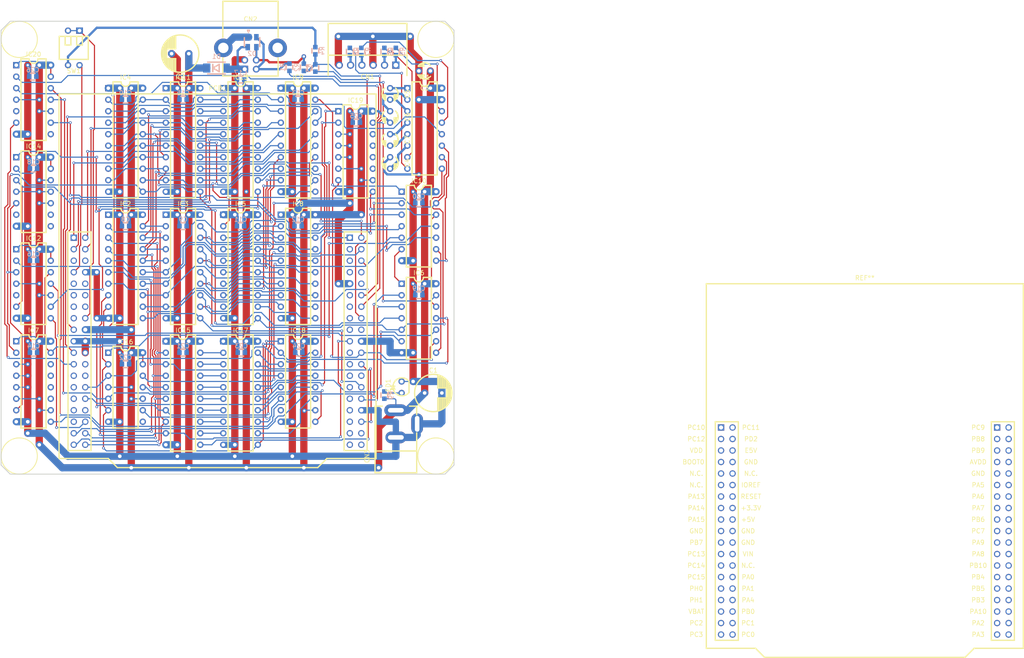
<source format=kicad_pcb>
(kicad_pcb (version 20171130) (host pcbnew "(5.1.10)-1")
  (layers (0 F.Cu signal) (31 B.Cu signal) (34 B.Paste user hide) (35 F.Paste user hide) (36 B.SilkS user hide) (37 F.SilkS user hide) (38 B.Mask user) (39 F.Mask user) (44 Edge.Cuts user))
  (net 0 "")
  (net 1 +3V3)
  (net 2 GND)
  (net 3 +5V)
  (net 4 "Net-(C4-Pad2)")
  (net 5 "Net-(C5-Pad2)")
  (net 6 "Net-(C5-Pad1)")
  (net 7 "Net-(C6-Pad1)")
  (net 8 "Net-(C7-Pad1)")
  (net 9 "Net-(C7-Pad2)")
  (net 10 "Net-(CN1-Pad1)")
  (net 11 "Net-(CN1-Pad2)")
  (net 12 "Net-(CN1-Pad4)")
  (net 13 "Net-(CN1-Pad5)")
  (net 14 "Net-(CN2-Pad2)")
  (net 15 "Net-(CN2-Pad1)")
  (net 16 "Net-(CN2-Pad3)")
  (net 17 "Net-(CN2-Pad5)")
  (net 18 /RT)
  (net 19 /ST1)
  (net 20 /TxD)
  (net 21 /RxD)
  (net 22 /RS_RxD)
  (net 23 /RS_TxD)
  (net 24 /RS_ST1)
  (net 25 /RS_RT)
  (net 26 /Rx/Syn1Q6)
  (net 27 /TxD0)
  (net 28 /Rx/Syn1Q5)
  (net 29 /TxD1)
  (net 30 /Rx/Syn1Q4)
  (net 31 /TxD2)
  (net 32 /Rx/Syn1Q3)
  (net 33 /TxD3)
  (net 34 /Rx/Syn1Q2)
  (net 35 /TxD4)
  (net 36 /Rx/Syn1Q1)
  (net 37 /TxD5)
  (net 38 /Rx/Syn1Q0)
  (net 39 /TxD6)
  (net 40 /TxD7)
  (net 41 /SynWR)
  (net 42 /Rx/Syn1Q7)
  (net 43 /Rx/Syn2Q7)
  (net 44 /Rx/Syn2Q0)
  (net 45 /Rx/Syn2Q1)
  (net 46 /Rx/Syn2Q2)
  (net 47 /Rx/Syn2Q3)
  (net 48 /Rx/Syn2Q4)
  (net 49 /Rx/Syn2Q5)
  (net 50 /Rx/Syn2Q6)
  (net 51 /Rx/RxD_B7)
  (net 52 /Rx/RxD_B6)
  (net 53 /Rx/RxD_B5)
  (net 54 /Rx/RxD_B0)
  (net 55 /Rx/RxD_B4)
  (net 56 /Rx/RxD_B1)
  (net 57 /Rx/RxD_B3)
  (net 58 /Rx/RxD_B2)
  (net 59 /Rx/RxD_B14)
  (net 60 /Rx/RxD_B13)
  (net 61 /Rx/RxD_B8)
  (net 62 /Rx/RxD_B12)
  (net 63 /Rx/RxD_B9)
  (net 64 /Rx/RxD_B11)
  (net 65 /Rx/RxD_B10)
  (net 66 /Rx/RxD_B15)
  (net 67 "Net-(IC10-Pad6)")
  (net 68 /Tx/HALFclkn)
  (net 69 "Net-(IC6-Pad2)")
  (net 70 /HALFclk)
  (net 71 /RxINH)
  (net 72 /Tx/TxINH)
  (net 73 /Rx/RxINHn)
  (net 74 /TxINHn)
  (net 75 "Net-(IC10-Pad12)")
  (net 76 /Rx/RTn)
  (net 77 "Net-(IC19-Pad15)")
  (net 78 /Rx/RxRCO)
  (net 79 /Rx/HUNT)
  (net 80 "Net-(IC7-Pad14)")
  (net 81 "Net-(IC7-Pad13)")
  (net 82 "Net-(IC7-Pad12)")
  (net 83 "Net-(IC7-Pad11)")
  (net 84 /Rx/COMP2)
  (net 85 /Rx/COMP1)
  (net 86 /Rx/COMP12)
  (net 87 /Rx/COMP)
  (net 88 "Net-(IC10-Pad11)")
  (net 89 /Rx/RxQ_B7)
  (net 90 /Rx/RxQ_B0)
  (net 91 /Rx/RxQ_B1)
  (net 92 /Rx/RxQ_B2)
  (net 93 /Rx/RxQ_B3)
  (net 94 /Rx/RxQ_B4)
  (net 95 /Rx/RxQ_B5)
  (net 96 /Rx/RxQ_B6)
  (net 97 /RxINT)
  (net 98 /Rx/RxINTn)
  (net 99 "Net-(IC12-Pad5)")
  (net 100 /RxD1)
  (net 101 /RxD2)
  (net 102 /RxD3)
  (net 103 /RxD4)
  (net 104 /RxD5)
  (net 105 /RxD6)
  (net 106 /RxD7)
  (net 107 /RxD0)
  (net 108 "Net-(IC14-Pad6)")
  (net 109 "Net-(IC14-Pad9)")
  (net 110 "Net-(IC14-Pad8)")
  (net 111 "Net-(IC15-Pad12)")
  (net 112 /TxWR)
  (net 113 "Net-(IC15-Pad19)")
  (net 114 "Net-(IC15-Pad18)")
  (net 115 "Net-(IC15-Pad17)")
  (net 116 "Net-(IC15-Pad16)")
  (net 117 "Net-(IC15-Pad15)")
  (net 118 "Net-(IC15-Pad14)")
  (net 119 "Net-(IC15-Pad13)")
  (net 120 "Net-(IC16-Pad8)")
  (net 121 /Tx/ST1n)
  (net 122 /Tx/TxSHLD)
  (net 123 /Tx/TxQ1)
  (net 124 /Tx/TxQ2)
  (net 125 /Tx/TxQ3)
  (net 126 /Tx/TxQ4)
  (net 127 /Tx/TxQ5)
  (net 128 /Tx/TxQ6)
  (net 129 /Tx/TxQ7)
  (net 130 /Tx/TxQ0)
  (net 131 "Net-(IC18-Pad7)")
  (net 132 /Tx/TxSER)
  (net 133 /RSTn)
  (net 134 "Net-(IC19-Pad11)")
  (net 135 "Net-(IC19-Pad12)")
  (net 136 "Net-(IC19-Pad13)")
  (net 137 "Net-(IC19-Pad14)")
  (net 138 /TxINT)
  (net 139 "Net-(IC20-Pad5)")
  (net 140 "Net-(IC20-Pad8)")
  (net 141 "Net-(LED1-Pad1)")
  (net 142 "Net-(PCB1-Pad5)")
  (net 143 "Net-(PCB1-Pad6)")
  (net 144 /BOOT0)
  (net 145 "Net-(PCB1-Pad9)")
  (net 146 "Net-(PCB1-Pad10)")
  (net 147 "Net-(PCB1-Pad11)")
  (net 148 "Net-(PCB1-Pad12)")
  (net 149 "Net-(PCB1-Pad13)")
  (net 150 "Net-(PCB1-Pad14)")
  (net 151 "Net-(PCB1-Pad15)")
  (net 152 "Net-(PCB1-Pad24)")
  (net 153 "Net-(PCB1-Pad25)")
  (net 154 "Net-(PCB1-Pad26)")
  (net 155 "Net-(PCB1-Pad27)")
  (net 156 "Net-(PCB1-Pad29)")
  (net 157 "Net-(PCB1-Pad31)")
  (net 158 "Net-(PCB1-Pad32)")
  (net 159 "Net-(PCB1-Pad33)")
  (net 160 "Net-(PCB1-Pad41)")
  (net 161 "Net-(PCB1-Pad43)")
  (net 162 "Net-(PCB1-Pad45)")
  (net 163 "Net-(PCB1-Pad46)")
  (net 164 "Net-(PCB1-Pad48)")
  (net 165 "Net-(PCB1-Pad49)")
  (net 166 /USBDP)
  (net 167 "Net-(PCB1-Pad51)")
  (net 168 /USBDM)
  (net 169 "Net-(PCB1-Pad53)")
  (net 170 /USBON)
  (net 171 "Net-(PCB1-Pad55)")
  (net 172 "Net-(PCB1-Pad56)")
  (net 173 "Net-(PCB1-Pad59)")
  (net 174 "Net-(PCB1-Pad61)")
  (net 175 "Net-(PCB1-Pad63)")
  (net 176 "Net-(PCB1-Pad64)")
  (net 177 "Net-(PCB1-Pad65)")
  (net 178 "Net-(PCB1-Pad67)")
  (net 179 "Net-(PCB1-Pad69)")
  (net 180 "Net-(PCB1-Pad71)")
  (net 181 "Net-(PCB1-Pad73)")
  (net 182 "Net-(PCB1-Pad74)")
  (net 183 "Net-(PCB1-Pad75)")
  (net 184 "Net-(PCB1-Pad76)")
  (net 185 /DFUON)
  (net 186 "Net-(CN2-Pad6)")
  (net 187 "Net-(IC10-Pad10)")
  (module footprint:pcb_Nucleo_Extension_001 (layer F.Cu) (at 97.79 97.79)
    (fp_text reference PCB1 (at 0 -33.02) (layer F.SilkS))
    (fp_text value NUCLEO-F401RE)
    (pad 1 thru_hole rect (at -31.75 0) (size 1.4 1.4) (drill 0.9) (layers *.Cu *.Mask) (net 101 /RxD2))
    (pad 2 thru_hole circle (at -29.21 0) (size 1.4 1.4) (drill 0.9) (layers *.Cu *.Mask) (net 102 /RxD3))
    (pad 3 thru_hole circle (at -31.75 2.54) (size 1.4 1.4) (drill 0.9) (layers *.Cu *.Mask) (net 103 /RxD4))
    (pad 4 thru_hole circle (at -29.21 2.54) (size 1.4 1.4) (drill 0.9) (layers *.Cu *.Mask) (net 104 /RxD5))
    (pad 5 thru_hole circle (at -31.75 5.08) (size 1.4 1.4) (drill 0.9) (layers *.Cu *.Mask) (net 142 "Net-(PCB1-Pad5)"))
    (pad 6 thru_hole circle (at -29.21 5.08) (size 1.4 1.4) (drill 0.9) (layers *.Cu *.Mask) (net 143 "Net-(PCB1-Pad6)"))
    (pad 7 thru_hole circle (at -31.75 7.62) (size 1.4 1.4) (drill 0.9) (layers *.Cu *.Mask) (net 144 /BOOT0))
    (pad 8 thru_hole circle (at -29.21 7.62) (size 1.4 1.4) (drill 0.9) (layers *.Cu *.Mask) (net 2 GND))
    (pad 9 thru_hole circle (at -31.75 10.16) (size 1.4 1.4) (drill 0.9) (layers *.Cu *.Mask) (net 145 "Net-(PCB1-Pad9)"))
    (pad 10 thru_hole circle (at -29.21 10.16) (size 1.4 1.4) (drill 0.9) (layers *.Cu *.Mask) (net 146 "Net-(PCB1-Pad10)"))
    (pad 11 thru_hole circle (at -31.75 12.7) (size 1.4 1.4) (drill 0.9) (layers *.Cu *.Mask) (net 147 "Net-(PCB1-Pad11)"))
    (pad 12 thru_hole circle (at -29.21 12.7) (size 1.4 1.4) (drill 0.9) (layers *.Cu *.Mask) (net 148 "Net-(PCB1-Pad12)"))
    (pad 13 thru_hole circle (at -31.75 15.24) (size 1.4 1.4) (drill 0.9) (layers *.Cu *.Mask) (net 149 "Net-(PCB1-Pad13)"))
    (pad 14 thru_hole circle (at -29.21 15.24) (size 1.4 1.4) (drill 0.9) (layers *.Cu *.Mask) (net 150 "Net-(PCB1-Pad14)"))
    (pad 15 thru_hole circle (at -31.75 17.78) (size 1.4 1.4) (drill 0.9) (layers *.Cu *.Mask) (net 151 "Net-(PCB1-Pad15)"))
    (pad 16 thru_hole circle (at -29.21 17.78) (size 1.4 1.4) (drill 0.9) (layers *.Cu *.Mask) (net 1 +3V3))
    (pad 17 thru_hole circle (at -31.75 20.32) (size 1.4 1.4) (drill 0.9) (layers *.Cu *.Mask) (net 105 /RxD6))
    (pad 18 thru_hole circle (at -29.21 20.32) (size 1.4 1.4) (drill 0.9) (layers *.Cu *.Mask) (net 3 +5V))
    (pad 19 thru_hole circle (at -31.75 22.86) (size 1.4 1.4) (drill 0.9) (layers *.Cu *.Mask) (net 2 GND))
    (pad 20 thru_hole circle (at -29.21 22.86) (size 1.4 1.4) (drill 0.9) (layers *.Cu *.Mask) (net 2 GND))
    (pad 21 thru_hole circle (at -31.75 25.4) (size 1.4 1.4) (drill 0.9) (layers *.Cu *.Mask) (net 106 /RxD7))
    (pad 22 thru_hole circle (at -29.21 25.4) (size 1.4 1.4) (drill 0.9) (layers *.Cu *.Mask) (net 2 GND))
    (pad 23 thru_hole circle (at -31.75 27.94) (size 1.4 1.4) (drill 0.9) (layers *.Cu *.Mask) (net 138 /TxINT))
    (pad 24 thru_hole circle (at -29.21 27.94) (size 1.4 1.4) (drill 0.9) (layers *.Cu *.Mask) (net 152 "Net-(PCB1-Pad24)"))
    (pad 25 thru_hole circle (at -31.75 30.48) (size 1.4 1.4) (drill 0.9) (layers *.Cu *.Mask) (net 153 "Net-(PCB1-Pad25)"))
    (pad 26 thru_hole circle (at -29.21 30.48) (size 1.4 1.4) (drill 0.9) (layers *.Cu *.Mask) (net 154 "Net-(PCB1-Pad26)"))
    (pad 27 thru_hole circle (at -31.75 33.02) (size 1.4 1.4) (drill 0.9) (layers *.Cu *.Mask) (net 155 "Net-(PCB1-Pad27)"))
    (pad 28 thru_hole circle (at -29.21 33.02) (size 1.4 1.4) (drill 0.9) (layers *.Cu *.Mask) (net 70 /HALFclk))
    (pad 29 thru_hole circle (at -31.75 35.56) (size 1.4 1.4) (drill 0.9) (layers *.Cu *.Mask) (net 156 "Net-(PCB1-Pad29)"))
    (pad 30 thru_hole circle (at -29.21 35.56) (size 1.4 1.4) (drill 0.9) (layers *.Cu *.Mask) (net 133 /RSTn))
    (pad 31 thru_hole circle (at -31.75 38.1) (size 1.4 1.4) (drill 0.9) (layers *.Cu *.Mask) (net 157 "Net-(PCB1-Pad31)"))
    (pad 32 thru_hole circle (at -29.21 38.1) (size 1.4 1.4) (drill 0.9) (layers *.Cu *.Mask) (net 158 "Net-(PCB1-Pad32)"))
    (pad 33 thru_hole circle (at -31.75 40.64) (size 1.4 1.4) (drill 0.9) (layers *.Cu *.Mask) (net 159 "Net-(PCB1-Pad33)"))
    (pad 34 thru_hole circle (at -29.21 40.64) (size 1.4 1.4) (drill 0.9) (layers *.Cu *.Mask) (net 97 /RxINT))
    (pad 35 thru_hole circle (at -31.75 43.18) (size 1.4 1.4) (drill 0.9) (layers *.Cu *.Mask) (net 31 /TxD2))
    (pad 36 thru_hole circle (at -29.21 43.18) (size 1.4 1.4) (drill 0.9) (layers *.Cu *.Mask) (net 29 /TxD1))
    (pad 37 thru_hole circle (at -31.75 45.72) (size 1.4 1.4) (drill 0.9) (layers *.Cu *.Mask) (net 33 /TxD3))
    (pad 38 thru_hole circle (at -29.21 45.72) (size 1.4 1.4) (drill 0.9) (layers *.Cu *.Mask) (net 27 /TxD0))
    (pad 39 thru_hole rect (at 29.21 0) (size 1.4 1.4) (drill 0.9) (layers *.Cu *.Mask) (net 100 /RxD1))
    (pad 40 thru_hole circle (at 31.75 0) (size 1.4 1.4) (drill 0.9) (layers *.Cu *.Mask) (net 107 /RxD0))
    (pad 41 thru_hole circle (at 29.21 2.54) (size 1.4 1.4) (drill 0.9) (layers *.Cu *.Mask) (net 160 "Net-(PCB1-Pad41)"))
    (pad 42 thru_hole circle (at 31.75 2.54) (size 1.4 1.4) (drill 0.9) (layers *.Cu *.Mask) (net 39 /TxD6))
    (pad 43 thru_hole circle (at 29.21 5.08) (size 1.4 1.4) (drill 0.9) (layers *.Cu *.Mask) (net 161 "Net-(PCB1-Pad43)"))
    (pad 44 thru_hole circle (at 31.75 5.08) (size 1.4 1.4) (drill 0.9) (layers *.Cu *.Mask) (net 37 /TxD5))
    (pad 45 thru_hole circle (at 29.21 7.62) (size 1.4 1.4) (drill 0.9) (layers *.Cu *.Mask) (net 162 "Net-(PCB1-Pad45)"))
    (pad 46 thru_hole circle (at 31.75 7.62) (size 1.4 1.4) (drill 0.9) (layers *.Cu *.Mask) (net 163 "Net-(PCB1-Pad46)"))
    (pad 47 thru_hole circle (at 29.21 10.16) (size 1.4 1.4) (drill 0.9) (layers *.Cu *.Mask) (net 2 GND))
    (pad 48 thru_hole circle (at 31.75 10.16) (size 1.4 1.4) (drill 0.9) (layers *.Cu *.Mask) (net 164 "Net-(PCB1-Pad48)"))
    (pad 49 thru_hole circle (at 29.21 12.7) (size 1.4 1.4) (drill 0.9) (layers *.Cu *.Mask) (net 165 "Net-(PCB1-Pad49)"))
    (pad 50 thru_hole circle (at 31.75 12.7) (size 1.4 1.4) (drill 0.9) (layers *.Cu *.Mask) (net 166 /USBDP))
    (pad 51 thru_hole circle (at 29.21 15.24) (size 1.4 1.4) (drill 0.9) (layers *.Cu *.Mask) (net 167 "Net-(PCB1-Pad51)"))
    (pad 52 thru_hole circle (at 31.75 15.24) (size 1.4 1.4) (drill 0.9) (layers *.Cu *.Mask) (net 168 /USBDM))
    (pad 53 thru_hole circle (at 29.21 17.78) (size 1.4 1.4) (drill 0.9) (layers *.Cu *.Mask) (net 169 "Net-(PCB1-Pad53)"))
    (pad 54 thru_hole circle (at 31.75 17.78) (size 1.4 1.4) (drill 0.9) (layers *.Cu *.Mask) (net 170 /USBON))
    (pad 55 thru_hole circle (at 29.21 20.32) (size 1.4 1.4) (drill 0.9) (layers *.Cu *.Mask) (net 171 "Net-(PCB1-Pad55)"))
    (pad 56 thru_hole circle (at 31.75 20.32) (size 1.4 1.4) (drill 0.9) (layers *.Cu *.Mask) (net 172 "Net-(PCB1-Pad56)"))
    (pad 57 thru_hole circle (at 29.21 22.86) (size 1.4 1.4) (drill 0.9) (layers *.Cu *.Mask) (net 40 /TxD7))
    (pad 58 thru_hole circle (at 31.75 22.86) (size 1.4 1.4) (drill 0.9) (layers *.Cu *.Mask) (net 2 GND))
    (pad 59 thru_hole circle (at 29.21 25.4) (size 1.4 1.4) (drill 0.9) (layers *.Cu *.Mask) (net 173 "Net-(PCB1-Pad59)"))
    (pad 60 thru_hole circle (at 31.75 25.4) (size 1.4 1.4) (drill 0.9) (layers *.Cu *.Mask) (net 74 /TxINHn))
    (pad 61 thru_hole circle (at 29.21 27.94) (size 1.4 1.4) (drill 0.9) (layers *.Cu *.Mask) (net 174 "Net-(PCB1-Pad61)"))
    (pad 62 thru_hole circle (at 31.75 27.94) (size 1.4 1.4) (drill 0.9) (layers *.Cu *.Mask) (net 112 /TxWR))
    (pad 63 thru_hole circle (at 29.21 30.48) (size 1.4 1.4) (drill 0.9) (layers *.Cu *.Mask) (net 175 "Net-(PCB1-Pad63)"))
    (pad 64 thru_hole circle (at 31.75 30.48) (size 1.4 1.4) (drill 0.9) (layers *.Cu *.Mask) (net 176 "Net-(PCB1-Pad64)"))
    (pad 65 thru_hole circle (at 29.21 33.02) (size 1.4 1.4) (drill 0.9) (layers *.Cu *.Mask) (net 177 "Net-(PCB1-Pad65)"))
    (pad 66 thru_hole circle (at 31.75 33.02) (size 1.4 1.4) (drill 0.9) (layers *.Cu *.Mask) (net 41 /SynWR))
    (pad 67 thru_hole circle (at 29.21 35.56) (size 1.4 1.4) (drill 0.9) (layers *.Cu *.Mask) (net 178 "Net-(PCB1-Pad67)"))
    (pad 68 thru_hole circle (at 31.75 35.56) (size 1.4 1.4) (drill 0.9) (layers *.Cu *.Mask) (net 71 /RxINH))
    (pad 69 thru_hole circle (at 29.21 38.1) (size 1.4 1.4) (drill 0.9) (layers *.Cu *.Mask) (net 179 "Net-(PCB1-Pad69)"))
    (pad 70 thru_hole circle (at 31.75 38.1) (size 1.4 1.4) (drill 0.9) (layers *.Cu *.Mask) (net 2 GND))
    (pad 71 thru_hole circle (at 29.21 40.64) (size 1.4 1.4) (drill 0.9) (layers *.Cu *.Mask) (net 180 "Net-(PCB1-Pad71)"))
    (pad 72 thru_hole circle (at 31.75 40.64) (size 1.4 1.4) (drill 0.9) (layers *.Cu *.Mask) (net 35 /TxD4))
    (pad 73 thru_hole circle (at 29.21 43.18) (size 1.4 1.4) (drill 0.9) (layers *.Cu *.Mask) (net 181 "Net-(PCB1-Pad73)"))
    (pad 74 thru_hole circle (at 31.75 43.18) (size 1.4 1.4) (drill 0.9) (layers *.Cu *.Mask) (net 182 "Net-(PCB1-Pad74)"))
    (pad 75 thru_hole circle (at 29.21 45.72) (size 1.4 1.4) (drill 0.9) (layers *.Cu *.Mask) (net 183 "Net-(PCB1-Pad75)"))
    (pad 76 thru_hole circle (at 31.75 45.72) (size 1.4 1.4) (drill 0.9) (layers *.Cu *.Mask) (net 184 "Net-(PCB1-Pad76)"))
  )
  (module footprint:IC_DIP-14_W7.62mm (layer F.Cu) (at 53.34 59.69)
    (fp_text reference IC20 (at 3.81 -2.39) (layer F.SilkS))
    (fp_text value 74HC74)
    (pad 14 thru_hole circle (at 7.62 0) (size 1.4 1.4) (drill 0.8) (layers *.Cu *.Mask) (net 3 +5V))
    (pad 7 thru_hole circle (at 0 15.24) (size 1.4 1.4) (drill 0.8) (layers *.Cu *.Mask) (net 2 GND))
    (pad 13 thru_hole circle (at 7.62 2.54) (size 1.4 1.4) (drill 0.8) (layers *.Cu *.Mask) (net 3 +5V))
    (pad 6 thru_hole circle (at 0 12.7) (size 1.4 1.4) (drill 0.8) (layers *.Cu *.Mask) (net 138 /TxINT))
    (pad 12 thru_hole circle (at 7.62 5.08) (size 1.4 1.4) (drill 0.8) (layers *.Cu *.Mask) (net 132 /Tx/TxSER))
    (pad 5 thru_hole circle (at 0 10.16) (size 1.4 1.4) (drill 0.8) (layers *.Cu *.Mask) (net 139 "Net-(IC20-Pad5)"))
    (pad 11 thru_hole circle (at 7.62 7.62) (size 1.4 1.4) (drill 0.8) (layers *.Cu *.Mask) (net 19 /ST1))
    (pad 4 thru_hole circle (at 0 7.62) (size 1.4 1.4) (drill 0.8) (layers *.Cu *.Mask) (net 3 +5V))
    (pad 10 thru_hole circle (at 7.62 10.16) (size 1.4 1.4) (drill 0.8) (layers *.Cu *.Mask) (net 3 +5V))
    (pad 3 thru_hole circle (at 0 5.08) (size 1.4 1.4) (drill 0.8) (layers *.Cu *.Mask) (net 121 /Tx/ST1n))
    (pad 9 thru_hole circle (at 7.62 12.7) (size 1.4 1.4) (drill 0.8) (layers *.Cu *.Mask) (net 187 "Net-(IC10-Pad10)"))
    (pad 2 thru_hole circle (at 0 2.54) (size 1.4 1.4) (drill 0.8) (layers *.Cu *.Mask) (net 77 "Net-(IC19-Pad15)"))
    (pad 8 thru_hole circle (at 7.62 15.24) (size 1.4 1.4) (drill 0.8) (layers *.Cu *.Mask) (net 140 "Net-(IC20-Pad8)"))
    (pad 1 thru_hole rect (at 0 0) (size 1.4 1.4) (drill 0.8) (layers *.Cu *.Mask) (net 3 +5V))
  )
  (module footprint:C_0603 (layer B.Cu) (at 77.47 125.73 180)
    (fp_text reference C22 (at 0 1.5) (layer B.SilkS) (effects (justify mirror)))
    (fp_text value 0.1uF)
    (pad 1 smd rect (at -0.8 0 180) (size 1 1) (layers B.Cu B.Paste B.Mask) (net 3 +5V))
    (pad 2 smd rect (at 0.8 0 180) (size 1 1) (layers B.Cu B.Paste B.Mask) (net 2 GND))
  )
  (module footprint:sw_A6TR-2104 (layer F.Cu) (at 66.04 55.88 180)
    (fp_text reference SW1 (at 0 -5.08) (layer F.SilkS))
    (fp_text value A6TR-2104)
    (pad 1 thru_hole rect (at -1.27 3.81 90) (size 1.4 1.524) (drill 0.8) (layers *.Cu *.Mask) (net 1 +3V3))
    (pad 2 thru_hole circle (at 1.27 3.81 180) (size 1.4 1.4) (drill 0.8) (layers *.Cu *.Mask) (net 1 +3V3))
    (pad 3 thru_hole circle (at 1.27 -3.81 180) (size 1.4 1.4) (drill 0.8) (layers *.Cu *.Mask) (net 185 /DFUON))
    (pad 4 thru_hole circle (at -1.27 -3.81 180) (size 1.4 1.4) (drill 0.8) (layers *.Cu *.Mask) (net 144 /BOOT0))
  )
  (module MountingHole:MountingHole_3.5mm (layer F.Cu) (at 54 146)
    (fp_text reference REF** hide)
    (fp_text value MountingHole_3.5mm)
    (pad 1 np_thru_hole circle (at 0 0) (size 3.5 3.5) (drill 3.5) (layers *.Cu *.Mask))
  )
  (module MountingHole:MountingHole_3.5mm (layer F.Cu) (at 146 146)
    (fp_text reference REF** hide)
    (fp_text value MountingHole_3.5mm)
    (pad 1 np_thru_hole circle (at 0 0) (size 3.5 3.5) (drill 3.5) (layers *.Cu *.Mask))
  )
  (module MountingHole:MountingHole_3.5mm (layer F.Cu) (at 146 54)
    (fp_text reference REF** hide)
    (fp_text value MountingHole_3.5mm)
    (pad 1 np_thru_hole circle (at 0 0) (size 3.5 3.5) (drill 3.5) (layers *.Cu *.Mask))
  )
  (module MountingHole:MountingHole_3.5mm (layer F.Cu) (at 54 54)
    (fp_text reference REF** hide)
    (fp_text value MountingHole_3.5mm)
    (pad 1 np_thru_hole circle (at 0 0) (size 3.5 3.5) (drill 3.5) (layers *.Cu *.Mask))
  )
  (module footprint:pcb_Nucleo_Extension_001 (layer F.Cu) (at 240.716 139.7)
    (fp_text reference REF** (at 0 -33.02) (layer F.SilkS))
    (fp_text value pcb_Nucleo_Extension_001)
    (pad 76 thru_hole circle (at 31.75 45.72) (size 1.4 1.4) (drill 0.9) (layers *.Cu *.Mask))
    (pad 75 thru_hole circle (at 29.21 45.72) (size 1.4 1.4) (drill 0.9) (layers *.Cu *.Mask))
    (pad 74 thru_hole circle (at 31.75 43.18) (size 1.4 1.4) (drill 0.9) (layers *.Cu *.Mask))
    (pad 73 thru_hole circle (at 29.21 43.18) (size 1.4 1.4) (drill 0.9) (layers *.Cu *.Mask))
    (pad 72 thru_hole circle (at 31.75 40.64) (size 1.4 1.4) (drill 0.9) (layers *.Cu *.Mask))
    (pad 71 thru_hole circle (at 29.21 40.64) (size 1.4 1.4) (drill 0.9) (layers *.Cu *.Mask))
    (pad 70 thru_hole circle (at 31.75 38.1) (size 1.4 1.4) (drill 0.9) (layers *.Cu *.Mask))
    (pad 69 thru_hole circle (at 29.21 38.1) (size 1.4 1.4) (drill 0.9) (layers *.Cu *.Mask))
    (pad 68 thru_hole circle (at 31.75 35.56) (size 1.4 1.4) (drill 0.9) (layers *.Cu *.Mask))
    (pad 67 thru_hole circle (at 29.21 35.56) (size 1.4 1.4) (drill 0.9) (layers *.Cu *.Mask))
    (pad 66 thru_hole circle (at 31.75 33.02) (size 1.4 1.4) (drill 0.9) (layers *.Cu *.Mask))
    (pad 65 thru_hole circle (at 29.21 33.02) (size 1.4 1.4) (drill 0.9) (layers *.Cu *.Mask))
    (pad 64 thru_hole circle (at 31.75 30.48) (size 1.4 1.4) (drill 0.9) (layers *.Cu *.Mask))
    (pad 63 thru_hole circle (at 29.21 30.48) (size 1.4 1.4) (drill 0.9) (layers *.Cu *.Mask))
    (pad 62 thru_hole circle (at 31.75 27.94) (size 1.4 1.4) (drill 0.9) (layers *.Cu *.Mask))
    (pad 61 thru_hole circle (at 29.21 27.94) (size 1.4 1.4) (drill 0.9) (layers *.Cu *.Mask))
    (pad 60 thru_hole circle (at 31.75 25.4) (size 1.4 1.4) (drill 0.9) (layers *.Cu *.Mask))
    (pad 59 thru_hole circle (at 29.21 25.4) (size 1.4 1.4) (drill 0.9) (layers *.Cu *.Mask))
    (pad 58 thru_hole circle (at 31.75 22.86) (size 1.4 1.4) (drill 0.9) (layers *.Cu *.Mask))
    (pad 57 thru_hole circle (at 29.21 22.86) (size 1.4 1.4) (drill 0.9) (layers *.Cu *.Mask))
    (pad 56 thru_hole circle (at 31.75 20.32) (size 1.4 1.4) (drill 0.9) (layers *.Cu *.Mask))
    (pad 55 thru_hole circle (at 29.21 20.32) (size 1.4 1.4) (drill 0.9) (layers *.Cu *.Mask))
    (pad 54 thru_hole circle (at 31.75 17.78) (size 1.4 1.4) (drill 0.9) (layers *.Cu *.Mask))
    (pad 53 thru_hole circle (at 29.21 17.78) (size 1.4 1.4) (drill 0.9) (layers *.Cu *.Mask))
    (pad 52 thru_hole circle (at 31.75 15.24) (size 1.4 1.4) (drill 0.9) (layers *.Cu *.Mask))
    (pad 51 thru_hole circle (at 29.21 15.24) (size 1.4 1.4) (drill 0.9) (layers *.Cu *.Mask))
    (pad 50 thru_hole circle (at 31.75 12.7) (size 1.4 1.4) (drill 0.9) (layers *.Cu *.Mask))
    (pad 49 thru_hole circle (at 29.21 12.7) (size 1.4 1.4) (drill 0.9) (layers *.Cu *.Mask))
    (pad 48 thru_hole circle (at 31.75 10.16) (size 1.4 1.4) (drill 0.9) (layers *.Cu *.Mask))
    (pad 47 thru_hole circle (at 29.21 10.16) (size 1.4 1.4) (drill 0.9) (layers *.Cu *.Mask))
    (pad 46 thru_hole circle (at 31.75 7.62) (size 1.4 1.4) (drill 0.9) (layers *.Cu *.Mask))
    (pad 45 thru_hole circle (at 29.21 7.62) (size 1.4 1.4) (drill 0.9) (layers *.Cu *.Mask))
    (pad 44 thru_hole circle (at 31.75 5.08) (size 1.4 1.4) (drill 0.9) (layers *.Cu *.Mask))
    (pad 43 thru_hole circle (at 29.21 5.08) (size 1.4 1.4) (drill 0.9) (layers *.Cu *.Mask))
    (pad 42 thru_hole circle (at 31.75 2.54) (size 1.4 1.4) (drill 0.9) (layers *.Cu *.Mask))
    (pad 41 thru_hole circle (at 29.21 2.54) (size 1.4 1.4) (drill 0.9) (layers *.Cu *.Mask))
    (pad 40 thru_hole circle (at 31.75 0) (size 1.4 1.4) (drill 0.9) (layers *.Cu *.Mask))
    (pad 39 thru_hole rect (at 29.21 0) (size 1.4 1.4) (drill 0.9) (layers *.Cu *.Mask))
    (pad 38 thru_hole circle (at -29.21 45.72) (size 1.4 1.4) (drill 0.9) (layers *.Cu *.Mask))
    (pad 37 thru_hole circle (at -31.75 45.72) (size 1.4 1.4) (drill 0.9) (layers *.Cu *.Mask))
    (pad 36 thru_hole circle (at -29.21 43.18) (size 1.4 1.4) (drill 0.9) (layers *.Cu *.Mask))
    (pad 35 thru_hole circle (at -31.75 43.18) (size 1.4 1.4) (drill 0.9) (layers *.Cu *.Mask))
    (pad 34 thru_hole circle (at -29.21 40.64) (size 1.4 1.4) (drill 0.9) (layers *.Cu *.Mask))
    (pad 33 thru_hole circle (at -31.75 40.64) (size 1.4 1.4) (drill 0.9) (layers *.Cu *.Mask))
    (pad 32 thru_hole circle (at -29.21 38.1) (size 1.4 1.4) (drill 0.9) (layers *.Cu *.Mask))
    (pad 31 thru_hole circle (at -31.75 38.1) (size 1.4 1.4) (drill 0.9) (layers *.Cu *.Mask))
    (pad 30 thru_hole circle (at -29.21 35.56) (size 1.4 1.4) (drill 0.9) (layers *.Cu *.Mask))
    (pad 29 thru_hole circle (at -31.75 35.56) (size 1.4 1.4) (drill 0.9) (layers *.Cu *.Mask))
    (pad 28 thru_hole circle (at -29.21 33.02) (size 1.4 1.4) (drill 0.9) (layers *.Cu *.Mask))
    (pad 27 thru_hole circle (at -31.75 33.02) (size 1.4 1.4) (drill 0.9) (layers *.Cu *.Mask))
    (pad 26 thru_hole circle (at -29.21 30.48) (size 1.4 1.4) (drill 0.9) (layers *.Cu *.Mask))
    (pad 25 thru_hole circle (at -31.75 30.48) (size 1.4 1.4) (drill 0.9) (layers *.Cu *.Mask))
    (pad 24 thru_hole circle (at -29.21 27.94) (size 1.4 1.4) (drill 0.9) (layers *.Cu *.Mask))
    (pad 23 thru_hole circle (at -31.75 27.94) (size 1.4 1.4) (drill 0.9) (layers *.Cu *.Mask))
    (pad 22 thru_hole circle (at -29.21 25.4) (size 1.4 1.4) (drill 0.9) (layers *.Cu *.Mask))
    (pad 21 thru_hole circle (at -31.75 25.4) (size 1.4 1.4) (drill 0.9) (layers *.Cu *.Mask))
    (pad 20 thru_hole circle (at -29.21 22.86) (size 1.4 1.4) (drill 0.9) (layers *.Cu *.Mask))
    (pad 19 thru_hole circle (at -31.75 22.86) (size 1.4 1.4) (drill 0.9) (layers *.Cu *.Mask))
    (pad 18 thru_hole circle (at -29.21 20.32) (size 1.4 1.4) (drill 0.9) (layers *.Cu *.Mask))
    (pad 17 thru_hole circle (at -31.75 20.32) (size 1.4 1.4) (drill 0.9) (layers *.Cu *.Mask))
    (pad 16 thru_hole circle (at -29.21 17.78) (size 1.4 1.4) (drill 0.9) (layers *.Cu *.Mask))
    (pad 15 thru_hole circle (at -31.75 17.78) (size 1.4 1.4) (drill 0.9) (layers *.Cu *.Mask))
    (pad 14 thru_hole circle (at -29.21 15.24) (size 1.4 1.4) (drill 0.9) (layers *.Cu *.Mask))
    (pad 13 thru_hole circle (at -31.75 15.24) (size 1.4 1.4) (drill 0.9) (layers *.Cu *.Mask))
    (pad 12 thru_hole circle (at -29.21 12.7) (size 1.4 1.4) (drill 0.9) (layers *.Cu *.Mask))
    (pad 11 thru_hole circle (at -31.75 12.7) (size 1.4 1.4) (drill 0.9) (layers *.Cu *.Mask))
    (pad 10 thru_hole circle (at -29.21 10.16) (size 1.4 1.4) (drill 0.9) (layers *.Cu *.Mask))
    (pad 9 thru_hole circle (at -31.75 10.16) (size 1.4 1.4) (drill 0.9) (layers *.Cu *.Mask))
    (pad 8 thru_hole circle (at -29.21 7.62) (size 1.4 1.4) (drill 0.9) (layers *.Cu *.Mask))
    (pad 7 thru_hole circle (at -31.75 7.62) (size 1.4 1.4) (drill 0.9) (layers *.Cu *.Mask))
    (pad 6 thru_hole circle (at -29.21 5.08) (size 1.4 1.4) (drill 0.9) (layers *.Cu *.Mask))
    (pad 5 thru_hole circle (at -31.75 5.08) (size 1.4 1.4) (drill 0.9) (layers *.Cu *.Mask))
    (pad 4 thru_hole circle (at -29.21 2.54) (size 1.4 1.4) (drill 0.9) (layers *.Cu *.Mask))
    (pad 3 thru_hole circle (at -31.75 2.54) (size 1.4 1.4) (drill 0.9) (layers *.Cu *.Mask))
    (pad 2 thru_hole circle (at -29.21 0) (size 1.4 1.4) (drill 0.9) (layers *.Cu *.Mask))
    (pad 1 thru_hole rect (at -31.75 0) (size 1.4 1.4) (drill 0.9) (layers *.Cu *.Mask))
  )
  (module footprint:CP_Radial_D8.25mm_P3.80mm (layer F.Cu) (at 145.42 132.08)
    (fp_text reference C1 (at 0 -5) (layer F.SilkS))
    (fp_text value 220uF/10V)
    (pad 1 thru_hole circle (at -1.9 0) (size 1.6 1.6) (drill 0.8) (layers *.Cu *.Mask) (net 3 +5V))
    (pad 2 thru_hole circle (at 1.9 0) (size 1.6 1.6) (drill 0.8) (layers *.Cu *.Mask) (net 2 GND))
  )
  (module footprint:CP_Radial_D8.25mm_P3.80mm (layer F.Cu) (at 89.54 57.15 180)
    (fp_text reference C2 (at 0 -5) (layer F.SilkS))
    (fp_text value 220uF/10V)
    (pad 2 thru_hole circle (at 1.9 0 180) (size 1.6 1.6) (drill 0.8) (layers *.Cu *.Mask) (net 2 GND))
    (pad 1 thru_hole circle (at -1.9 0 180) (size 1.6 1.6) (drill 0.8) (layers *.Cu *.Mask) (net 3 +5V))
  )
  (module footprint:CP_D3R5_P2R5 (layer F.Cu) (at 143.51 60.96 180)
    (fp_text reference C3 (at 0 -3.81) (layer F.SilkS))
    (fp_text value 1uF/25V)
    (pad 1 thru_hole circle (at -1.27 0 180) (size 1.4 1.4) (drill 0.8) (layers *.Cu *.Mask) (net 3 +5V))
    (pad 2 thru_hole circle (at 1.27 0 180) (size 1.4 1.4) (drill 0.8) (layers *.Cu *.Mask) (net 2 GND))
  )
  (module footprint:CP_D3R5_P2R5 (layer F.Cu) (at 135.89 81.28 270)
    (fp_text reference C4 (at 0 -3.81 90) (layer F.SilkS))
    (fp_text value 1uF/25V)
    (pad 2 thru_hole circle (at 1.27 0 270) (size 1.4 1.4) (drill 0.8) (layers *.Cu *.Mask) (net 4 "Net-(C4-Pad2)"))
    (pad 1 thru_hole circle (at -1.27 0 270) (size 1.4 1.4) (drill 0.8) (layers *.Cu *.Mask) (net 2 GND))
  )
  (module footprint:CP_D3R5_P2R5 (layer F.Cu) (at 135.89 66.04 270)
    (fp_text reference C5 (at 0 -3.81 90) (layer F.SilkS))
    (fp_text value 1uF/25V)
    (pad 2 thru_hole circle (at 1.27 0 270) (size 1.4 1.4) (drill 0.8) (layers *.Cu *.Mask) (net 5 "Net-(C5-Pad2)"))
    (pad 1 thru_hole circle (at -1.27 0 270) (size 1.4 1.4) (drill 0.8) (layers *.Cu *.Mask) (net 6 "Net-(C5-Pad1)"))
  )
  (module footprint:CP_D3R5_P2R5 (layer F.Cu) (at 135.89 71.12 270)
    (fp_text reference C6 (at 0 -3.81 90) (layer F.SilkS))
    (fp_text value 1uF/25V)
    (pad 1 thru_hole circle (at -1.27 0 270) (size 1.4 1.4) (drill 0.8) (layers *.Cu *.Mask) (net 7 "Net-(C6-Pad1)"))
    (pad 2 thru_hole circle (at 1.27 0 270) (size 1.4 1.4) (drill 0.8) (layers *.Cu *.Mask) (net 3 +5V))
  )
  (module footprint:CP_D3R5_P2R5 (layer F.Cu) (at 135.89 76.2 270)
    (fp_text reference C7 (at 0 -3.81 90) (layer F.SilkS))
    (fp_text value 1uF/25V)
    (pad 1 thru_hole circle (at -1.27 0 270) (size 1.4 1.4) (drill 0.8) (layers *.Cu *.Mask) (net 8 "Net-(C7-Pad1)"))
    (pad 2 thru_hole circle (at 1.27 0 270) (size 1.4 1.4) (drill 0.8) (layers *.Cu *.Mask) (net 9 "Net-(C7-Pad2)"))
  )
  (module footprint:C_0603 (layer B.Cu) (at 77.47 95.25 180)
    (fp_text reference C8 (at 0 1.5) (layer B.SilkS) (effects (justify mirror)))
    (fp_text value 0.1uF)
    (pad 2 smd rect (at 0.8 0 180) (size 1 1) (layers B.Cu B.Paste B.Mask) (net 2 GND))
    (pad 1 smd rect (at -0.8 0 180) (size 1 1) (layers B.Cu B.Paste B.Mask) (net 3 +5V))
  )
  (module footprint:C_0603 (layer B.Cu) (at 90.17 95.25 180)
    (fp_text reference C9 (at 0 1.5) (layer B.SilkS) (effects (justify mirror)))
    (fp_text value 0.1uF)
    (pad 1 smd rect (at -0.8 0 180) (size 1 1) (layers B.Cu B.Paste B.Mask) (net 3 +5V))
    (pad 2 smd rect (at 0.8 0 180) (size 1 1) (layers B.Cu B.Paste B.Mask) (net 2 GND))
  )
  (module footprint:C_0603 (layer B.Cu) (at 77.47 67.31 180)
    (fp_text reference C10 (at 0 1.5) (layer B.SilkS) (effects (justify mirror)))
    (fp_text value 0.1uF)
    (pad 2 smd rect (at 0.8 0 180) (size 1 1) (layers B.Cu B.Paste B.Mask) (net 2 GND))
    (pad 1 smd rect (at -0.8 0 180) (size 1 1) (layers B.Cu B.Paste B.Mask) (net 3 +5V))
  )
  (module footprint:C_0603 (layer B.Cu) (at 102.87 95.25 180)
    (fp_text reference C11 (at 0 1.5) (layer B.SilkS) (effects (justify mirror)))
    (fp_text value 0.1uF)
    (pad 1 smd rect (at -0.8 0 180) (size 1 1) (layers B.Cu B.Paste B.Mask) (net 3 +5V))
    (pad 2 smd rect (at 0.8 0 180) (size 1 1) (layers B.Cu B.Paste B.Mask) (net 2 GND))
  )
  (module footprint:C_0603 (layer B.Cu) (at 115.57 95.25 180)
    (fp_text reference C12 (at 0 1.5) (layer B.SilkS) (effects (justify mirror)))
    (fp_text value 0.1uF)
    (pad 2 smd rect (at 0.8 0 180) (size 1 1) (layers B.Cu B.Paste B.Mask) (net 2 GND))
    (pad 1 smd rect (at -0.8 0 180) (size 1 1) (layers B.Cu B.Paste B.Mask) (net 3 +5V))
  )
  (module footprint:C_0603 (layer B.Cu) (at 115.57 67.31 180)
    (fp_text reference C13 (at 0 1.5) (layer B.SilkS) (effects (justify mirror)))
    (fp_text value 0.1uF)
    (pad 2 smd rect (at 0.8 0 180) (size 1 1) (layers B.Cu B.Paste B.Mask) (net 2 GND))
    (pad 1 smd rect (at -0.8 0 180) (size 1 1) (layers B.Cu B.Paste B.Mask) (net 3 +5V))
  )
  (module footprint:C_0603 (layer B.Cu) (at 57.15 123.19 180)
    (fp_text reference C14 (at 0 1.5) (layer B.SilkS) (effects (justify mirror)))
    (fp_text value 0.1uF)
    (pad 2 smd rect (at 0.8 0 180) (size 1 1) (layers B.Cu B.Paste B.Mask) (net 2 GND))
    (pad 1 smd rect (at -0.8 0 180) (size 1 1) (layers B.Cu B.Paste B.Mask) (net 3 +5V))
  )
  (module footprint:C_0603 (layer B.Cu) (at 90.17 67.31 180)
    (fp_text reference C15 (at 0 1.5) (layer B.SilkS) (effects (justify mirror)))
    (fp_text value 0.1uF)
    (pad 1 smd rect (at -0.8 0 180) (size 1 1) (layers B.Cu B.Paste B.Mask) (net 3 +5V))
    (pad 2 smd rect (at 0.8 0 180) (size 1 1) (layers B.Cu B.Paste B.Mask) (net 2 GND))
  )
  (module footprint:C_0603 (layer B.Cu) (at 57.15 102.87 180)
    (fp_text reference C16 (at 0 1.5) (layer B.SilkS) (effects (justify mirror)))
    (fp_text value 0.1uF)
    (pad 1 smd rect (at -0.8 0 180) (size 1 1) (layers B.Cu B.Paste B.Mask) (net 3 +5V))
    (pad 2 smd rect (at 0.8 0 180) (size 1 1) (layers B.Cu B.Paste B.Mask) (net 2 GND))
  )
  (module footprint:C_0603 (layer B.Cu) (at 102.87 62.865 180)
    (fp_text reference C17 (at 0 1.5) (layer B.SilkS) (effects (justify mirror)))
    (fp_text value 0.1uF)
    (pad 2 smd rect (at 0.8 0 180) (size 1 1) (layers B.Cu B.Paste B.Mask) (net 2 GND))
    (pad 1 smd rect (at -0.8 0 180) (size 1 1) (layers B.Cu B.Paste B.Mask) (net 3 +5V))
  )
  (module footprint:C_0603 (layer B.Cu) (at 57.15 82.55 180)
    (fp_text reference C18 (at 0 1.5) (layer B.SilkS) (effects (justify mirror)))
    (fp_text value 0.1uF)
    (pad 1 smd rect (at -0.8 0 180) (size 1 1) (layers B.Cu B.Paste B.Mask) (net 3 +5V))
    (pad 2 smd rect (at 0.8 0 180) (size 1 1) (layers B.Cu B.Paste B.Mask) (net 2 GND))
  )
  (module footprint:C_0603 (layer B.Cu) (at 142.24 110.49 180)
    (fp_text reference C19 (at 0 1.5) (layer B.SilkS) (effects (justify mirror)))
    (fp_text value 0.1uF)
    (pad 2 smd rect (at 0.8 0 180) (size 1 1) (layers B.Cu B.Paste B.Mask) (net 2 GND))
    (pad 1 smd rect (at -0.8 0 180) (size 1 1) (layers B.Cu B.Paste B.Mask) (net 3 +5V))
  )
  (module footprint:C_0603 (layer B.Cu) (at 142.24 90.17 180)
    (fp_text reference C20 (at 0 1.5) (layer B.SilkS) (effects (justify mirror)))
    (fp_text value 0.1uF)
    (pad 2 smd rect (at 0.8 0 180) (size 1 1) (layers B.Cu B.Paste B.Mask) (net 2 GND))
    (pad 1 smd rect (at -0.8 0 180) (size 1 1) (layers B.Cu B.Paste B.Mask) (net 3 +5V))
  )
  (module footprint:C_0603 (layer B.Cu) (at 90.17 123.19 180)
    (fp_text reference C21 (at 0 1.5) (layer B.SilkS) (effects (justify mirror)))
    (fp_text value 0.1uF)
    (pad 1 smd rect (at -0.8 0 180) (size 1 1) (layers B.Cu B.Paste B.Mask) (net 3 +5V))
    (pad 2 smd rect (at 0.8 0 180) (size 1 1) (layers B.Cu B.Paste B.Mask) (net 2 GND))
  )
  (module footprint:C_0603 (layer B.Cu) (at 103.035 123.19 180)
    (fp_text reference C23 (at 0 1.5) (layer B.SilkS) (effects (justify mirror)))
    (fp_text value 0.1uF)
    (pad 1 smd rect (at -0.8 0 180) (size 1 1) (layers B.Cu B.Paste B.Mask) (net 3 +5V))
    (pad 2 smd rect (at 0.8 0 180) (size 1 1) (layers B.Cu B.Paste B.Mask) (net 2 GND))
  )
  (module footprint:C_0603 (layer B.Cu) (at 115.735 123.19 180)
    (fp_text reference C24 (at 0 1.5) (layer B.SilkS) (effects (justify mirror)))
    (fp_text value 0.1uF)
    (pad 2 smd rect (at 0.8 0 180) (size 1 1) (layers B.Cu B.Paste B.Mask) (net 2 GND))
    (pad 1 smd rect (at -0.8 0 180) (size 1 1) (layers B.Cu B.Paste B.Mask) (net 3 +5V))
  )
  (module footprint:C_0603 (layer B.Cu) (at 128.435 72.39 180)
    (fp_text reference C25 (at 0 1.5) (layer B.SilkS) (effects (justify mirror)))
    (fp_text value 0.1uF)
    (pad 1 smd rect (at -0.8 0 180) (size 1 1) (layers B.Cu B.Paste B.Mask) (net 3 +5V))
    (pad 2 smd rect (at 0.8 0 180) (size 1 1) (layers B.Cu B.Paste B.Mask) (net 2 GND))
  )
  (module footprint:C_0603 (layer B.Cu) (at 56.985 62.23 180)
    (fp_text reference C26 (at 0 1.5) (layer B.SilkS) (effects (justify mirror)))
    (fp_text value 0.1uF)
    (pad 2 smd rect (at 0.8 0 180) (size 1 1) (layers B.Cu B.Paste B.Mask) (net 2 GND))
    (pad 1 smd rect (at -0.8 0 180) (size 1 1) (layers B.Cu B.Paste B.Mask) (net 3 +5V))
  )
  (module footprint:cn_S6B-XH-A (layer F.Cu) (at 130.91 59.69 180)
    (fp_text reference CN1 (at 0 -2.54) (layer F.SilkS))
    (fp_text value S6B-XH-A)
    (pad 1 thru_hole rect (at -6.25 0 180) (size 1.6 1.6) (drill 1) (layers *.Cu *.Mask) (net 10 "Net-(CN1-Pad1)"))
    (pad 2 thru_hole circle (at -3.75 0 180) (size 1.6 1.6) (drill 1) (layers *.Cu *.Mask) (net 11 "Net-(CN1-Pad2)"))
    (pad 3 thru_hole circle (at -1.25 0 180) (size 1.6 1.6) (drill 1) (layers *.Cu *.Mask) (net 2 GND))
    (pad 4 thru_hole circle (at 1.25 0 180) (size 1.6 1.6) (drill 1) (layers *.Cu *.Mask) (net 12 "Net-(CN1-Pad4)"))
    (pad 5 thru_hole circle (at 3.75 0 180) (size 1.6 1.6) (drill 1) (layers *.Cu *.Mask) (net 13 "Net-(CN1-Pad5)"))
    (pad 6 thru_hole circle (at 6.25 0 180) (size 1.6 1.6) (drill 1) (layers *.Cu *.Mask) (net 2 GND))
  )
  (module footprint:cn_USB_B (layer F.Cu) (at 103.79 60.58 90)
    (fp_text reference CN2 (at 11.05 1.27) (layer F.SilkS))
    (fp_text value "USB B")
    (pad 2 thru_hole circle (at 0 2.54) (size 1.5 1.5) (drill 0.9) (layers *.Cu *.Mask) (net 14 "Net-(CN2-Pad2)"))
    (pad 1 thru_hole rect (at 0 0) (size 1.5 1.5) (drill 0.9) (layers *.Cu *.Mask) (net 15 "Net-(CN2-Pad1)"))
    (pad 4 thru_hole circle (at 2 0) (size 1.5 1.5) (drill 0.9) (layers *.Cu *.Mask) (net 2 GND))
    (pad 3 thru_hole circle (at 2 2.54) (size 1.5 1.5) (drill 0.9) (layers *.Cu *.Mask) (net 16 "Net-(CN2-Pad3)"))
    (pad 6 thru_hole circle (at 4.7 7.27) (size 4.1 4.1) (drill 2.3) (layers *.Cu *.Mask) (net 186 "Net-(CN2-Pad6)"))
    (pad 5 thru_hole circle (at 4.7 -4.73) (size 4.1 4.1) (drill 2.3) (layers *.Cu *.Mask) (net 17 "Net-(CN2-Pad5)"))
  )
  (module footprint:cn_MJ-179P (layer F.Cu) (at 137.16 135.89 90)
    (fp_text reference CN3 (at -10.16 -6.35 270) (layer F.SilkS))
    (fp_text value MJ-179P)
    (pad 1 thru_hole oval (at 0 0 90) (size 2.6 5.1) (drill oval 1 3.5) (layers *.Cu *.Mask) (net 3 +5V))
    (pad 2 thru_hole oval (at -6 0 90) (size 2.6 4.6) (drill oval 1 3.5) (layers *.Cu *.Mask) (net 2 GND))
    (pad 3 thru_hole oval (at -3 4.7 90) (size 4.6 2.6) (drill oval 3.5 1) (layers *.Cu *.Mask) (net 2 GND))
  )
  (module footprint:d_SX34F (layer B.Cu) (at 97.545 60.325 180)
    (fp_text reference D1 (at 0 2.54) (layer B.SilkS) (effects (justify mirror)))
    (fp_text value RB160L-40TE25)
    (pad 1 smd rect (at -2.15 0 180) (size 1.6 2) (layers B.Cu B.Paste B.Mask) (net 15 "Net-(CN2-Pad1)"))
    (pad 2 smd rect (at 2.15 0 180) (size 1.6 2) (layers B.Cu B.Paste B.Mask) (net 3 +5V))
  )
  (module footprint:d_SP0503BAHT (layer B.Cu) (at 105.41 54.61)
    (fp_text reference D2 (at 0 2.54) (layer B.SilkS) (effects (justify mirror)))
    (fp_text value SP0503BAHTG)
    (pad 1 smd rect (at -0.75 -1.1) (size 1.2 1.4) (layers B.Cu B.Paste B.Mask) (net 17 "Net-(CN2-Pad5)"))
    (pad 2 smd rect (at 0.95 -1.1) (size 1 1.4) (layers B.Cu B.Paste B.Mask) (net 14 "Net-(CN2-Pad2)"))
    (pad 3 smd rect (at 0.95 1.1) (size 1 1.4) (layers B.Cu B.Paste B.Mask) (net 16 "Net-(CN2-Pad3)"))
    (pad 4 smd rect (at -0.95 1.1) (size 1 1.4) (layers B.Cu B.Paste B.Mask) (net 15 "Net-(CN2-Pad1)"))
  )
  (module footprint:ic_DIP-16_W7.62mm (layer F.Cu) (at 139.7 64.77)
    (fp_text reference IC1 (at 3.81 -2.39) (layer F.SilkS))
    (fp_text value ADM232L)
    (pad 1 thru_hole rect (at 0 0) (size 1.4 1.4) (drill 0.8) (layers *.Cu *.Mask) (net 6 "Net-(C5-Pad1)"))
    (pad 9 thru_hole oval (at 7.62 17.78) (size 1.4 1.4) (drill 0.8) (layers *.Cu *.Mask) (net 18 /RT))
    (pad 2 thru_hole oval (at 0 2.54) (size 1.4 1.4) (drill 0.8) (layers *.Cu *.Mask) (net 7 "Net-(C6-Pad1)"))
    (pad 10 thru_hole oval (at 7.62 15.24) (size 1.4 1.4) (drill 0.8) (layers *.Cu *.Mask) (net 19 /ST1))
    (pad 3 thru_hole oval (at 0 5.08) (size 1.4 1.4) (drill 0.8) (layers *.Cu *.Mask) (net 5 "Net-(C5-Pad2)"))
    (pad 11 thru_hole oval (at 7.62 12.7) (size 1.4 1.4) (drill 0.8) (layers *.Cu *.Mask) (net 20 /TxD))
    (pad 4 thru_hole oval (at 0 7.62) (size 1.4 1.4) (drill 0.8) (layers *.Cu *.Mask) (net 8 "Net-(C7-Pad1)"))
    (pad 12 thru_hole oval (at 7.62 10.16) (size 1.4 1.4) (drill 0.8) (layers *.Cu *.Mask) (net 21 /RxD))
    (pad 5 thru_hole oval (at 0 10.16) (size 1.4 1.4) (drill 0.8) (layers *.Cu *.Mask) (net 9 "Net-(C7-Pad2)"))
    (pad 13 thru_hole oval (at 7.62 7.62) (size 1.4 1.4) (drill 0.8) (layers *.Cu *.Mask) (net 22 /RS_RxD))
    (pad 6 thru_hole oval (at 0 12.7) (size 1.4 1.4) (drill 0.8) (layers *.Cu *.Mask) (net 4 "Net-(C4-Pad2)"))
    (pad 14 thru_hole oval (at 7.62 5.08) (size 1.4 1.4) (drill 0.8) (layers *.Cu *.Mask) (net 23 /RS_TxD))
    (pad 7 thru_hole oval (at 0 15.24) (size 1.4 1.4) (drill 0.8) (layers *.Cu *.Mask) (net 24 /RS_ST1))
    (pad 15 thru_hole oval (at 7.62 2.54) (size 1.4 1.4) (drill 0.8) (layers *.Cu *.Mask) (net 2 GND))
    (pad 8 thru_hole oval (at 0 17.78) (size 1.4 1.4) (drill 0.8) (layers *.Cu *.Mask) (net 25 /RS_RT))
    (pad 16 thru_hole oval (at 7.62 0) (size 1.4 1.4) (drill 0.8) (layers *.Cu *.Mask) (net 3 +5V))
  )
  (module footprint:ic_DIP-20_W7.62mm (layer F.Cu) (at 73.66 92.71)
    (fp_text reference IC2 (at 3.81 -2.39) (layer F.SilkS))
    (fp_text value 74HC574)
    (pad 1 thru_hole rect (at 0 0) (size 1.4 1.4) (drill 0.8) (layers *.Cu *.Mask) (net 2 GND))
    (pad 13 thru_hole oval (at 7.62 17.78) (size 1.4 1.4) (drill 0.8) (layers *.Cu *.Mask) (net 26 /Rx/Syn1Q6))
    (pad 2 thru_hole oval (at 0 2.54) (size 1.4 1.4) (drill 0.8) (layers *.Cu *.Mask) (net 27 /TxD0))
    (pad 14 thru_hole oval (at 7.62 15.24) (size 1.4 1.4) (drill 0.8) (layers *.Cu *.Mask) (net 28 /Rx/Syn1Q5))
    (pad 3 thru_hole oval (at 0 5.08) (size 1.4 1.4) (drill 0.8) (layers *.Cu *.Mask) (net 29 /TxD1))
    (pad 15 thru_hole oval (at 7.62 12.7) (size 1.4 1.4) (drill 0.8) (layers *.Cu *.Mask) (net 30 /Rx/Syn1Q4))
    (pad 4 thru_hole oval (at 0 7.62) (size 1.4 1.4) (drill 0.8) (layers *.Cu *.Mask) (net 31 /TxD2))
    (pad 16 thru_hole oval (at 7.62 10.16) (size 1.4 1.4) (drill 0.8) (layers *.Cu *.Mask) (net 32 /Rx/Syn1Q3))
    (pad 5 thru_hole oval (at 0 10.16) (size 1.4 1.4) (drill 0.8) (layers *.Cu *.Mask) (net 33 /TxD3))
    (pad 17 thru_hole oval (at 7.62 7.62) (size 1.4 1.4) (drill 0.8) (layers *.Cu *.Mask) (net 34 /Rx/Syn1Q2))
    (pad 6 thru_hole oval (at 0 12.7) (size 1.4 1.4) (drill 0.8) (layers *.Cu *.Mask) (net 35 /TxD4))
    (pad 18 thru_hole oval (at 7.62 5.08) (size 1.4 1.4) (drill 0.8) (layers *.Cu *.Mask) (net 36 /Rx/Syn1Q1))
    (pad 7 thru_hole oval (at 0 15.24) (size 1.4 1.4) (drill 0.8) (layers *.Cu *.Mask) (net 37 /TxD5))
    (pad 19 thru_hole oval (at 7.62 2.54) (size 1.4 1.4) (drill 0.8) (layers *.Cu *.Mask) (net 38 /Rx/Syn1Q0))
    (pad 8 thru_hole oval (at 0 17.78) (size 1.4 1.4) (drill 0.8) (layers *.Cu *.Mask) (net 39 /TxD6))
    (pad 20 thru_hole oval (at 7.62 0) (size 1.4 1.4) (drill 0.8) (layers *.Cu *.Mask) (net 3 +5V))
    (pad 9 thru_hole oval (at 0 20.32) (size 1.4 1.4) (drill 0.8) (layers *.Cu *.Mask) (net 40 /TxD7))
    (pad 10 thru_hole oval (at 0 22.86) (size 1.4 1.4) (drill 0.8) (layers *.Cu *.Mask) (net 2 GND))
    (pad 11 thru_hole oval (at 7.62 22.86) (size 1.4 1.4) (drill 0.8) (layers *.Cu *.Mask) (net 41 /SynWR))
    (pad 12 thru_hole oval (at 7.62 20.32) (size 1.4 1.4) (drill 0.8) (layers *.Cu *.Mask) (net 42 /Rx/Syn1Q7))
  )
  (module footprint:ic_DIP-20_W7.62mm (layer F.Cu) (at 86.36 92.71)
    (fp_text reference IC3 (at 3.81 -2.39) (layer F.SilkS))
    (fp_text value 74HC574)
    (pad 12 thru_hole oval (at 7.62 20.32) (size 1.4 1.4) (drill 0.8) (layers *.Cu *.Mask) (net 43 /Rx/Syn2Q7))
    (pad 11 thru_hole oval (at 7.62 22.86) (size 1.4 1.4) (drill 0.8) (layers *.Cu *.Mask) (net 41 /SynWR))
    (pad 10 thru_hole oval (at 0 22.86) (size 1.4 1.4) (drill 0.8) (layers *.Cu *.Mask) (net 2 GND))
    (pad 9 thru_hole oval (at 0 20.32) (size 1.4 1.4) (drill 0.8) (layers *.Cu *.Mask) (net 42 /Rx/Syn1Q7))
    (pad 20 thru_hole oval (at 7.62 0) (size 1.4 1.4) (drill 0.8) (layers *.Cu *.Mask) (net 3 +5V))
    (pad 8 thru_hole oval (at 0 17.78) (size 1.4 1.4) (drill 0.8) (layers *.Cu *.Mask) (net 26 /Rx/Syn1Q6))
    (pad 19 thru_hole oval (at 7.62 2.54) (size 1.4 1.4) (drill 0.8) (layers *.Cu *.Mask) (net 44 /Rx/Syn2Q0))
    (pad 7 thru_hole oval (at 0 15.24) (size 1.4 1.4) (drill 0.8) (layers *.Cu *.Mask) (net 28 /Rx/Syn1Q5))
    (pad 18 thru_hole oval (at 7.62 5.08) (size 1.4 1.4) (drill 0.8) (layers *.Cu *.Mask) (net 45 /Rx/Syn2Q1))
    (pad 6 thru_hole oval (at 0 12.7) (size 1.4 1.4) (drill 0.8) (layers *.Cu *.Mask) (net 30 /Rx/Syn1Q4))
    (pad 17 thru_hole oval (at 7.62 7.62) (size 1.4 1.4) (drill 0.8) (layers *.Cu *.Mask) (net 46 /Rx/Syn2Q2))
    (pad 5 thru_hole oval (at 0 10.16) (size 1.4 1.4) (drill 0.8) (layers *.Cu *.Mask) (net 32 /Rx/Syn1Q3))
    (pad 16 thru_hole oval (at 7.62 10.16) (size 1.4 1.4) (drill 0.8) (layers *.Cu *.Mask) (net 47 /Rx/Syn2Q3))
    (pad 4 thru_hole oval (at 0 7.62) (size 1.4 1.4) (drill 0.8) (layers *.Cu *.Mask) (net 34 /Rx/Syn1Q2))
    (pad 15 thru_hole oval (at 7.62 12.7) (size 1.4 1.4) (drill 0.8) (layers *.Cu *.Mask) (net 48 /Rx/Syn2Q4))
    (pad 3 thru_hole oval (at 0 5.08) (size 1.4 1.4) (drill 0.8) (layers *.Cu *.Mask) (net 36 /Rx/Syn1Q1))
    (pad 14 thru_hole oval (at 7.62 15.24) (size 1.4 1.4) (drill 0.8) (layers *.Cu *.Mask) (net 49 /Rx/Syn2Q5))
    (pad 2 thru_hole oval (at 0 2.54) (size 1.4 1.4) (drill 0.8) (layers *.Cu *.Mask) (net 38 /Rx/Syn1Q0))
    (pad 13 thru_hole oval (at 7.62 17.78) (size 1.4 1.4) (drill 0.8) (layers *.Cu *.Mask) (net 50 /Rx/Syn2Q6))
    (pad 1 thru_hole rect (at 0 0) (size 1.4 1.4) (drill 0.8) (layers *.Cu *.Mask) (net 2 GND))
  )
  (module footprint:ic_DIP-20_W7.62mm (layer F.Cu) (at 73.66 64.77)
    (fp_text reference IC4 (at 3.81 -2.39) (layer F.SilkS))
    (fp_text value 74HC574)
    (pad 12 thru_hole oval (at 7.62 20.32) (size 1.4 1.4) (drill 0.8) (layers *.Cu *.Mask) (net 51 /Rx/RxD_B7))
    (pad 11 thru_hole oval (at 7.62 22.86) (size 1.4 1.4) (drill 0.8) (layers *.Cu *.Mask) (net 18 /RT))
    (pad 10 thru_hole oval (at 0 22.86) (size 1.4 1.4) (drill 0.8) (layers *.Cu *.Mask) (net 2 GND))
    (pad 9 thru_hole oval (at 0 20.32) (size 1.4 1.4) (drill 0.8) (layers *.Cu *.Mask) (net 52 /Rx/RxD_B6))
    (pad 20 thru_hole oval (at 7.62 0) (size 1.4 1.4) (drill 0.8) (layers *.Cu *.Mask) (net 3 +5V))
    (pad 8 thru_hole oval (at 0 17.78) (size 1.4 1.4) (drill 0.8) (layers *.Cu *.Mask) (net 53 /Rx/RxD_B5))
    (pad 19 thru_hole oval (at 7.62 2.54) (size 1.4 1.4) (drill 0.8) (layers *.Cu *.Mask) (net 54 /Rx/RxD_B0))
    (pad 7 thru_hole oval (at 0 15.24) (size 1.4 1.4) (drill 0.8) (layers *.Cu *.Mask) (net 55 /Rx/RxD_B4))
    (pad 18 thru_hole oval (at 7.62 5.08) (size 1.4 1.4) (drill 0.8) (layers *.Cu *.Mask) (net 56 /Rx/RxD_B1))
    (pad 6 thru_hole oval (at 0 12.7) (size 1.4 1.4) (drill 0.8) (layers *.Cu *.Mask) (net 57 /Rx/RxD_B3))
    (pad 17 thru_hole oval (at 7.62 7.62) (size 1.4 1.4) (drill 0.8) (layers *.Cu *.Mask) (net 58 /Rx/RxD_B2))
    (pad 5 thru_hole oval (at 0 10.16) (size 1.4 1.4) (drill 0.8) (layers *.Cu *.Mask) (net 58 /Rx/RxD_B2))
    (pad 16 thru_hole oval (at 7.62 10.16) (size 1.4 1.4) (drill 0.8) (layers *.Cu *.Mask) (net 57 /Rx/RxD_B3))
    (pad 4 thru_hole oval (at 0 7.62) (size 1.4 1.4) (drill 0.8) (layers *.Cu *.Mask) (net 56 /Rx/RxD_B1))
    (pad 15 thru_hole oval (at 7.62 12.7) (size 1.4 1.4) (drill 0.8) (layers *.Cu *.Mask) (net 55 /Rx/RxD_B4))
    (pad 3 thru_hole oval (at 0 5.08) (size 1.4 1.4) (drill 0.8) (layers *.Cu *.Mask) (net 54 /Rx/RxD_B0))
    (pad 14 thru_hole oval (at 7.62 15.24) (size 1.4 1.4) (drill 0.8) (layers *.Cu *.Mask) (net 53 /Rx/RxD_B5))
    (pad 2 thru_hole oval (at 0 2.54) (size 1.4 1.4) (drill 0.8) (layers *.Cu *.Mask) (net 21 /RxD))
    (pad 13 thru_hole oval (at 7.62 17.78) (size 1.4 1.4) (drill 0.8) (layers *.Cu *.Mask) (net 52 /Rx/RxD_B6))
    (pad 1 thru_hole rect (at 0 0) (size 1.4 1.4) (drill 0.8) (layers *.Cu *.Mask) (net 2 GND))
  )
  (module footprint:ic_DIP-20_W7.62mm (layer F.Cu) (at 99.06 92.71)
    (fp_text reference IC5 (at 3.81 -2.39) (layer F.SilkS))
    (fp_text value 74HC574)
    (pad 1 thru_hole rect (at 0 0) (size 1.4 1.4) (drill 0.8) (layers *.Cu *.Mask) (net 2 GND))
    (pad 13 thru_hole oval (at 7.62 17.78) (size 1.4 1.4) (drill 0.8) (layers *.Cu *.Mask) (net 59 /Rx/RxD_B14))
    (pad 2 thru_hole oval (at 0 2.54) (size 1.4 1.4) (drill 0.8) (layers *.Cu *.Mask) (net 51 /Rx/RxD_B7))
    (pad 14 thru_hole oval (at 7.62 15.24) (size 1.4 1.4) (drill 0.8) (layers *.Cu *.Mask) (net 60 /Rx/RxD_B13))
    (pad 3 thru_hole oval (at 0 5.08) (size 1.4 1.4) (drill 0.8) (layers *.Cu *.Mask) (net 61 /Rx/RxD_B8))
    (pad 15 thru_hole oval (at 7.62 12.7) (size 1.4 1.4) (drill 0.8) (layers *.Cu *.Mask) (net 62 /Rx/RxD_B12))
    (pad 4 thru_hole oval (at 0 7.62) (size 1.4 1.4) (drill 0.8) (layers *.Cu *.Mask) (net 63 /Rx/RxD_B9))
    (pad 16 thru_hole oval (at 7.62 10.16) (size 1.4 1.4) (drill 0.8) (layers *.Cu *.Mask) (net 64 /Rx/RxD_B11))
    (pad 5 thru_hole oval (at 0 10.16) (size 1.4 1.4) (drill 0.8) (layers *.Cu *.Mask) (net 65 /Rx/RxD_B10))
    (pad 17 thru_hole oval (at 7.62 7.62) (size 1.4 1.4) (drill 0.8) (layers *.Cu *.Mask) (net 65 /Rx/RxD_B10))
    (pad 6 thru_hole oval (at 0 12.7) (size 1.4 1.4) (drill 0.8) (layers *.Cu *.Mask) (net 64 /Rx/RxD_B11))
    (pad 18 thru_hole oval (at 7.62 5.08) (size 1.4 1.4) (drill 0.8) (layers *.Cu *.Mask) (net 63 /Rx/RxD_B9))
    (pad 7 thru_hole oval (at 0 15.24) (size 1.4 1.4) (drill 0.8) (layers *.Cu *.Mask) (net 62 /Rx/RxD_B12))
    (pad 19 thru_hole oval (at 7.62 2.54) (size 1.4 1.4) (drill 0.8) (layers *.Cu *.Mask) (net 61 /Rx/RxD_B8))
    (pad 8 thru_hole oval (at 0 17.78) (size 1.4 1.4) (drill 0.8) (layers *.Cu *.Mask) (net 60 /Rx/RxD_B13))
    (pad 20 thru_hole oval (at 7.62 0) (size 1.4 1.4) (drill 0.8) (layers *.Cu *.Mask) (net 3 +5V))
    (pad 9 thru_hole oval (at 0 20.32) (size 1.4 1.4) (drill 0.8) (layers *.Cu *.Mask) (net 59 /Rx/RxD_B14))
    (pad 10 thru_hole oval (at 0 22.86) (size 1.4 1.4) (drill 0.8) (layers *.Cu *.Mask) (net 2 GND))
    (pad 11 thru_hole oval (at 7.62 22.86) (size 1.4 1.4) (drill 0.8) (layers *.Cu *.Mask) (net 18 /RT))
    (pad 12 thru_hole oval (at 7.62 20.32) (size 1.4 1.4) (drill 0.8) (layers *.Cu *.Mask) (net 66 /Rx/RxD_B15))
  )
  (module footprint:IC_DIP-14_W7.62mm (layer F.Cu) (at 138.43 107.95)
    (fp_text reference IC6 (at 3.81 -2.39) (layer F.SilkS))
    (fp_text value 74HC04)
    (pad 1 thru_hole rect (at 0 0) (size 1.4 1.4) (drill 0.8) (layers *.Cu *.Mask) (net 67 "Net-(IC10-Pad6)"))
    (pad 8 thru_hole circle (at 7.62 15.24) (size 1.4 1.4) (drill 0.8) (layers *.Cu *.Mask) (net 72 /Tx/TxINH))
    (pad 2 thru_hole circle (at 0 2.54) (size 1.4 1.4) (drill 0.8) (layers *.Cu *.Mask) (net 69 "Net-(IC6-Pad2)"))
    (pad 9 thru_hole circle (at 7.62 12.7) (size 1.4 1.4) (drill 0.8) (layers *.Cu *.Mask) (net 74 /TxINHn))
    (pad 3 thru_hole circle (at 0 5.08) (size 1.4 1.4) (drill 0.8) (layers *.Cu *.Mask) (net 71 /RxINH))
    (pad 10 thru_hole circle (at 7.62 10.16) (size 1.4 1.4) (drill 0.8) (layers *.Cu *.Mask) (net 68 /Tx/HALFclkn))
    (pad 4 thru_hole circle (at 0 7.62) (size 1.4 1.4) (drill 0.8) (layers *.Cu *.Mask) (net 73 /Rx/RxINHn))
    (pad 11 thru_hole circle (at 7.62 7.62) (size 1.4 1.4) (drill 0.8) (layers *.Cu *.Mask) (net 70 /HALFclk))
    (pad 5 thru_hole circle (at 0 10.16) (size 1.4 1.4) (drill 0.8) (layers *.Cu *.Mask) (net 18 /RT))
    (pad 12 thru_hole circle (at 7.62 5.08) (size 1.4 1.4) (drill 0.8) (layers *.Cu *.Mask) (net 75 "Net-(IC10-Pad12)"))
    (pad 6 thru_hole circle (at 0 12.7) (size 1.4 1.4) (drill 0.8) (layers *.Cu *.Mask) (net 76 /Rx/RTn))
    (pad 13 thru_hole circle (at 7.62 2.54) (size 1.4 1.4) (drill 0.8) (layers *.Cu *.Mask) (net 77 "Net-(IC19-Pad15)"))
    (pad 7 thru_hole circle (at 0 15.24) (size 1.4 1.4) (drill 0.8) (layers *.Cu *.Mask) (net 2 GND))
    (pad 14 thru_hole circle (at 7.62 0) (size 1.4 1.4) (drill 0.8) (layers *.Cu *.Mask) (net 3 +5V))
  )
  (module footprint:ic_DIP-16_W7.62mm (layer F.Cu) (at 53.34 120.65)
    (fp_text reference IC7 (at 3.81 -2.39) (layer F.SilkS))
    (fp_text value 74HC161)
    (pad 16 thru_hole oval (at 7.62 0) (size 1.4 1.4) (drill 0.8) (layers *.Cu *.Mask) (net 3 +5V))
    (pad 8 thru_hole oval (at 0 17.78) (size 1.4 1.4) (drill 0.8) (layers *.Cu *.Mask) (net 2 GND))
    (pad 15 thru_hole oval (at 7.62 2.54) (size 1.4 1.4) (drill 0.8) (layers *.Cu *.Mask) (net 78 /Rx/RxRCO))
    (pad 7 thru_hole oval (at 0 15.24) (size 1.4 1.4) (drill 0.8) (layers *.Cu *.Mask) (net 79 /Rx/HUNT))
    (pad 14 thru_hole oval (at 7.62 5.08) (size 1.4 1.4) (drill 0.8) (layers *.Cu *.Mask) (net 80 "Net-(IC7-Pad14)"))
    (pad 6 thru_hole oval (at 0 12.7) (size 1.4 1.4) (drill 0.8) (layers *.Cu *.Mask) (net 3 +5V))
    (pad 13 thru_hole oval (at 7.62 7.62) (size 1.4 1.4) (drill 0.8) (layers *.Cu *.Mask) (net 81 "Net-(IC7-Pad13)"))
    (pad 5 thru_hole oval (at 0 10.16) (size 1.4 1.4) (drill 0.8) (layers *.Cu *.Mask) (net 2 GND))
    (pad 12 thru_hole oval (at 7.62 10.16) (size 1.4 1.4) (drill 0.8) (layers *.Cu *.Mask) (net 82 "Net-(IC7-Pad12)"))
    (pad 4 thru_hole oval (at 0 7.62) (size 1.4 1.4) (drill 0.8) (layers *.Cu *.Mask) (net 2 GND))
    (pad 11 thru_hole oval (at 7.62 12.7) (size 1.4 1.4) (drill 0.8) (layers *.Cu *.Mask) (net 83 "Net-(IC7-Pad11)"))
    (pad 3 thru_hole oval (at 0 5.08) (size 1.4 1.4) (drill 0.8) (layers *.Cu *.Mask) (net 2 GND))
    (pad 10 thru_hole oval (at 7.62 15.24) (size 1.4 1.4) (drill 0.8) (layers *.Cu *.Mask) (net 3 +5V))
    (pad 2 thru_hole oval (at 0 2.54) (size 1.4 1.4) (drill 0.8) (layers *.Cu *.Mask) (net 18 /RT))
    (pad 9 thru_hole oval (at 7.62 17.78) (size 1.4 1.4) (drill 0.8) (layers *.Cu *.Mask) (net 69 "Net-(IC6-Pad2)"))
    (pad 1 thru_hole rect (at 0 0) (size 1.4 1.4) (drill 0.8) (layers *.Cu *.Mask) (net 3 +5V))
  )
  (module footprint:ic_DIP-20_W7.62mm (layer F.Cu) (at 111.76 92.71)
    (fp_text reference IC8 (at 3.81 -2.39) (layer F.SilkS))
    (fp_text value 74HC688)
    (pad 12 thru_hole oval (at 7.62 20.32) (size 1.4 1.4) (drill 0.8) (layers *.Cu *.Mask) (net 43 /Rx/Syn2Q7))
    (pad 11 thru_hole oval (at 7.62 22.86) (size 1.4 1.4) (drill 0.8) (layers *.Cu *.Mask) (net 66 /Rx/RxD_B15))
    (pad 10 thru_hole oval (at 0 22.86) (size 1.4 1.4) (drill 0.8) (layers *.Cu *.Mask) (net 2 GND))
    (pad 9 thru_hole oval (at 0 20.32) (size 1.4 1.4) (drill 0.8) (layers *.Cu *.Mask) (net 50 /Rx/Syn2Q6))
    (pad 20 thru_hole oval (at 7.62 0) (size 1.4 1.4) (drill 0.8) (layers *.Cu *.Mask) (net 3 +5V))
    (pad 8 thru_hole oval (at 0 17.78) (size 1.4 1.4) (drill 0.8) (layers *.Cu *.Mask) (net 59 /Rx/RxD_B14))
    (pad 19 thru_hole oval (at 7.62 2.54) (size 1.4 1.4) (drill 0.8) (layers *.Cu *.Mask) (net 84 /Rx/COMP2))
    (pad 7 thru_hole oval (at 0 15.24) (size 1.4 1.4) (drill 0.8) (layers *.Cu *.Mask) (net 48 /Rx/Syn2Q4))
    (pad 18 thru_hole oval (at 7.62 5.08) (size 1.4 1.4) (drill 0.8) (layers *.Cu *.Mask) (net 45 /Rx/Syn2Q1))
    (pad 6 thru_hole oval (at 0 12.7) (size 1.4 1.4) (drill 0.8) (layers *.Cu *.Mask) (net 62 /Rx/RxD_B12))
    (pad 17 thru_hole oval (at 7.62 7.62) (size 1.4 1.4) (drill 0.8) (layers *.Cu *.Mask) (net 63 /Rx/RxD_B9))
    (pad 5 thru_hole oval (at 0 10.16) (size 1.4 1.4) (drill 0.8) (layers *.Cu *.Mask) (net 46 /Rx/Syn2Q2))
    (pad 16 thru_hole oval (at 7.62 10.16) (size 1.4 1.4) (drill 0.8) (layers *.Cu *.Mask) (net 47 /Rx/Syn2Q3))
    (pad 4 thru_hole oval (at 0 7.62) (size 1.4 1.4) (drill 0.8) (layers *.Cu *.Mask) (net 65 /Rx/RxD_B10))
    (pad 15 thru_hole oval (at 7.62 12.7) (size 1.4 1.4) (drill 0.8) (layers *.Cu *.Mask) (net 64 /Rx/RxD_B11))
    (pad 3 thru_hole oval (at 0 5.08) (size 1.4 1.4) (drill 0.8) (layers *.Cu *.Mask) (net 44 /Rx/Syn2Q0))
    (pad 14 thru_hole oval (at 7.62 15.24) (size 1.4 1.4) (drill 0.8) (layers *.Cu *.Mask) (net 49 /Rx/Syn2Q5))
    (pad 2 thru_hole oval (at 0 2.54) (size 1.4 1.4) (drill 0.8) (layers *.Cu *.Mask) (net 61 /Rx/RxD_B8))
    (pad 13 thru_hole oval (at 7.62 17.78) (size 1.4 1.4) (drill 0.8) (layers *.Cu *.Mask) (net 60 /Rx/RxD_B13))
    (pad 1 thru_hole rect (at 0 0) (size 1.4 1.4) (drill 0.8) (layers *.Cu *.Mask) (net 2 GND))
  )
  (module footprint:ic_DIP-20_W7.62mm (layer F.Cu) (at 111.76 64.77)
    (fp_text reference IC9 (at 3.81 -2.39) (layer F.SilkS))
    (fp_text value 74HC688)
    (pad 1 thru_hole rect (at 0 0) (size 1.4 1.4) (drill 0.8) (layers *.Cu *.Mask) (net 2 GND))
    (pad 13 thru_hole oval (at 7.62 17.78) (size 1.4 1.4) (drill 0.8) (layers *.Cu *.Mask) (net 53 /Rx/RxD_B5))
    (pad 2 thru_hole oval (at 0 2.54) (size 1.4 1.4) (drill 0.8) (layers *.Cu *.Mask) (net 54 /Rx/RxD_B0))
    (pad 14 thru_hole oval (at 7.62 15.24) (size 1.4 1.4) (drill 0.8) (layers *.Cu *.Mask) (net 28 /Rx/Syn1Q5))
    (pad 3 thru_hole oval (at 0 5.08) (size 1.4 1.4) (drill 0.8) (layers *.Cu *.Mask) (net 38 /Rx/Syn1Q0))
    (pad 15 thru_hole oval (at 7.62 12.7) (size 1.4 1.4) (drill 0.8) (layers *.Cu *.Mask) (net 57 /Rx/RxD_B3))
    (pad 4 thru_hole oval (at 0 7.62) (size 1.4 1.4) (drill 0.8) (layers *.Cu *.Mask) (net 58 /Rx/RxD_B2))
    (pad 16 thru_hole oval (at 7.62 10.16) (size 1.4 1.4) (drill 0.8) (layers *.Cu *.Mask) (net 32 /Rx/Syn1Q3))
    (pad 5 thru_hole oval (at 0 10.16) (size 1.4 1.4) (drill 0.8) (layers *.Cu *.Mask) (net 34 /Rx/Syn1Q2))
    (pad 17 thru_hole oval (at 7.62 7.62) (size 1.4 1.4) (drill 0.8) (layers *.Cu *.Mask) (net 56 /Rx/RxD_B1))
    (pad 6 thru_hole oval (at 0 12.7) (size 1.4 1.4) (drill 0.8) (layers *.Cu *.Mask) (net 55 /Rx/RxD_B4))
    (pad 18 thru_hole oval (at 7.62 5.08) (size 1.4 1.4) (drill 0.8) (layers *.Cu *.Mask) (net 36 /Rx/Syn1Q1))
    (pad 7 thru_hole oval (at 0 15.24) (size 1.4 1.4) (drill 0.8) (layers *.Cu *.Mask) (net 30 /Rx/Syn1Q4))
    (pad 19 thru_hole oval (at 7.62 2.54) (size 1.4 1.4) (drill 0.8) (layers *.Cu *.Mask) (net 85 /Rx/COMP1))
    (pad 8 thru_hole oval (at 0 17.78) (size 1.4 1.4) (drill 0.8) (layers *.Cu *.Mask) (net 52 /Rx/RxD_B6))
    (pad 20 thru_hole oval (at 7.62 0) (size 1.4 1.4) (drill 0.8) (layers *.Cu *.Mask) (net 3 +5V))
    (pad 9 thru_hole oval (at 0 20.32) (size 1.4 1.4) (drill 0.8) (layers *.Cu *.Mask) (net 26 /Rx/Syn1Q6))
    (pad 10 thru_hole oval (at 0 22.86) (size 1.4 1.4) (drill 0.8) (layers *.Cu *.Mask) (net 2 GND))
    (pad 11 thru_hole oval (at 7.62 22.86) (size 1.4 1.4) (drill 0.8) (layers *.Cu *.Mask) (net 51 /Rx/RxD_B7))
    (pad 12 thru_hole oval (at 7.62 20.32) (size 1.4 1.4) (drill 0.8) (layers *.Cu *.Mask) (net 42 /Rx/Syn1Q7))
  )
  (module footprint:IC_DIP-14_W7.62mm (layer F.Cu) (at 138.43 87.63)
    (fp_text reference IC10 (at 3.81 -2.39) (layer F.SilkS))
    (fp_text value 74HC32)
    (pad 1 thru_hole rect (at 0 0) (size 1.4 1.4) (drill 0.8) (layers *.Cu *.Mask) (net 85 /Rx/COMP1))
    (pad 8 thru_hole circle (at 7.62 15.24) (size 1.4 1.4) (drill 0.8) (layers *.Cu *.Mask) (net 20 /TxD))
    (pad 2 thru_hole circle (at 0 2.54) (size 1.4 1.4) (drill 0.8) (layers *.Cu *.Mask) (net 84 /Rx/COMP2))
    (pad 9 thru_hole circle (at 7.62 12.7) (size 1.4 1.4) (drill 0.8) (layers *.Cu *.Mask) (net 72 /Tx/TxINH))
    (pad 3 thru_hole circle (at 0 5.08) (size 1.4 1.4) (drill 0.8) (layers *.Cu *.Mask) (net 86 /Rx/COMP12))
    (pad 10 thru_hole circle (at 7.62 10.16) (size 1.4 1.4) (drill 0.8) (layers *.Cu *.Mask) (net 187 "Net-(IC10-Pad10)"))
    (pad 4 thru_hole circle (at 0 7.62) (size 1.4 1.4) (drill 0.8) (layers *.Cu *.Mask) (net 87 /Rx/COMP))
    (pad 11 thru_hole circle (at 7.62 7.62) (size 1.4 1.4) (drill 0.8) (layers *.Cu *.Mask) (net 88 "Net-(IC10-Pad11)"))
    (pad 5 thru_hole circle (at 0 10.16) (size 1.4 1.4) (drill 0.8) (layers *.Cu *.Mask) (net 78 /Rx/RxRCO))
    (pad 12 thru_hole circle (at 7.62 5.08) (size 1.4 1.4) (drill 0.8) (layers *.Cu *.Mask) (net 75 "Net-(IC10-Pad12)"))
    (pad 6 thru_hole circle (at 0 12.7) (size 1.4 1.4) (drill 0.8) (layers *.Cu *.Mask) (net 67 "Net-(IC10-Pad6)"))
    (pad 13 thru_hole circle (at 7.62 2.54) (size 1.4 1.4) (drill 0.8) (layers *.Cu *.Mask) (net 19 /ST1))
    (pad 7 thru_hole circle (at 0 15.24) (size 1.4 1.4) (drill 0.8) (layers *.Cu *.Mask) (net 2 GND))
    (pad 14 thru_hole circle (at 7.62 0) (size 1.4 1.4) (drill 0.8) (layers *.Cu *.Mask) (net 3 +5V))
  )
  (module footprint:ic_DIP-20_W7.62mm (layer F.Cu) (at 86.36 64.77)
    (fp_text reference IC11 (at 3.81 -2.39) (layer F.SilkS))
    (fp_text value 74HC574)
    (pad 12 thru_hole oval (at 7.62 20.32) (size 1.4 1.4) (drill 0.8) (layers *.Cu *.Mask) (net 89 /Rx/RxQ_B7))
    (pad 11 thru_hole oval (at 7.62 22.86) (size 1.4 1.4) (drill 0.8) (layers *.Cu *.Mask) (net 18 /RT))
    (pad 10 thru_hole oval (at 0 22.86) (size 1.4 1.4) (drill 0.8) (layers *.Cu *.Mask) (net 2 GND))
    (pad 9 thru_hole oval (at 0 20.32) (size 1.4 1.4) (drill 0.8) (layers *.Cu *.Mask) (net 51 /Rx/RxD_B7))
    (pad 20 thru_hole oval (at 7.62 0) (size 1.4 1.4) (drill 0.8) (layers *.Cu *.Mask) (net 3 +5V))
    (pad 8 thru_hole oval (at 0 17.78) (size 1.4 1.4) (drill 0.8) (layers *.Cu *.Mask) (net 52 /Rx/RxD_B6))
    (pad 19 thru_hole oval (at 7.62 2.54) (size 1.4 1.4) (drill 0.8) (layers *.Cu *.Mask) (net 90 /Rx/RxQ_B0))
    (pad 7 thru_hole oval (at 0 15.24) (size 1.4 1.4) (drill 0.8) (layers *.Cu *.Mask) (net 53 /Rx/RxD_B5))
    (pad 18 thru_hole oval (at 7.62 5.08) (size 1.4 1.4) (drill 0.8) (layers *.Cu *.Mask) (net 91 /Rx/RxQ_B1))
    (pad 6 thru_hole oval (at 0 12.7) (size 1.4 1.4) (drill 0.8) (layers *.Cu *.Mask) (net 55 /Rx/RxD_B4))
    (pad 17 thru_hole oval (at 7.62 7.62) (size 1.4 1.4) (drill 0.8) (layers *.Cu *.Mask) (net 92 /Rx/RxQ_B2))
    (pad 5 thru_hole oval (at 0 10.16) (size 1.4 1.4) (drill 0.8) (layers *.Cu *.Mask) (net 57 /Rx/RxD_B3))
    (pad 16 thru_hole oval (at 7.62 10.16) (size 1.4 1.4) (drill 0.8) (layers *.Cu *.Mask) (net 93 /Rx/RxQ_B3))
    (pad 4 thru_hole oval (at 0 7.62) (size 1.4 1.4) (drill 0.8) (layers *.Cu *.Mask) (net 58 /Rx/RxD_B2))
    (pad 15 thru_hole oval (at 7.62 12.7) (size 1.4 1.4) (drill 0.8) (layers *.Cu *.Mask) (net 94 /Rx/RxQ_B4))
    (pad 3 thru_hole oval (at 0 5.08) (size 1.4 1.4) (drill 0.8) (layers *.Cu *.Mask) (net 56 /Rx/RxD_B1))
    (pad 14 thru_hole oval (at 7.62 15.24) (size 1.4 1.4) (drill 0.8) (layers *.Cu *.Mask) (net 95 /Rx/RxQ_B5))
    (pad 2 thru_hole oval (at 0 2.54) (size 1.4 1.4) (drill 0.8) (layers *.Cu *.Mask) (net 54 /Rx/RxD_B0))
    (pad 13 thru_hole oval (at 7.62 17.78) (size 1.4 1.4) (drill 0.8) (layers *.Cu *.Mask) (net 96 /Rx/RxQ_B6))
    (pad 1 thru_hole rect (at 0 0) (size 1.4 1.4) (drill 0.8) (layers *.Cu *.Mask) (net 2 GND))
  )
  (module footprint:IC_DIP-14_W7.62mm (layer F.Cu) (at 53.34 100.33)
    (fp_text reference IC12 (at 3.81 -2.39) (layer F.SilkS))
    (fp_text value 74HC74)
    (pad 1 thru_hole rect (at 0 0) (size 1.4 1.4) (drill 0.8) (layers *.Cu *.Mask) (net 3 +5V))
    (pad 8 thru_hole circle (at 7.62 15.24) (size 1.4 1.4) (drill 0.8) (layers *.Cu *.Mask) (net 97 /RxINT))
    (pad 2 thru_hole circle (at 0 2.54) (size 1.4 1.4) (drill 0.8) (layers *.Cu *.Mask) (net 86 /Rx/COMP12))
    (pad 9 thru_hole circle (at 7.62 12.7) (size 1.4 1.4) (drill 0.8) (layers *.Cu *.Mask) (net 98 /Rx/RxINTn))
    (pad 3 thru_hole circle (at 0 5.08) (size 1.4 1.4) (drill 0.8) (layers *.Cu *.Mask) (net 18 /RT))
    (pad 10 thru_hole circle (at 7.62 10.16) (size 1.4 1.4) (drill 0.8) (layers *.Cu *.Mask) (net 3 +5V))
    (pad 4 thru_hole circle (at 0 7.62) (size 1.4 1.4) (drill 0.8) (layers *.Cu *.Mask) (net 3 +5V))
    (pad 11 thru_hole circle (at 7.62 7.62) (size 1.4 1.4) (drill 0.8) (layers *.Cu *.Mask) (net 76 /Rx/RTn))
    (pad 5 thru_hole circle (at 0 10.16) (size 1.4 1.4) (drill 0.8) (layers *.Cu *.Mask) (net 99 "Net-(IC12-Pad5)"))
    (pad 12 thru_hole circle (at 7.62 5.08) (size 1.4 1.4) (drill 0.8) (layers *.Cu *.Mask) (net 78 /Rx/RxRCO))
    (pad 6 thru_hole circle (at 0 12.7) (size 1.4 1.4) (drill 0.8) (layers *.Cu *.Mask) (net 87 /Rx/COMP))
    (pad 13 thru_hole circle (at 7.62 2.54) (size 1.4 1.4) (drill 0.8) (layers *.Cu *.Mask) (net 3 +5V))
    (pad 7 thru_hole circle (at 0 15.24) (size 1.4 1.4) (drill 0.8) (layers *.Cu *.Mask) (net 2 GND))
    (pad 14 thru_hole circle (at 7.62 0) (size 1.4 1.4) (drill 0.8) (layers *.Cu *.Mask) (net 3 +5V))
  )
  (module footprint:ic_DIP-20_W7.62mm (layer F.Cu) (at 99.06 64.77)
    (fp_text reference IC13 (at 3.81 -2.39) (layer F.SilkS))
    (fp_text value 74HC574)
    (pad 1 thru_hole rect (at 0 0) (size 1.4 1.4) (drill 0.8) (layers *.Cu *.Mask) (net 2 GND))
    (pad 13 thru_hole oval (at 7.62 17.78) (size 1.4 1.4) (drill 0.8) (layers *.Cu *.Mask) (net 100 /RxD1))
    (pad 2 thru_hole oval (at 0 2.54) (size 1.4 1.4) (drill 0.8) (layers *.Cu *.Mask) (net 90 /Rx/RxQ_B0))
    (pad 14 thru_hole oval (at 7.62 15.24) (size 1.4 1.4) (drill 0.8) (layers *.Cu *.Mask) (net 101 /RxD2))
    (pad 3 thru_hole oval (at 0 5.08) (size 1.4 1.4) (drill 0.8) (layers *.Cu *.Mask) (net 91 /Rx/RxQ_B1))
    (pad 15 thru_hole oval (at 7.62 12.7) (size 1.4 1.4) (drill 0.8) (layers *.Cu *.Mask) (net 102 /RxD3))
    (pad 4 thru_hole oval (at 0 7.62) (size 1.4 1.4) (drill 0.8) (layers *.Cu *.Mask) (net 92 /Rx/RxQ_B2))
    (pad 16 thru_hole oval (at 7.62 10.16) (size 1.4 1.4) (drill 0.8) (layers *.Cu *.Mask) (net 103 /RxD4))
    (pad 5 thru_hole oval (at 0 10.16) (size 1.4 1.4) (drill 0.8) (layers *.Cu *.Mask) (net 93 /Rx/RxQ_B3))
    (pad 17 thru_hole oval (at 7.62 7.62) (size 1.4 1.4) (drill 0.8) (layers *.Cu *.Mask) (net 104 /RxD5))
    (pad 6 thru_hole oval (at 0 12.7) (size 1.4 1.4) (drill 0.8) (layers *.Cu *.Mask) (net 94 /Rx/RxQ_B4))
    (pad 18 thru_hole oval (at 7.62 5.08) (size 1.4 1.4) (drill 0.8) (layers *.Cu *.Mask) (net 105 /RxD6))
    (pad 7 thru_hole oval (at 0 15.24) (size 1.4 1.4) (drill 0.8) (layers *.Cu *.Mask) (net 95 /Rx/RxQ_B5))
    (pad 19 thru_hole oval (at 7.62 2.54) (size 1.4 1.4) (drill 0.8) (layers *.Cu *.Mask) (net 106 /RxD7))
    (pad 8 thru_hole oval (at 0 17.78) (size 1.4 1.4) (drill 0.8) (layers *.Cu *.Mask) (net 96 /Rx/RxQ_B6))
    (pad 20 thru_hole oval (at 7.62 0) (size 1.4 1.4) (drill 0.8) (layers *.Cu *.Mask) (net 3 +5V))
    (pad 9 thru_hole oval (at 0 20.32) (size 1.4 1.4) (drill 0.8) (layers *.Cu *.Mask) (net 89 /Rx/RxQ_B7))
    (pad 10 thru_hole oval (at 0 22.86) (size 1.4 1.4) (drill 0.8) (layers *.Cu *.Mask) (net 2 GND))
    (pad 11 thru_hole oval (at 7.62 22.86) (size 1.4 1.4) (drill 0.8) (layers *.Cu *.Mask) (net 98 /Rx/RxINTn))
    (pad 12 thru_hole oval (at 7.62 20.32) (size 1.4 1.4) (drill 0.8) (layers *.Cu *.Mask) (net 107 /RxD0))
  )
  (module footprint:IC_DIP-14_W7.62mm (layer F.Cu) (at 53.34 80.01)
    (fp_text reference IC14 (at 3.81 -2.39) (layer F.SilkS))
    (fp_text value 74HC74)
    (pad 14 thru_hole circle (at 7.62 0) (size 1.4 1.4) (drill 0.8) (layers *.Cu *.Mask) (net 3 +5V))
    (pad 7 thru_hole circle (at 0 15.24) (size 1.4 1.4) (drill 0.8) (layers *.Cu *.Mask) (net 2 GND))
    (pad 13 thru_hole circle (at 7.62 2.54) (size 1.4 1.4) (drill 0.8) (layers *.Cu *.Mask) (net 3 +5V))
    (pad 6 thru_hole circle (at 0 12.7) (size 1.4 1.4) (drill 0.8) (layers *.Cu *.Mask) (net 108 "Net-(IC14-Pad6)"))
    (pad 12 thru_hole circle (at 7.62 5.08) (size 1.4 1.4) (drill 0.8) (layers *.Cu *.Mask) (net 3 +5V))
    (pad 5 thru_hole circle (at 0 10.16) (size 1.4 1.4) (drill 0.8) (layers *.Cu *.Mask) (net 79 /Rx/HUNT))
    (pad 11 thru_hole circle (at 7.62 7.62) (size 1.4 1.4) (drill 0.8) (layers *.Cu *.Mask) (net 3 +5V))
    (pad 4 thru_hole circle (at 0 7.62) (size 1.4 1.4) (drill 0.8) (layers *.Cu *.Mask) (net 3 +5V))
    (pad 10 thru_hole circle (at 7.62 10.16) (size 1.4 1.4) (drill 0.8) (layers *.Cu *.Mask) (net 3 +5V))
    (pad 3 thru_hole circle (at 0 5.08) (size 1.4 1.4) (drill 0.8) (layers *.Cu *.Mask) (net 87 /Rx/COMP))
    (pad 9 thru_hole circle (at 7.62 12.7) (size 1.4 1.4) (drill 0.8) (layers *.Cu *.Mask) (net 109 "Net-(IC14-Pad9)"))
    (pad 2 thru_hole circle (at 0 2.54) (size 1.4 1.4) (drill 0.8) (layers *.Cu *.Mask) (net 3 +5V))
    (pad 8 thru_hole circle (at 7.62 15.24) (size 1.4 1.4) (drill 0.8) (layers *.Cu *.Mask) (net 110 "Net-(IC14-Pad8)"))
    (pad 1 thru_hole rect (at 0 0) (size 1.4 1.4) (drill 0.8) (layers *.Cu *.Mask) (net 73 /Rx/RxINHn))
  )
  (module footprint:ic_DIP-20_W7.62mm (layer F.Cu) (at 86.36 120.65)
    (fp_text reference IC15 (at 3.81 -2.39) (layer F.SilkS))
    (fp_text value 74HC574)
    (pad 12 thru_hole oval (at 7.62 20.32) (size 1.4 1.4) (drill 0.8) (layers *.Cu *.Mask) (net 111 "Net-(IC15-Pad12)"))
    (pad 11 thru_hole oval (at 7.62 22.86) (size 1.4 1.4) (drill 0.8) (layers *.Cu *.Mask) (net 112 /TxWR))
    (pad 10 thru_hole oval (at 0 22.86) (size 1.4 1.4) (drill 0.8) (layers *.Cu *.Mask) (net 2 GND))
    (pad 9 thru_hole oval (at 0 20.32) (size 1.4 1.4) (drill 0.8) (layers *.Cu *.Mask) (net 40 /TxD7))
    (pad 20 thru_hole oval (at 7.62 0) (size 1.4 1.4) (drill 0.8) (layers *.Cu *.Mask) (net 3 +5V))
    (pad 8 thru_hole oval (at 0 17.78) (size 1.4 1.4) (drill 0.8) (layers *.Cu *.Mask) (net 27 /TxD0))
    (pad 19 thru_hole oval (at 7.62 2.54) (size 1.4 1.4) (drill 0.8) (layers *.Cu *.Mask) (net 113 "Net-(IC15-Pad19)"))
    (pad 7 thru_hole oval (at 0 15.24) (size 1.4 1.4) (drill 0.8) (layers *.Cu *.Mask) (net 39 /TxD6))
    (pad 18 thru_hole oval (at 7.62 5.08) (size 1.4 1.4) (drill 0.8) (layers *.Cu *.Mask) (net 114 "Net-(IC15-Pad18)"))
    (pad 6 thru_hole oval (at 0 12.7) (size 1.4 1.4) (drill 0.8) (layers *.Cu *.Mask) (net 29 /TxD1))
    (pad 17 thru_hole oval (at 7.62 7.62) (size 1.4 1.4) (drill 0.8) (layers *.Cu *.Mask) (net 115 "Net-(IC15-Pad17)"))
    (pad 5 thru_hole oval (at 0 10.16) (size 1.4 1.4) (drill 0.8) (layers *.Cu *.Mask) (net 37 /TxD5))
    (pad 16 thru_hole oval (at 7.62 10.16) (size 1.4 1.4) (drill 0.8) (layers *.Cu *.Mask) (net 116 "Net-(IC15-Pad16)"))
    (pad 4 thru_hole oval (at 0 7.62) (size 1.4 1.4) (drill 0.8) (layers *.Cu *.Mask) (net 31 /TxD2))
    (pad 15 thru_hole oval (at 7.62 12.7) (size 1.4 1.4) (drill 0.8) (layers *.Cu *.Mask) (net 117 "Net-(IC15-Pad15)"))
    (pad 3 thru_hole oval (at 0 5.08) (size 1.4 1.4) (drill 0.8) (layers *.Cu *.Mask) (net 35 /TxD4))
    (pad 14 thru_hole oval (at 7.62 15.24) (size 1.4 1.4) (drill 0.8) (layers *.Cu *.Mask) (net 118 "Net-(IC15-Pad14)"))
    (pad 2 thru_hole oval (at 0 2.54) (size 1.4 1.4) (drill 0.8) (layers *.Cu *.Mask) (net 33 /TxD3))
    (pad 13 thru_hole oval (at 7.62 17.78) (size 1.4 1.4) (drill 0.8) (layers *.Cu *.Mask) (net 119 "Net-(IC15-Pad13)"))
    (pad 1 thru_hole rect (at 0 0) (size 1.4 1.4) (drill 0.8) (layers *.Cu *.Mask) (net 2 GND))
  )
  (module footprint:IC_DIP-14_W7.62mm (layer F.Cu) (at 73.66 123.19)
    (fp_text reference IC16 (at 3.81 -2.39) (layer F.SilkS))
    (fp_text value 74HC74)
    (pad 1 thru_hole rect (at 0 0) (size 1.4 1.4) (drill 0.8) (layers *.Cu *.Mask) (net 3 +5V))
    (pad 8 thru_hole circle (at 7.62 15.24) (size 1.4 1.4) (drill 0.8) (layers *.Cu *.Mask) (net 120 "Net-(IC16-Pad8)"))
    (pad 2 thru_hole circle (at 0 2.54) (size 1.4 1.4) (drill 0.8) (layers *.Cu *.Mask) (net 121 /Tx/ST1n))
    (pad 9 thru_hole circle (at 7.62 12.7) (size 1.4 1.4) (drill 0.8) (layers *.Cu *.Mask) (net 122 /Tx/TxSHLD))
    (pad 3 thru_hole circle (at 0 5.08) (size 1.4 1.4) (drill 0.8) (layers *.Cu *.Mask) (net 70 /HALFclk))
    (pad 10 thru_hole circle (at 7.62 10.16) (size 1.4 1.4) (drill 0.8) (layers *.Cu *.Mask) (net 3 +5V))
    (pad 4 thru_hole circle (at 0 7.62) (size 1.4 1.4) (drill 0.8) (layers *.Cu *.Mask) (net 3 +5V))
    (pad 11 thru_hole circle (at 7.62 7.62) (size 1.4 1.4) (drill 0.8) (layers *.Cu *.Mask) (net 68 /Tx/HALFclkn))
    (pad 5 thru_hole circle (at 0 10.16) (size 1.4 1.4) (drill 0.8) (layers *.Cu *.Mask) (net 19 /ST1))
    (pad 12 thru_hole circle (at 7.62 5.08) (size 1.4 1.4) (drill 0.8) (layers *.Cu *.Mask) (net 88 "Net-(IC10-Pad11)"))
    (pad 6 thru_hole circle (at 0 12.7) (size 1.4 1.4) (drill 0.8) (layers *.Cu *.Mask) (net 121 /Tx/ST1n))
    (pad 13 thru_hole circle (at 7.62 2.54) (size 1.4 1.4) (drill 0.8) (layers *.Cu *.Mask) (net 3 +5V))
    (pad 7 thru_hole circle (at 0 15.24) (size 1.4 1.4) (drill 0.8) (layers *.Cu *.Mask) (net 2 GND))
    (pad 14 thru_hole circle (at 7.62 0) (size 1.4 1.4) (drill 0.8) (layers *.Cu *.Mask) (net 3 +5V))
  )
  (module footprint:ic_DIP-20_W7.62mm (layer F.Cu) (at 99.06 120.65)
    (fp_text reference IC17 (at 3.81 -2.39) (layer F.SilkS))
    (fp_text value 74HC574)
    (pad 1 thru_hole rect (at 0 0) (size 1.4 1.4) (drill 0.8) (layers *.Cu *.Mask) (net 2 GND))
    (pad 13 thru_hole oval (at 7.62 17.78) (size 1.4 1.4) (drill 0.8) (layers *.Cu *.Mask) (net 130 /Tx/TxQ0))
    (pad 2 thru_hole oval (at 0 2.54) (size 1.4 1.4) (drill 0.8) (layers *.Cu *.Mask) (net 113 "Net-(IC15-Pad19)"))
    (pad 14 thru_hole oval (at 7.62 15.24) (size 1.4 1.4) (drill 0.8) (layers *.Cu *.Mask) (net 128 /Tx/TxQ6))
    (pad 3 thru_hole oval (at 0 5.08) (size 1.4 1.4) (drill 0.8) (layers *.Cu *.Mask) (net 114 "Net-(IC15-Pad18)"))
    (pad 15 thru_hole oval (at 7.62 12.7) (size 1.4 1.4) (drill 0.8) (layers *.Cu *.Mask) (net 123 /Tx/TxQ1))
    (pad 4 thru_hole oval (at 0 7.62) (size 1.4 1.4) (drill 0.8) (layers *.Cu *.Mask) (net 115 "Net-(IC15-Pad17)"))
    (pad 16 thru_hole oval (at 7.62 10.16) (size 1.4 1.4) (drill 0.8) (layers *.Cu *.Mask) (net 127 /Tx/TxQ5))
    (pad 5 thru_hole oval (at 0 10.16) (size 1.4 1.4) (drill 0.8) (layers *.Cu *.Mask) (net 116 "Net-(IC15-Pad16)"))
    (pad 17 thru_hole oval (at 7.62 7.62) (size 1.4 1.4) (drill 0.8) (layers *.Cu *.Mask) (net 124 /Tx/TxQ2))
    (pad 6 thru_hole oval (at 0 12.7) (size 1.4 1.4) (drill 0.8) (layers *.Cu *.Mask) (net 117 "Net-(IC15-Pad15)"))
    (pad 18 thru_hole oval (at 7.62 5.08) (size 1.4 1.4) (drill 0.8) (layers *.Cu *.Mask) (net 126 /Tx/TxQ4))
    (pad 7 thru_hole oval (at 0 15.24) (size 1.4 1.4) (drill 0.8) (layers *.Cu *.Mask) (net 118 "Net-(IC15-Pad14)"))
    (pad 19 thru_hole oval (at 7.62 2.54) (size 1.4 1.4) (drill 0.8) (layers *.Cu *.Mask) (net 125 /Tx/TxQ3))
    (pad 8 thru_hole oval (at 0 17.78) (size 1.4 1.4) (drill 0.8) (layers *.Cu *.Mask) (net 119 "Net-(IC15-Pad13)"))
    (pad 20 thru_hole oval (at 7.62 0) (size 1.4 1.4) (drill 0.8) (layers *.Cu *.Mask) (net 3 +5V))
    (pad 9 thru_hole oval (at 0 20.32) (size 1.4 1.4) (drill 0.8) (layers *.Cu *.Mask) (net 111 "Net-(IC15-Pad12)"))
    (pad 10 thru_hole oval (at 0 22.86) (size 1.4 1.4) (drill 0.8) (layers *.Cu *.Mask) (net 2 GND))
    (pad 11 thru_hole oval (at 7.62 22.86) (size 1.4 1.4) (drill 0.8) (layers *.Cu *.Mask) (net 121 /Tx/ST1n))
    (pad 12 thru_hole oval (at 7.62 20.32) (size 1.4 1.4) (drill 0.8) (layers *.Cu *.Mask) (net 129 /Tx/TxQ7))
  )
  (module footprint:ic_DIP-16_W7.62mm (layer F.Cu) (at 111.76 120.65)
    (fp_text reference IC18 (at 3.81 -2.39) (layer F.SilkS))
    (fp_text value 74HC165)
    (pad 16 thru_hole oval (at 7.62 0) (size 1.4 1.4) (drill 0.8) (layers *.Cu *.Mask) (net 3 +5V))
    (pad 8 thru_hole oval (at 0 17.78) (size 1.4 1.4) (drill 0.8) (layers *.Cu *.Mask) (net 2 GND))
    (pad 15 thru_hole oval (at 7.62 2.54) (size 1.4 1.4) (drill 0.8) (layers *.Cu *.Mask) (net 2 GND))
    (pad 7 thru_hole oval (at 0 15.24) (size 1.4 1.4) (drill 0.8) (layers *.Cu *.Mask) (net 131 "Net-(IC18-Pad7)"))
    (pad 14 thru_hole oval (at 7.62 5.08) (size 1.4 1.4) (drill 0.8) (layers *.Cu *.Mask) (net 126 /Tx/TxQ4))
    (pad 6 thru_hole oval (at 0 12.7) (size 1.4 1.4) (drill 0.8) (layers *.Cu *.Mask) (net 130 /Tx/TxQ0))
    (pad 13 thru_hole oval (at 7.62 7.62) (size 1.4 1.4) (drill 0.8) (layers *.Cu *.Mask) (net 127 /Tx/TxQ5))
    (pad 5 thru_hole oval (at 0 10.16) (size 1.4 1.4) (drill 0.8) (layers *.Cu *.Mask) (net 123 /Tx/TxQ1))
    (pad 12 thru_hole oval (at 7.62 10.16) (size 1.4 1.4) (drill 0.8) (layers *.Cu *.Mask) (net 128 /Tx/TxQ6))
    (pad 4 thru_hole oval (at 0 7.62) (size 1.4 1.4) (drill 0.8) (layers *.Cu *.Mask) (net 124 /Tx/TxQ2))
    (pad 11 thru_hole oval (at 7.62 12.7) (size 1.4 1.4) (drill 0.8) (layers *.Cu *.Mask) (net 129 /Tx/TxQ7))
    (pad 3 thru_hole oval (at 0 5.08) (size 1.4 1.4) (drill 0.8) (layers *.Cu *.Mask) (net 125 /Tx/TxQ3))
    (pad 10 thru_hole oval (at 7.62 15.24) (size 1.4 1.4) (drill 0.8) (layers *.Cu *.Mask) (net 3 +5V))
    (pad 2 thru_hole oval (at 0 2.54) (size 1.4 1.4) (drill 0.8) (layers *.Cu *.Mask) (net 121 /Tx/ST1n))
    (pad 9 thru_hole oval (at 7.62 17.78) (size 1.4 1.4) (drill 0.8) (layers *.Cu *.Mask) (net 132 /Tx/TxSER))
    (pad 1 thru_hole rect (at 0 0) (size 1.4 1.4) (drill 0.8) (layers *.Cu *.Mask) (net 122 /Tx/TxSHLD))
  )
  (module footprint:ic_DIP-16_W7.62mm (layer F.Cu) (at 124.46 69.85)
    (fp_text reference IC19 (at 3.81 -2.39) (layer F.SilkS))
    (fp_text value 74HC161)
    (pad 1 thru_hole rect (at 0 0) (size 1.4 1.4) (drill 0.8) (layers *.Cu *.Mask) (net 133 /RSTn))
    (pad 9 thru_hole oval (at 7.62 17.78) (size 1.4 1.4) (drill 0.8) (layers *.Cu *.Mask) (net 75 "Net-(IC10-Pad12)"))
    (pad 2 thru_hole oval (at 0 2.54) (size 1.4 1.4) (drill 0.8) (layers *.Cu *.Mask) (net 121 /Tx/ST1n))
    (pad 10 thru_hole oval (at 7.62 15.24) (size 1.4 1.4) (drill 0.8) (layers *.Cu *.Mask) (net 3 +5V))
    (pad 3 thru_hole oval (at 0 5.08) (size 1.4 1.4) (drill 0.8) (layers *.Cu *.Mask) (net 2 GND))
    (pad 11 thru_hole oval (at 7.62 12.7) (size 1.4 1.4) (drill 0.8) (layers *.Cu *.Mask) (net 134 "Net-(IC19-Pad11)"))
    (pad 4 thru_hole oval (at 0 7.62) (size 1.4 1.4) (drill 0.8) (layers *.Cu *.Mask) (net 2 GND))
    (pad 12 thru_hole oval (at 7.62 10.16) (size 1.4 1.4) (drill 0.8) (layers *.Cu *.Mask) (net 135 "Net-(IC19-Pad12)"))
    (pad 5 thru_hole oval (at 0 10.16) (size 1.4 1.4) (drill 0.8) (layers *.Cu *.Mask) (net 2 GND))
    (pad 13 thru_hole oval (at 7.62 7.62) (size 1.4 1.4) (drill 0.8) (layers *.Cu *.Mask) (net 136 "Net-(IC19-Pad13)"))
    (pad 6 thru_hole oval (at 0 12.7) (size 1.4 1.4) (drill 0.8) (layers *.Cu *.Mask) (net 3 +5V))
    (pad 14 thru_hole oval (at 7.62 5.08) (size 1.4 1.4) (drill 0.8) (layers *.Cu *.Mask) (net 137 "Net-(IC19-Pad14)"))
    (pad 7 thru_hole oval (at 0 15.24) (size 1.4 1.4) (drill 0.8) (layers *.Cu *.Mask) (net 74 /TxINHn))
    (pad 15 thru_hole oval (at 7.62 2.54) (size 1.4 1.4) (drill 0.8) (layers *.Cu *.Mask) (net 77 "Net-(IC19-Pad15)"))
    (pad 8 thru_hole oval (at 0 17.78) (size 1.4 1.4) (drill 0.8) (layers *.Cu *.Mask) (net 2 GND))
    (pad 16 thru_hole oval (at 7.62 0) (size 1.4 1.4) (drill 0.8) (layers *.Cu *.Mask) (net 3 +5V))
  )
  (module footprint:LED_D3.0mm (layer F.Cu) (at 138.43 132.08 90)
    (fp_text reference LED1 (at 1.27 -2.96 90) (layer F.SilkS))
    (fp_text value GREEN)
    (pad 1 thru_hole circle (at 0 0 90) (size 1.4 1.4) (drill 0.8) (layers *.Cu *.Mask) (net 141 "Net-(LED1-Pad1)"))
    (pad 2 thru_hole circle (at 2.54 0 90) (size 1.4 1.4) (drill 0.8) (layers *.Cu *.Mask) (net 2 GND))
  )
  (module footprint:C_0603 (layer B.Cu) (at 113.665 60.16 270)
    (fp_text reference R1 (at 0 1.5 90) (layer B.SilkS) (effects (justify mirror)))
    (fp_text value 27)
    (pad 2 smd rect (at 0.8 0 270) (size 1 1) (layers B.Cu B.Paste B.Mask) (net 168 /USBDM))
    (pad 1 smd rect (at -0.8 0 270) (size 1 1) (layers B.Cu B.Paste B.Mask) (net 14 "Net-(CN2-Pad2)"))
  )
  (module footprint:C_0603 (layer B.Cu) (at 116.84 60.16 270)
    (fp_text reference R2 (at 0 1.5 90) (layer B.SilkS) (effects (justify mirror)))
    (fp_text value 27)
    (pad 2 smd rect (at 0.8 0 270) (size 1 1) (layers B.Cu B.Paste B.Mask) (net 166 /USBDP))
    (pad 1 smd rect (at -0.8 0 270) (size 1 1) (layers B.Cu B.Paste B.Mask) (net 16 "Net-(CN2-Pad3)"))
  )
  (module footprint:C_0603 (layer B.Cu) (at 119.38 60.325 270)
    (fp_text reference R3 (at 0 1.5 90) (layer B.SilkS) (effects (justify mirror)))
    (fp_text value 1.5K)
    (pad 1 smd rect (at -0.8 0 270) (size 1 1) (layers B.Cu B.Paste B.Mask) (net 166 /USBDP))
    (pad 2 smd rect (at 0.8 0 270) (size 1 1) (layers B.Cu B.Paste B.Mask) (net 170 /USBON))
  )
  (module footprint:C_0603 (layer B.Cu) (at 119.38 56.515 90)
    (fp_text reference R4 (at 0 1.5 90) (layer B.SilkS) (effects (justify mirror)))
    (fp_text value 1.5K)
    (pad 2 smd rect (at 0.8 0 90) (size 1 1) (layers B.Cu B.Paste B.Mask) (net 185 /DFUON))
    (pad 1 smd rect (at -0.8 0 90) (size 1 1) (layers B.Cu B.Paste B.Mask) (net 166 /USBDP))
  )
  (module footprint:C_0603 (layer B.Cu) (at 137.16 56.68 90)
    (fp_text reference R5 (at 0 1.5 90) (layer B.SilkS) (effects (justify mirror)))
    (fp_text value 330)
    (pad 1 smd rect (at -0.8 0 90) (size 1 1) (layers B.Cu B.Paste B.Mask) (net 10 "Net-(CN1-Pad1)"))
    (pad 2 smd rect (at 0.8 0 90) (size 1 1) (layers B.Cu B.Paste B.Mask) (net 23 /RS_TxD))
  )
  (module footprint:C_0603 (layer B.Cu) (at 134.62 56.68 90)
    (fp_text reference R6 (at 0 1.5 90) (layer B.SilkS) (effects (justify mirror)))
    (fp_text value 330)
    (pad 1 smd rect (at -0.8 0 90) (size 1 1) (layers B.Cu B.Paste B.Mask) (net 11 "Net-(CN1-Pad2)"))
    (pad 2 smd rect (at 0.8 0 90) (size 1 1) (layers B.Cu B.Paste B.Mask) (net 24 /RS_ST1))
  )
  (module footprint:C_0603 (layer B.Cu) (at 129.54 56.68 90)
    (fp_text reference R7 (at 0 1.5 90) (layer B.SilkS) (effects (justify mirror)))
    (fp_text value 330)
    (pad 1 smd rect (at -0.8 0 90) (size 1 1) (layers B.Cu B.Paste B.Mask) (net 12 "Net-(CN1-Pad4)"))
    (pad 2 smd rect (at 0.8 0 90) (size 1 1) (layers B.Cu B.Paste B.Mask) (net 22 /RS_RxD))
  )
  (module footprint:C_0603 (layer B.Cu) (at 127 56.68 90)
    (fp_text reference R8 (at 0 1.5 90) (layer B.SilkS) (effects (justify mirror)))
    (fp_text value 330)
    (pad 2 smd rect (at 0.8 0 90) (size 1 1) (layers B.Cu B.Paste B.Mask) (net 25 /RS_RT))
    (pad 1 smd rect (at -0.8 0 90) (size 1 1) (layers B.Cu B.Paste B.Mask) (net 13 "Net-(CN1-Pad5)"))
  )
  (module footprint:C_0603 (layer B.Cu) (at 134.62 132.55 90)
    (fp_text reference R9 (at 0 1.5 90) (layer B.SilkS) (effects (justify mirror)))
    (fp_text value 330)
    (pad 1 smd rect (at -0.8 0 90) (size 1 1) (layers B.Cu B.Paste B.Mask) (net 3 +5V))
    (pad 2 smd rect (at 0.8 0 90) (size 1 1) (layers B.Cu B.Paste B.Mask) (net 141 "Net-(LED1-Pad1)"))
  )
  (gr_circle (center 54 146) (end 58 146) (layer F.SilkS) (width 0.2))
  (gr_circle (center 146 146) (end 150 146) (layer F.SilkS) (width 0.2))
  (gr_circle (center 146 54) (end 150 54) (layer F.SilkS) (width 0.2))
  (gr_circle (center 54 54) (end 58 54) (layer F.SilkS) (width 0.2))
  (gr_line (start 150 52) (end 150 148) (layer Edge.Cuts) (width 0.2))
  (gr_line (start 52 50) (end 148 50) (layer Edge.Cuts) (width 0.2))
  (gr_line (start 50 148) (end 50 52) (layer Edge.Cuts) (width 0.2))
  (gr_line (start 148 150) (end 52 150) (layer Edge.Cuts) (width 0.2))
  (gr_line (start 50 148) (end 52 150) (layer Edge.Cuts) (width 0.2))
  (gr_line (start 50 52) (end 52 50) (layer Edge.Cuts) (width 0.2))
  (gr_line (start 150 52) (end 148 50) (layer Edge.Cuts) (width 0.2))
  (gr_line (start 148 150) (end 150 148) (layer Edge.Cuts) (width 0.2))
  (gr_text PC3 (at 203.505 185.42) (layer F.SilkS) (effects (font (size 1 1))))
  (gr_text PC2 (at 203.505 182.88) (layer F.SilkS) (effects (font (size 1 1))))
  (gr_text VBAT (at 203.505 180.34) (layer F.SilkS) (effects (font (size 1 1))))
  (gr_text PH1 (at 203.505 177.8) (layer F.SilkS) (effects (font (size 1 1))))
  (gr_text PH0 (at 203.505 175.26) (layer F.SilkS) (effects (font (size 1 1))))
  (gr_text PC15 (at 203.505 172.72) (layer F.SilkS) (effects (font (size 1 1))))
  (gr_text PC14 (at 203.505 170.18) (layer F.SilkS) (effects (font (size 1 1))))
  (gr_text PC13 (at 203.505 167.64) (layer F.SilkS) (effects (font (size 1 1))))
  (gr_text PB7 (at 203.505 165.1) (layer F.SilkS) (effects (font (size 1 1))))
  (gr_text GND (at 203.505 162.56) (layer F.SilkS) (effects (font (size 1 1))))
  (gr_text PA15 (at 203.505 160.02) (layer F.SilkS) (effects (font (size 1 1))))
  (gr_text PA14 (at 203.505 157.48) (layer F.SilkS) (effects (font (size 1 1))))
  (gr_text PA13 (at 203.505 154.94) (layer F.SilkS) (effects (font (size 1 1))))
  (gr_text N.C. (at 203.505 152.4) (layer F.SilkS) (effects (font (size 1 1))))
  (gr_text N.C. (at 203.505 149.86) (layer F.SilkS) (effects (font (size 1 1))))
  (gr_text BOOT0 (at 202.87 147.32) (layer F.SilkS) (effects (font (size 1 1))))
  (gr_text VDD (at 203.505 144.78) (layer F.SilkS) (effects (font (size 1 1))))
  (gr_text PC12 (at 203.505 142.24) (layer F.SilkS) (effects (font (size 1 1))))
  (gr_text PC10 (at 203.505 139.7) (layer F.SilkS) (effects (font (size 1 1))))
  (gr_text PC0 (at 214.935 185.42) (layer F.SilkS) (effects (font (size 1 1))))
  (gr_text PC1 (at 214.935 182.88) (layer F.SilkS) (effects (font (size 1 1))))
  (gr_text PB0 (at 214.935 180.34) (layer F.SilkS) (effects (font (size 1 1))))
  (gr_text PA4 (at 214.935 177.8) (layer F.SilkS) (effects (font (size 1 1))))
  (gr_text PA1 (at 214.935 175.26) (layer F.SilkS) (effects (font (size 1 1))))
  (gr_text PA0 (at 214.935 172.72) (layer F.SilkS) (effects (font (size 1 1))))
  (gr_text N.C. (at 214.935 170.18) (layer F.SilkS) (effects (font (size 1 1))))
  (gr_text VIN (at 214.935 167.64) (layer F.SilkS) (effects (font (size 1 1))))
  (gr_text GND (at 214.935 165.1) (layer F.SilkS) (effects (font (size 1 1))))
  (gr_text GND (at 214.935 162.56) (layer F.SilkS) (effects (font (size 1 1))))
  (gr_text +5V (at 214.935 160.02) (layer F.SilkS) (effects (font (size 1 1))))
  (gr_text +3.3V (at 215.57 157.48) (layer F.SilkS) (effects (font (size 1 1))))
  (gr_text RESET (at 215.57 154.94) (layer F.SilkS) (effects (font (size 1 1))))
  (gr_text IOREF (at 215.57 152.4) (layer F.SilkS) (effects (font (size 1 1))))
  (gr_text N.C. (at 215.57 149.86) (layer F.SilkS) (effects (font (size 1 1))))
  (gr_text GND (at 215.57 147.32) (layer F.SilkS) (effects (font (size 1 1))))
  (gr_text E5V (at 215.57 144.78) (layer F.SilkS) (effects (font (size 1 1))))
  (gr_text PD2 (at 215.57 142.24) (layer F.SilkS) (effects (font (size 1 1))))
  (gr_text PC11 (at 215.57 139.7) (layer F.SilkS) (effects (font (size 1 1))))
  (gr_text N.C. (at 277.8 185.42) (layer F.SilkS) (effects (font (size 1 1))))
  (gr_text PC4 (at 277.8 180.34) (layer F.SilkS) (effects (font (size 1 1))))
  (gr_text N.C. (at 277.8 182.88) (layer F.SilkS) (effects (font (size 1 1))))
  (gr_text AGND (at 277.8 177.8) (layer F.SilkS) (effects (font (size 1 1))))
  (gr_text PB13 (at 277.8 175.26) (layer F.SilkS) (effects (font (size 1 1))))
  (gr_text PB14 (at 277.8 172.72) (layer F.SilkS) (effects (font (size 1 1))))
  (gr_text PB15 (at 277.8 170.18) (layer F.SilkS) (effects (font (size 1 1))))
  (gr_text PB1 (at 277.8 167.64) (layer F.SilkS) (effects (font (size 1 1))))
  (gr_text PB2 (at 277.8 165.1) (layer F.SilkS) (effects (font (size 1 1))))
  (gr_text GND (at 277.8 162.56) (layer F.SilkS) (effects (font (size 1 1))))
  (gr_text N.C. (at 277.8 160.02) (layer F.SilkS) (effects (font (size 1 1))))
  (gr_text PB12 (at 277.8 157.48) (layer F.SilkS) (effects (font (size 1 1))))
  (gr_text PA11 (at 277.8 154.94) (layer F.SilkS) (effects (font (size 1 1))))
  (gr_text PA12 (at 277.8 152.4) (layer F.SilkS) (effects (font (size 1 1))))
  (gr_text N.C. (at 277.8 149.86) (layer F.SilkS) (effects (font (size 1 1))))
  (gr_text U5V (at 277.8 147.32) (layer F.SilkS) (effects (font (size 1 1))))
  (gr_text PC5 (at 277.8 144.78) (layer F.SilkS) (effects (font (size 1 1))))
  (gr_text PC6 (at 277.8 142.24) (layer F.SilkS) (effects (font (size 1 1))))
  (gr_text PC8 (at 277.8 139.7) (layer F.SilkS) (effects (font (size 1 1))))
  (gr_text NUCLEO-F401RE (at 252.4 193.675) (layer F.SilkS) (effects (font (size 1 1))))
  (gr_text PA3 (at 265.735 185.42) (layer F.SilkS) (effects (font (size 1 1))))
  (gr_text PA2 (at 265.735 182.88) (layer F.SilkS) (effects (font (size 1 1))))
  (gr_text PA10 (at 265.735 180.34) (layer F.SilkS) (effects (font (size 1 1))))
  (gr_text PB3 (at 265.735 177.8) (layer F.SilkS) (effects (font (size 1 1))))
  (gr_text PB5 (at 265.735 175.26) (layer F.SilkS) (effects (font (size 1 1))))
  (gr_text PB4 (at 265.735 172.72) (layer F.SilkS) (effects (font (size 1 1))))
  (gr_text PB10 (at 265.735 170.18) (layer F.SilkS) (effects (font (size 1 1))))
  (gr_text PA8 (at 265.735 167.64) (layer F.SilkS) (effects (font (size 1 1))))
  (gr_text PA9 (at 265.735 165.1) (layer F.SilkS) (effects (font (size 1 1))))
  (gr_text PC7 (at 265.735 162.56) (layer F.SilkS) (effects (font (size 1 1))))
  (gr_text PB6 (at 265.735 160.02) (layer F.SilkS) (effects (font (size 1 1))))
  (gr_text PA7 (at 265.735 157.48) (layer F.SilkS) (effects (font (size 1 1))))
  (gr_text PA6 (at 265.735 154.94) (layer F.SilkS) (effects (font (size 1 1))))
  (gr_text PA5 (at 265.735 152.4) (layer F.SilkS) (effects (font (size 1 1))))
  (gr_text GND (at 265.735 149.86) (layer F.SilkS) (effects (font (size 1 1))))
  (gr_text AVDD (at 265.735 147.32) (layer F.SilkS) (effects (font (size 1 1))))
  (gr_text PB9 (at 265.735 144.78) (layer F.SilkS) (effects (font (size 1 1))))
  (gr_text PB8 (at 265.735 142.24) (layer F.SilkS) (effects (font (size 1 1))))
  (gr_text PC9 (at 265.735 139.7) (layer F.SilkS) (effects (font (size 1 1))))
  (segment (start 70.612 55.372) (end 67.31 52.07) (width 0.25) (layer F.Cu) (net 1))
  (segment (start 70.612 73.823002) (end 70.612 55.372) (width 0.25) (layer F.Cu) (net 1))
  (segment (start 70.358 74.077002) (end 70.612 73.823002) (width 0.25) (layer F.Cu) (net 1))
  (segment (start 70.358 103.396002) (end 70.358 74.077002) (width 0.25) (layer F.Cu) (net 1))
  (segment (start 69.605001 104.149001) (end 70.358 103.396002) (width 0.25) (layer F.Cu) (net 1))
  (segment (start 69.605001 114.544999) (end 69.605001 104.149001) (width 0.25) (layer F.Cu) (net 1))
  (segment (start 68.58 115.57) (end 69.605001 114.544999) (width 0.25) (layer F.Cu) (net 1))
  (segment (start 67.31 52.07) (end 64.77 52.07) (width 0.25) (layer B.Cu) (net 1))
  (via (at 88.9 143.51) (size 1.4) (drill 0.8) (layers F.Cu B.Cu) (net 2))
  (segment (start 86.36 143.51) (end 88.9 143.51) (width 1.6) (layer B.Cu) (net 2))
  (via (at 88.9 120.65) (size 1.4) (drill 0.8) (layers F.Cu B.Cu) (net 2))
  (segment (start 88.9 143.51) (end 88.9 120.65) (width 1.6) (layer F.Cu) (net 2))
  (segment (start 88.9 120.65) (end 86.36 120.65) (width 1.6) (layer B.Cu) (net 2))
  (via (at 88.9 115.57) (size 1.4) (drill 0.8) (layers F.Cu B.Cu) (net 2))
  (segment (start 88.9 120.65) (end 88.9 115.57) (width 1.6) (layer F.Cu) (net 2))
  (segment (start 88.9 115.57) (end 86.36 115.57) (width 1.4) (layer B.Cu) (net 2))
  (via (at 88.9 92.71) (size 1.4) (drill 0.8) (layers F.Cu B.Cu) (net 2))
  (segment (start 88.9 115.57) (end 88.9 92.71) (width 1.6) (layer F.Cu) (net 2))
  (segment (start 88.9 92.71) (end 86.36 92.71) (width 1.4) (layer B.Cu) (net 2))
  (via (at 88.9 87.63) (size 1.4) (drill 0.8) (layers F.Cu B.Cu) (net 2))
  (segment (start 88.9 92.71) (end 88.9 87.63) (width 1.6) (layer F.Cu) (net 2))
  (segment (start 88.9 87.63) (end 86.36 87.63) (width 1.4) (layer B.Cu) (net 2))
  (segment (start 88.9 87.63) (end 88.9 64.77) (width 1.6) (layer F.Cu) (net 2))
  (via (at 88.9 64.77) (size 1.4) (drill 0.8) (layers F.Cu B.Cu) (net 2))
  (segment (start 88.9 64.77) (end 86.36 64.77) (width 1.4) (layer B.Cu) (net 2))
  (via (at 88.9 146.05) (size 1.4) (drill 0.8) (layers F.Cu B.Cu) (net 2))
  (segment (start 88.9 143.51) (end 88.9 146.05) (width 1.6) (layer F.Cu) (net 2))
  (via (at 101.6 146.05) (size 1.4) (drill 0.8) (layers F.Cu B.Cu) (net 2))
  (segment (start 88.9 146.05) (end 101.6 146.05) (width 1.6) (layer B.Cu) (net 2))
  (via (at 101.6 143.51) (size 1.4) (drill 0.8) (layers F.Cu B.Cu) (net 2))
  (segment (start 101.6 146.05) (end 101.6 143.51) (width 1.6) (layer F.Cu) (net 2))
  (segment (start 101.6 143.51) (end 99.06 143.51) (width 1.4) (layer B.Cu) (net 2))
  (via (at 101.6 120.65) (size 1.4) (drill 0.8) (layers F.Cu B.Cu) (net 2))
  (segment (start 101.6 143.51) (end 101.6 120.65) (width 1.6) (layer F.Cu) (net 2))
  (segment (start 101.6 120.65) (end 99.06 120.65) (width 1.6) (layer B.Cu) (net 2))
  (via (at 101.6 115.57) (size 1.4) (drill 0.8) (layers F.Cu B.Cu) (net 2))
  (segment (start 101.6 120.65) (end 101.6 115.57) (width 1.6) (layer F.Cu) (net 2))
  (segment (start 101.6 115.57) (end 99.06 115.57) (width 1.4) (layer B.Cu) (net 2))
  (via (at 101.6 92.71) (size 1.4) (drill 0.8) (layers F.Cu B.Cu) (net 2))
  (segment (start 101.6 115.57) (end 101.6 92.71) (width 1.6) (layer F.Cu) (net 2))
  (segment (start 101.6 92.71) (end 99.06 92.71) (width 1.6) (layer B.Cu) (net 2))
  (via (at 101.6 87.63) (size 1.4) (drill 0.8) (layers F.Cu B.Cu) (net 2))
  (segment (start 101.6 92.71) (end 101.6 87.63) (width 1.6) (layer F.Cu) (net 2))
  (segment (start 101.6 87.63) (end 99.06 87.63) (width 1.4) (layer B.Cu) (net 2))
  (via (at 101.6 64.77) (size 1.4) (drill 0.8) (layers F.Cu B.Cu) (net 2))
  (segment (start 101.6 87.63) (end 101.6 64.77) (width 1.6) (layer F.Cu) (net 2))
  (segment (start 101.6 64.77) (end 99.06 64.77) (width 1.4) (layer B.Cu) (net 2))
  (via (at 114.3 146.05) (size 1.4) (drill 0.8) (layers F.Cu B.Cu) (net 2))
  (segment (start 101.6 146.05) (end 114.3 146.05) (width 1.6) (layer B.Cu) (net 2))
  (via (at 114.3 138.43) (size 1.4) (drill 0.8) (layers F.Cu B.Cu) (net 2))
  (segment (start 114.3 146.05) (end 114.3 138.43) (width 1.6) (layer F.Cu) (net 2))
  (segment (start 114.3 138.43) (end 111.76 138.43) (width 1.4) (layer B.Cu) (net 2))
  (via (at 114.3 115.57) (size 1.4) (drill 0.8) (layers F.Cu B.Cu) (net 2))
  (segment (start 114.3 115.57) (end 111.76 115.57) (width 1.4) (layer B.Cu) (net 2))
  (via (at 114.3 92.71) (size 1.4) (drill 0.8) (layers F.Cu B.Cu) (net 2))
  (segment (start 114.3 115.57) (end 114.3 92.71) (width 1.6) (layer F.Cu) (net 2))
  (segment (start 114.3 92.71) (end 111.76 92.71) (width 1.4) (layer B.Cu) (net 2))
  (via (at 114.3 87.63) (size 1.4) (drill 0.8) (layers F.Cu B.Cu) (net 2))
  (segment (start 114.3 92.71) (end 114.3 87.63) (width 1.6) (layer F.Cu) (net 2))
  (segment (start 111.76 87.63) (end 114.3 87.63) (width 1.6) (layer B.Cu) (net 2))
  (via (at 114.3 64.77) (size 1.4) (drill 0.8) (layers F.Cu B.Cu) (net 2))
  (segment (start 114.3 87.63) (end 114.3 64.77) (width 1.6) (layer F.Cu) (net 2))
  (segment (start 114.3 64.77) (end 111.76 64.77) (width 1.6) (layer B.Cu) (net 2))
  (via (at 76.2 146.05) (size 1.4) (drill 0.8) (layers F.Cu B.Cu) (net 2))
  (segment (start 88.9 146.05) (end 76.2 146.05) (width 1.6) (layer B.Cu) (net 2))
  (via (at 76.2 115.57) (size 1.4) (drill 0.8) (layers F.Cu B.Cu) (net 2))
  (segment (start 76.2 115.57) (end 73.66 115.57) (width 1.6) (layer B.Cu) (net 2))
  (via (at 76.2 92.71) (size 1.4) (drill 0.8) (layers F.Cu B.Cu) (net 2))
  (segment (start 76.2 115.57) (end 76.2 92.71) (width 1.6) (layer F.Cu) (net 2))
  (segment (start 76.2 92.71) (end 73.66 92.71) (width 1.4) (layer B.Cu) (net 2))
  (via (at 76.2 87.63) (size 1.4) (drill 0.8) (layers F.Cu B.Cu) (net 2))
  (segment (start 76.2 92.71) (end 76.2 87.63) (width 1.6) (layer F.Cu) (net 2))
  (segment (start 76.2 87.63) (end 73.66 87.63) (width 1.4) (layer B.Cu) (net 2))
  (via (at 76.2 64.77) (size 1.4) (drill 0.8) (layers F.Cu B.Cu) (net 2))
  (segment (start 76.2 87.63) (end 76.2 64.77) (width 1.6) (layer F.Cu) (net 2))
  (segment (start 76.2 64.77) (end 73.66 64.77) (width 1.6) (layer B.Cu) (net 2))
  (segment (start 114.3 146.05) (end 137.16 146.05) (width 1.6) (layer B.Cu) (net 2))
  (segment (start 137.16 146.05) (end 137.16 141.89) (width 1.6) (layer B.Cu) (net 2))
  (segment (start 137.16 141.89) (end 141.32 141.89) (width 1.6) (layer B.Cu) (net 2))
  (segment (start 141.86 141.35) (end 141.86 138.89) (width 1.6) (layer B.Cu) (net 2))
  (segment (start 141.32 141.89) (end 141.86 141.35) (width 1.6) (layer B.Cu) (net 2))
  (segment (start 66.04 120.65) (end 68.58 120.65) (width 1.4) (layer B.Cu) (net 2))
  (segment (start 68.58 123.19) (end 68.58 120.65) (width 1.6) (layer F.Cu) (net 2))
  (via (at 76.2 120.65) (size 1.4) (drill 0.8) (layers F.Cu B.Cu) (net 2))
  (segment (start 68.58 120.65) (end 76.2 120.65) (width 1.4) (layer B.Cu) (net 2))
  (segment (start 76.2 120.65) (end 76.2 115.57) (width 1.6) (layer F.Cu) (net 2))
  (segment (start 73.66 138.43) (end 76.2 138.43) (width 1.4) (layer B.Cu) (net 2))
  (via (at 76.2 138.43) (size 1.4) (drill 0.8) (layers F.Cu B.Cu) (net 2))
  (segment (start 141.86 138.89) (end 146.86 138.89) (width 1.6) (layer B.Cu) (net 2))
  (segment (start 147.32 138.43) (end 147.32 132.08) (width 1.6) (layer B.Cu) (net 2))
  (segment (start 146.86 138.89) (end 147.32 138.43) (width 1.6) (layer B.Cu) (net 2))
  (segment (start 147.32 129.54) (end 147.32 132.08) (width 1.6) (layer B.Cu) (net 2))
  (segment (start 133.35 138.43) (end 137.16 138.43) (width 1.4) (layer B.Cu) (net 2))
  (segment (start 133.35 135.89) (end 133.35 138.43) (width 1.4) (layer B.Cu) (net 2))
  (segment (start 137.16 138.43) (end 137.16 141.89) (width 1.4) (layer B.Cu) (net 2))
  (segment (start 129.54 135.89) (end 133.35 135.89) (width 1.4) (layer B.Cu) (net 2))
  (via (at 140.97 129.54) (size 1.4) (drill 0.8) (layers F.Cu B.Cu) (net 2))
  (segment (start 147.32 129.54) (end 140.97 129.54) (width 1.6) (layer B.Cu) (net 2))
  (via (at 140.97 123.19) (size 1.4) (drill 0.8) (layers F.Cu B.Cu) (net 2))
  (segment (start 140.97 129.54) (end 140.97 123.19) (width 1.6) (layer F.Cu) (net 2))
  (segment (start 140.97 123.19) (end 138.43 123.19) (width 1.6) (layer B.Cu) (net 2))
  (segment (start 138.43 123.19) (end 135.89 123.19) (width 1.6) (layer B.Cu) (net 2))
  (segment (start 135.89 123.19) (end 135.89 120.65) (width 1.6) (layer B.Cu) (net 2))
  (segment (start 135.89 120.65) (end 129.54 120.65) (width 1.6) (layer B.Cu) (net 2))
  (segment (start 140.97 129.54) (end 138.43 129.54) (width 0.25) (layer B.Cu) (net 2))
  (via (at 140.97 102.87) (size 1.4) (drill 0.8) (layers F.Cu B.Cu) (net 2))
  (segment (start 140.97 102.87) (end 138.43 102.87) (width 1.6) (layer B.Cu) (net 2))
  (segment (start 140.97 102.87) (end 140.97 87.63) (width 1.6) (layer F.Cu) (net 2))
  (segment (start 140.97 86.36) (end 142.24 85.09) (width 1.6) (layer F.Cu) (net 2))
  (via (at 142.24 67.31) (size 1.4) (drill 0.8) (layers F.Cu B.Cu) (net 2))
  (segment (start 142.24 83.82) (end 142.24 67.31) (width 1.6) (layer F.Cu) (net 2))
  (segment (start 142.24 67.31) (end 147.32 67.31) (width 1.6) (layer B.Cu) (net 2))
  (segment (start 142.24 67.31) (end 142.24 60.96) (width 1.6) (layer F.Cu) (net 2))
  (segment (start 114.3 92.704402) (end 116.834402 90.17) (width 1.6) (layer B.Cu) (net 2))
  (segment (start 114.3 92.71) (end 114.3 92.704402) (width 1.6) (layer B.Cu) (net 2))
  (segment (start 116.834402 90.17) (end 127 90.17) (width 1.6) (layer B.Cu) (net 2))
  (via (at 127 90.17) (size 1.4) (drill 0.8) (layers F.Cu B.Cu) (net 2))
  (via (at 127 87.63) (size 1.4) (drill 0.8) (layers F.Cu B.Cu) (net 2))
  (segment (start 127 90.17) (end 127 87.63) (width 1.6) (layer F.Cu) (net 2))
  (segment (start 127 87.63) (end 124.46 87.63) (width 1.6) (layer B.Cu) (net 2))
  (via (at 127 74.93) (size 1) (drill 0.5) (layers F.Cu B.Cu) (net 2))
  (segment (start 124.46 74.93) (end 127 74.93) (width 0.25) (layer B.Cu) (net 2))
  (via (at 127 77.47) (size 1) (drill 0.5) (layers F.Cu B.Cu) (net 2))
  (segment (start 127 77.47) (end 127 74.93) (width 1.6) (layer F.Cu) (net 2))
  (segment (start 124.46 77.47) (end 127 77.47) (width 0.25) (layer B.Cu) (net 2))
  (via (at 127 80.01) (size 1) (drill 0.5) (layers F.Cu B.Cu) (net 2))
  (segment (start 124.46 80.01) (end 127 80.01) (width 0.25) (layer B.Cu) (net 2))
  (segment (start 127 80.01) (end 127 77.47) (width 1.6) (layer F.Cu) (net 2))
  (segment (start 127 87.63) (end 127 80.01) (width 1.6) (layer F.Cu) (net 2))
  (via (at 127 69.85) (size 1) (drill 0.5) (layers F.Cu B.Cu) (net 2))
  (segment (start 127 74.93) (end 127 69.85) (width 1.6) (layer F.Cu) (net 2))
  (segment (start 127.635 70.485) (end 127 69.85) (width 0.8) (layer B.Cu) (net 2))
  (segment (start 127.635 72.39) (end 127.635 70.485) (width 0.8) (layer B.Cu) (net 2))
  (via (at 140.97 107.95) (size 1) (drill 0.5) (layers F.Cu B.Cu) (net 2))
  (segment (start 141.44 108.42) (end 140.97 107.95) (width 0.8) (layer B.Cu) (net 2))
  (segment (start 141.44 110.49) (end 141.44 108.42) (width 0.8) (layer B.Cu) (net 2))
  (segment (start 140.97 107.95) (end 140.97 102.87) (width 1.6) (layer F.Cu) (net 2))
  (segment (start 140.97 123.19) (end 140.97 107.95) (width 1.6) (layer F.Cu) (net 2))
  (via (at 140.97 87.63) (size 1) (drill 0.5) (layers F.Cu B.Cu) (net 2))
  (segment (start 141.44 88.1) (end 140.97 87.63) (width 0.8) (layer B.Cu) (net 2))
  (segment (start 141.44 90.17) (end 141.44 88.1) (width 0.8) (layer B.Cu) (net 2))
  (segment (start 140.97 87.63) (end 140.97 86.36) (width 1.6) (layer F.Cu) (net 2))
  (segment (start 89.37 121.12) (end 88.9 120.65) (width 0.8) (layer B.Cu) (net 2))
  (segment (start 89.37 123.19) (end 89.37 121.12) (width 0.8) (layer B.Cu) (net 2))
  (via (at 76.2 123.19) (size 1) (drill 0.5) (layers F.Cu B.Cu) (net 2))
  (segment (start 76.67 125.73) (end 76.67 123.66) (width 0.8) (layer B.Cu) (net 2))
  (segment (start 76.67 123.66) (end 76.2 123.19) (width 0.8) (layer B.Cu) (net 2))
  (segment (start 76.2 123.19) (end 76.2 120.65) (width 1.6) (layer F.Cu) (net 2))
  (segment (start 76.2 146.05) (end 76.2 123.19) (width 1.6) (layer F.Cu) (net 2))
  (segment (start 102.235 121.285) (end 101.6 120.65) (width 0.8) (layer B.Cu) (net 2))
  (segment (start 102.235 123.19) (end 102.235 121.285) (width 0.8) (layer B.Cu) (net 2))
  (via (at 114.3 120.65) (size 1) (drill 0.5) (layers F.Cu B.Cu) (net 2))
  (segment (start 114.935 121.285) (end 114.3 120.65) (width 0.8) (layer B.Cu) (net 2))
  (segment (start 114.935 123.19) (end 114.935 121.285) (width 0.8) (layer B.Cu) (net 2))
  (segment (start 114.3 120.65) (end 114.3 115.57) (width 1.6) (layer F.Cu) (net 2))
  (segment (start 114.3 138.43) (end 114.3 120.65) (width 1.6) (layer F.Cu) (net 2))
  (via (at 55.88 74.93) (size 1.4) (drill 0.8) (layers F.Cu B.Cu) (net 2))
  (segment (start 53.34 74.93) (end 55.88 74.93) (width 1.6) (layer B.Cu) (net 2))
  (via (at 55.88 95.25) (size 1.4) (drill 0.8) (layers F.Cu B.Cu) (net 2))
  (segment (start 55.88 95.25) (end 53.34 95.25) (width 1.6) (layer B.Cu) (net 2))
  (via (at 55.88 115.57) (size 1.4) (drill 0.8) (layers F.Cu B.Cu) (net 2))
  (segment (start 55.88 115.57) (end 53.34 115.57) (width 1.6) (layer B.Cu) (net 2))
  (via (at 55.88 59.69) (size 1) (drill 0.5) (layers F.Cu B.Cu) (net 2))
  (segment (start 55.88 74.93) (end 55.88 59.69) (width 1.6) (layer F.Cu) (net 2))
  (segment (start 56.185 59.995) (end 55.88 59.69) (width 0.8) (layer B.Cu) (net 2))
  (segment (start 56.185 62.23) (end 56.185 59.995) (width 0.8) (layer B.Cu) (net 2))
  (segment (start 76.2 146.05) (end 64.77 146.05) (width 1.6) (layer B.Cu) (net 2))
  (segment (start 64.77 146.05) (end 59.69 140.97) (width 1.6) (layer B.Cu) (net 2))
  (via (at 55.88 140.97) (size 1.4) (drill 0.8) (layers F.Cu B.Cu) (net 2))
  (segment (start 59.69 140.97) (end 55.88 140.97) (width 1.6) (layer B.Cu) (net 2))
  (via (at 55.88 138.43) (size 1.4) (drill 0.8) (layers F.Cu B.Cu) (net 2))
  (segment (start 55.88 140.97) (end 55.88 138.43) (width 1.6) (layer F.Cu) (net 2))
  (segment (start 55.88 138.43) (end 53.34 138.43) (width 1.6) (layer B.Cu) (net 2))
  (via (at 55.88 80.01) (size 1) (drill 0.5) (layers F.Cu B.Cu) (net 2))
  (segment (start 56.35 80.48) (end 55.88 80.01) (width 0.8) (layer B.Cu) (net 2))
  (segment (start 56.35 82.55) (end 56.35 80.48) (width 0.8) (layer B.Cu) (net 2))
  (segment (start 55.88 80.01) (end 55.88 95.25) (width 1.6) (layer F.Cu) (net 2))
  (segment (start 55.88 74.93) (end 55.88 80.01) (width 1.6) (layer F.Cu) (net 2))
  (via (at 55.88 100.33) (size 1) (drill 0.5) (layers F.Cu B.Cu) (net 2))
  (segment (start 56.35 100.8) (end 55.88 100.33) (width 0.8) (layer B.Cu) (net 2))
  (segment (start 56.35 102.87) (end 56.35 100.8) (width 0.8) (layer B.Cu) (net 2))
  (segment (start 55.88 100.33) (end 55.88 115.57) (width 1.6) (layer F.Cu) (net 2))
  (segment (start 55.88 95.25) (end 55.88 100.33) (width 1.6) (layer F.Cu) (net 2))
  (via (at 55.88 120.65) (size 1) (drill 0.5) (layers F.Cu B.Cu) (net 2))
  (segment (start 56.35 121.12) (end 55.88 120.65) (width 0.8) (layer B.Cu) (net 2))
  (segment (start 56.35 123.19) (end 56.35 121.12) (width 0.8) (layer B.Cu) (net 2))
  (segment (start 55.88 120.65) (end 55.88 115.57) (width 1.6) (layer F.Cu) (net 2))
  (segment (start 76.67 93.18) (end 76.2 92.71) (width 0.8) (layer B.Cu) (net 2))
  (segment (start 76.67 95.25) (end 76.67 93.18) (width 0.8) (layer B.Cu) (net 2))
  (segment (start 76.67 65.24) (end 76.2 64.77) (width 0.8) (layer B.Cu) (net 2))
  (segment (start 76.67 67.31) (end 76.67 65.24) (width 0.8) (layer B.Cu) (net 2))
  (segment (start 89.37 65.24) (end 88.9 64.77) (width 0.8) (layer B.Cu) (net 2))
  (segment (start 89.37 67.31) (end 89.37 65.24) (width 0.8) (layer B.Cu) (net 2))
  (segment (start 89.37 93.18) (end 88.9 92.71) (width 0.8) (layer B.Cu) (net 2))
  (segment (start 89.37 95.25) (end 89.37 93.18) (width 0.8) (layer B.Cu) (net 2))
  (segment (start 102.07 93.18) (end 101.6 92.71) (width 0.8) (layer B.Cu) (net 2))
  (segment (start 102.07 95.25) (end 102.07 93.18) (width 0.8) (layer B.Cu) (net 2))
  (segment (start 114.77 65.24) (end 114.3 64.77) (width 0.8) (layer B.Cu) (net 2))
  (segment (start 114.77 67.31) (end 114.77 65.24) (width 0.8) (layer B.Cu) (net 2))
  (segment (start 114.77 93.18) (end 114.3 92.71) (width 0.8) (layer B.Cu) (net 2))
  (segment (start 114.77 95.25) (end 114.77 93.18) (width 0.8) (layer B.Cu) (net 2))
  (segment (start 53.34 130.81) (end 55.88 130.81) (width 0.25) (layer B.Cu) (net 2))
  (via (at 55.88 130.81) (size 1) (drill 0.5) (layers F.Cu B.Cu) (net 2))
  (segment (start 55.88 138.43) (end 55.88 130.81) (width 1.6) (layer F.Cu) (net 2))
  (via (at 55.88 128.27) (size 1) (drill 0.5) (layers F.Cu B.Cu) (net 2))
  (segment (start 53.34 128.27) (end 55.88 128.27) (width 0.25) (layer B.Cu) (net 2))
  (segment (start 55.88 130.81) (end 55.88 128.27) (width 1.6) (layer F.Cu) (net 2))
  (via (at 55.88 125.73) (size 1) (drill 0.5) (layers F.Cu B.Cu) (net 2))
  (segment (start 53.34 125.73) (end 55.88 125.73) (width 0.25) (layer B.Cu) (net 2))
  (segment (start 55.88 125.73) (end 55.88 120.65) (width 1.6) (layer F.Cu) (net 2))
  (segment (start 55.88 128.27) (end 55.88 125.73) (width 1.6) (layer F.Cu) (net 2))
  (segment (start 127 90.17) (end 127 91.44) (width 1.6) (layer F.Cu) (net 2))
  (segment (start 127 91.44) (end 124.46 93.98) (width 1.6) (layer F.Cu) (net 2))
  (via (at 124.46 107.95) (size 1.4) (drill 0.8) (layers F.Cu B.Cu) (net 2))
  (segment (start 124.46 93.98) (end 124.46 107.95) (width 1.6) (layer F.Cu) (net 2))
  (segment (start 124.46 107.95) (end 127 107.95) (width 1.6) (layer B.Cu) (net 2))
  (via (at 71.12 115.57) (size 1.4) (drill 0.8) (layers F.Cu B.Cu) (net 2))
  (segment (start 73.66 115.57) (end 71.12 115.57) (width 1.4) (layer B.Cu) (net 2))
  (via (at 71.12 105.41) (size 1.4) (drill 0.8) (layers F.Cu B.Cu) (net 2))
  (segment (start 71.12 115.57) (end 71.12 105.41) (width 1.4) (layer F.Cu) (net 2))
  (segment (start 71.12 105.41) (end 68.58 105.41) (width 1.4) (layer B.Cu) (net 2))
  (segment (start 101.6 64.77) (end 101.6 58.42) (width 1.4) (layer F.Cu) (net 2))
  (segment (start 103.63 58.42) (end 103.79 58.58) (width 1.4) (layer F.Cu) (net 2))
  (segment (start 101.6 58.42) (end 103.63 58.42) (width 1.4) (layer F.Cu) (net 2))
  (segment (start 142.24 60.96) (end 142.24 58.42) (width 1.6) (layer F.Cu) (net 2))
  (segment (start 142.24 58.42) (end 140.335 56.515) (width 1.6) (layer F.Cu) (net 2))
  (via (at 140.335 53.34) (size 1.4) (drill 0.8) (layers F.Cu B.Cu) (net 2))
  (segment (start 140.335 56.515) (end 140.335 53.34) (width 1.6) (layer F.Cu) (net 2))
  (via (at 132.08 53.34) (size 1.4) (drill 0.8) (layers F.Cu B.Cu) (net 2))
  (segment (start 140.335 53.34) (end 132.08 53.34) (width 1.6) (layer B.Cu) (net 2))
  (segment (start 132.08 59.61) (end 132.16 59.69) (width 1.6) (layer F.Cu) (net 2))
  (segment (start 132.08 53.34) (end 132.08 59.61) (width 1.6) (layer F.Cu) (net 2))
  (via (at 124.46 53.34) (size 1.4) (drill 0.8) (layers F.Cu B.Cu) (net 2))
  (segment (start 132.08 53.34) (end 124.46 53.34) (width 1.6) (layer B.Cu) (net 2))
  (segment (start 124.46 59.49) (end 124.66 59.69) (width 1.6) (layer F.Cu) (net 2))
  (segment (start 124.46 53.34) (end 124.46 59.49) (width 1.6) (layer F.Cu) (net 2))
  (segment (start 135.89 80.01) (end 134.62 81.28) (width 0.5) (layer B.Cu) (net 2))
  (segment (start 134.62 81.28) (end 134.62 83.185) (width 0.5) (layer B.Cu) (net 2))
  (via (at 142.24 83.82) (size 1) (drill 0.5) (layers F.Cu B.Cu) (net 2))
  (segment (start 135.255 83.82) (end 142.24 83.82) (width 0.5) (layer B.Cu) (net 2))
  (segment (start 134.62 83.185) (end 135.255 83.82) (width 0.5) (layer B.Cu) (net 2))
  (segment (start 142.24 85.09) (end 142.24 83.82) (width 1.6) (layer F.Cu) (net 2))
  (segment (start 102.07 64.3) (end 101.6 64.77) (width 0.8) (layer B.Cu) (net 2))
  (segment (start 102.07 62.865) (end 102.07 64.3) (width 0.8) (layer B.Cu) (net 2))
  (segment (start 88.9 58.41) (end 87.64 57.15) (width 1.6) (layer F.Cu) (net 2))
  (segment (start 88.9 64.77) (end 88.9 58.41) (width 1.6) (layer F.Cu) (net 2))
  (segment (start 114.935 123.19) (end 115.76 124.015) (width 0.25) (layer B.Cu) (net 2))
  (segment (start 118.107179 123.19) (end 119.38 123.19) (width 0.25) (layer B.Cu) (net 2))
  (segment (start 115.76 124.015) (end 117.282179 124.015) (width 0.25) (layer B.Cu) (net 2))
  (segment (start 117.282179 124.015) (end 118.107179 123.19) (width 0.25) (layer B.Cu) (net 2))
  (segment (start 93.98 64.77) (end 91.44 64.77) (width 1.4) (layer B.Cu) (net 3))
  (via (at 91.44 64.77) (size 1.4) (drill 0.8) (layers F.Cu B.Cu) (net 3))
  (via (at 91.44 92.71) (size 1.4) (drill 0.8) (layers F.Cu B.Cu) (net 3))
  (segment (start 91.44 64.77) (end 91.44 92.71) (width 1.6) (layer F.Cu) (net 3))
  (segment (start 91.44 92.71) (end 93.98 92.71) (width 1.4) (layer B.Cu) (net 3))
  (via (at 91.44 120.65) (size 1.4) (drill 0.8) (layers F.Cu B.Cu) (net 3))
  (segment (start 91.44 92.71) (end 91.44 120.65) (width 1.6) (layer F.Cu) (net 3))
  (segment (start 91.44 120.65) (end 93.98 120.65) (width 1.6) (layer B.Cu) (net 3))
  (segment (start 91.44 120.65) (end 91.44 148.59) (width 1.6) (layer F.Cu) (net 3))
  (via (at 91.44 148.59) (size 1.4) (drill 0.8) (layers F.Cu B.Cu) (net 3))
  (via (at 104.14 148.59) (size 1.4) (drill 0.8) (layers F.Cu B.Cu) (net 3))
  (segment (start 91.44 148.59) (end 104.14 148.59) (width 1.6) (layer B.Cu) (net 3))
  (via (at 104.14 120.65) (size 1.4) (drill 0.8) (layers F.Cu B.Cu) (net 3))
  (segment (start 104.14 148.59) (end 104.14 120.65) (width 1.6) (layer F.Cu) (net 3))
  (segment (start 104.14 120.65) (end 106.68 120.65) (width 1.6) (layer B.Cu) (net 3))
  (via (at 104.14 92.71) (size 1.4) (drill 0.8) (layers F.Cu B.Cu) (net 3))
  (segment (start 104.14 120.65) (end 104.14 92.71) (width 1.6) (layer F.Cu) (net 3))
  (segment (start 104.14 92.71) (end 106.68 92.71) (width 1.6) (layer B.Cu) (net 3))
  (via (at 104.14 64.77) (size 1.4) (drill 0.8) (layers F.Cu B.Cu) (net 3))
  (segment (start 104.14 64.77) (end 106.68 64.77) (width 1.4) (layer B.Cu) (net 3))
  (via (at 116.84 148.59) (size 1.4) (drill 0.8) (layers F.Cu B.Cu) (net 3))
  (segment (start 104.14 148.59) (end 116.84 148.59) (width 1.6) (layer B.Cu) (net 3))
  (via (at 116.84 120.65) (size 1.4) (drill 0.8) (layers F.Cu B.Cu) (net 3))
  (segment (start 116.84 148.59) (end 116.84 120.65) (width 1.6) (layer F.Cu) (net 3))
  (segment (start 116.84 120.65) (end 119.38 120.65) (width 1.6) (layer B.Cu) (net 3))
  (segment (start 116.84 120.65) (end 116.84 92.71) (width 1.6) (layer F.Cu) (net 3))
  (via (at 116.84 92.71) (size 1.4) (drill 0.8) (layers F.Cu B.Cu) (net 3))
  (segment (start 116.84 92.71) (end 119.38 92.71) (width 1.6) (layer B.Cu) (net 3))
  (via (at 116.84 64.77) (size 1.4) (drill 0.8) (layers F.Cu B.Cu) (net 3))
  (segment (start 116.84 92.71) (end 116.84 64.77) (width 1.6) (layer F.Cu) (net 3))
  (segment (start 116.84 64.77) (end 119.38 64.77) (width 1.6) (layer B.Cu) (net 3))
  (via (at 78.74 64.77) (size 1.4) (drill 0.8) (layers F.Cu B.Cu) (net 3))
  (segment (start 81.28 64.77) (end 78.74 64.77) (width 1.6) (layer B.Cu) (net 3))
  (segment (start 78.74 64.77) (end 78.74 92.71) (width 1.6) (layer F.Cu) (net 3))
  (via (at 78.74 92.71) (size 1.4) (drill 0.8) (layers F.Cu B.Cu) (net 3))
  (segment (start 78.74 92.71) (end 81.28 92.71) (width 1.4) (layer B.Cu) (net 3))
  (via (at 78.74 118.11) (size 1.4) (drill 0.8) (layers F.Cu B.Cu) (net 3))
  (segment (start 78.74 92.71) (end 78.74 118.11) (width 1.6) (layer F.Cu) (net 3))
  (segment (start 78.74 118.11) (end 68.58 118.11) (width 1.6) (layer B.Cu) (net 3))
  (via (at 78.74 148.59) (size 1.4) (drill 0.8) (layers F.Cu B.Cu) (net 3))
  (segment (start 78.74 148.59) (end 91.44 148.59) (width 1.6) (layer B.Cu) (net 3))
  (via (at 133.35 148.59) (size 1.4) (drill 0.8) (layers F.Cu B.Cu) (net 3))
  (segment (start 116.84 148.59) (end 133.35 148.59) (width 1.6) (layer B.Cu) (net 3))
  (segment (start 133.35 139.7) (end 137.16 135.89) (width 1.6) (layer F.Cu) (net 3))
  (segment (start 133.35 148.59) (end 133.35 139.7) (width 1.6) (layer F.Cu) (net 3))
  (via (at 78.74 123.19) (size 1.4) (drill 0.8) (layers F.Cu B.Cu) (net 3))
  (segment (start 81.28 123.19) (end 78.74 123.19) (width 1.6) (layer B.Cu) (net 3))
  (segment (start 78.74 123.19) (end 78.74 148.59) (width 1.6) (layer F.Cu) (net 3))
  (segment (start 78.74 118.11) (end 78.74 123.19) (width 1.6) (layer F.Cu) (net 3))
  (segment (start 73.66 130.81) (end 78.74 130.81) (width 0.25) (layer B.Cu) (net 3))
  (via (at 78.74 130.81) (size 1) (drill 0.5) (layers F.Cu B.Cu) (net 3))
  (segment (start 81.28 133.35) (end 78.74 133.35) (width 0.25) (layer B.Cu) (net 3))
  (via (at 78.74 133.35) (size 1) (drill 0.5) (layers F.Cu B.Cu) (net 3))
  (segment (start 139.71 135.89) (end 143.52 132.08) (width 1.6) (layer B.Cu) (net 3))
  (segment (start 137.16 135.89) (end 139.71 135.89) (width 1.6) (layer B.Cu) (net 3))
  (via (at 116.948866 135.998866) (size 1) (drill 0.5) (layers F.Cu B.Cu) (net 3))
  (segment (start 117.057732 135.89) (end 116.948866 135.998866) (width 0.25) (layer B.Cu) (net 3))
  (segment (start 119.38 135.89) (end 117.057732 135.89) (width 0.25) (layer B.Cu) (net 3))
  (via (at 143.51 107.95) (size 1.4) (drill 0.8) (layers F.Cu B.Cu) (net 3))
  (segment (start 143.52 107.96) (end 143.51 107.95) (width 1.6) (layer F.Cu) (net 3))
  (segment (start 143.52 132.08) (end 143.52 107.96) (width 1.6) (layer F.Cu) (net 3))
  (segment (start 143.51 107.95) (end 146.05 107.95) (width 1.6) (layer B.Cu) (net 3))
  (segment (start 143.51 107.95) (end 143.51 87.63) (width 1.6) (layer F.Cu) (net 3))
  (via (at 143.51 87.63) (size 1.4) (drill 0.8) (layers F.Cu B.Cu) (net 3))
  (segment (start 143.51 87.63) (end 146.05 87.63) (width 1.6) (layer B.Cu) (net 3))
  (segment (start 143.51 87.63) (end 144.78 86.36) (width 1.6) (layer F.Cu) (net 3))
  (via (at 144.78 64.77) (size 1.4) (drill 0.8) (layers F.Cu B.Cu) (net 3))
  (segment (start 144.78 86.36) (end 144.78 64.77) (width 1.6) (layer F.Cu) (net 3))
  (segment (start 144.78 64.77) (end 147.32 64.77) (width 1.6) (layer B.Cu) (net 3))
  (segment (start 144.78 64.77) (end 144.78 60.96) (width 1.6) (layer F.Cu) (net 3))
  (via (at 129.54 92.71) (size 1.4) (drill 0.8) (layers F.Cu B.Cu) (net 3))
  (segment (start 119.38 92.71) (end 129.54 92.71) (width 1.6) (layer B.Cu) (net 3))
  (via (at 129.54 69.85) (size 1.4) (drill 0.8) (layers F.Cu B.Cu) (net 3))
  (segment (start 129.54 69.85) (end 132.08 69.85) (width 1.6) (layer B.Cu) (net 3))
  (via (at 129.54 82.55) (size 1) (drill 0.5) (layers F.Cu B.Cu) (net 3))
  (segment (start 124.46 82.55) (end 129.54 82.55) (width 0.25) (layer B.Cu) (net 3))
  (segment (start 129.54 82.55) (end 129.54 69.85) (width 1.6) (layer F.Cu) (net 3))
  (via (at 129.54 85.09) (size 1) (drill 0.5) (layers F.Cu B.Cu) (net 3))
  (segment (start 132.08 85.09) (end 129.54 85.09) (width 0.25) (layer B.Cu) (net 3))
  (segment (start 129.54 85.09) (end 129.54 82.55) (width 1.6) (layer F.Cu) (net 3))
  (segment (start 129.54 92.71) (end 129.54 85.09) (width 1.6) (layer F.Cu) (net 3))
  (segment (start 129.235 70.155) (end 129.54 69.85) (width 0.8) (layer B.Cu) (net 3))
  (segment (start 129.235 72.39) (end 129.235 70.155) (width 0.8) (layer B.Cu) (net 3))
  (segment (start 143.04 108.42) (end 143.51 107.95) (width 0.8) (layer B.Cu) (net 3))
  (segment (start 143.04 110.49) (end 143.04 108.42) (width 0.8) (layer B.Cu) (net 3))
  (segment (start 143.04 88.1) (end 143.51 87.63) (width 0.8) (layer B.Cu) (net 3))
  (segment (start 143.04 90.17) (end 143.04 88.1) (width 0.8) (layer B.Cu) (net 3))
  (segment (start 90.97 121.12) (end 91.44 120.65) (width 0.8) (layer B.Cu) (net 3))
  (segment (start 90.97 123.19) (end 90.97 121.12) (width 0.8) (layer B.Cu) (net 3))
  (segment (start 81.28 125.73) (end 81.28 123.19) (width 0.25) (layer F.Cu) (net 3))
  (segment (start 78.27 123.66) (end 78.74 123.19) (width 0.8) (layer B.Cu) (net 3))
  (segment (start 78.27 125.73) (end 78.27 123.66) (width 0.8) (layer B.Cu) (net 3))
  (segment (start 73.66 123.19) (end 74.676 122.174) (width 0.25) (layer B.Cu) (net 3))
  (segment (start 77.724 122.174) (end 78.74 123.19) (width 0.25) (layer B.Cu) (net 3))
  (segment (start 74.676 122.174) (end 77.724 122.174) (width 0.25) (layer B.Cu) (net 3))
  (segment (start 103.835 120.955) (end 104.14 120.65) (width 0.8) (layer B.Cu) (net 3))
  (segment (start 103.835 123.19) (end 103.835 120.955) (width 0.8) (layer B.Cu) (net 3))
  (segment (start 116.535 120.955) (end 116.84 120.65) (width 0.8) (layer B.Cu) (net 3))
  (segment (start 116.535 123.19) (end 116.535 120.955) (width 0.8) (layer B.Cu) (net 3))
  (via (at 58.42 59.69) (size 1.4) (drill 0.8) (layers F.Cu B.Cu) (net 3))
  (segment (start 60.96 59.69) (end 58.42 59.69) (width 1.6) (layer B.Cu) (net 3))
  (via (at 58.42 80.01) (size 1.4) (drill 0.8) (layers F.Cu B.Cu) (net 3))
  (segment (start 58.42 80.01) (end 60.96 80.01) (width 1.6) (layer B.Cu) (net 3))
  (segment (start 57.785 60.325) (end 58.42 59.69) (width 0.8) (layer B.Cu) (net 3))
  (segment (start 57.785 62.23) (end 57.785 60.325) (width 0.8) (layer B.Cu) (net 3))
  (segment (start 53.34 59.69) (end 54.165001 58.864999) (width 0.25) (layer B.Cu) (net 3))
  (segment (start 57.594999 58.864999) (end 58.42 59.69) (width 0.25) (layer B.Cu) (net 3))
  (segment (start 54.165001 58.864999) (end 57.594999 58.864999) (width 0.25) (layer B.Cu) (net 3))
  (segment (start 60.96 62.23) (end 60.96 59.69) (width 0.25) (layer F.Cu) (net 3))
  (via (at 58.42 67.31) (size 1) (drill 0.5) (layers F.Cu B.Cu) (net 3))
  (segment (start 53.34 67.31) (end 58.42 67.31) (width 0.25) (layer B.Cu) (net 3))
  (segment (start 58.42 59.69) (end 58.42 67.31) (width 1.6) (layer F.Cu) (net 3))
  (via (at 58.42 69.85) (size 1) (drill 0.5) (layers F.Cu B.Cu) (net 3))
  (segment (start 60.96 69.85) (end 58.42 69.85) (width 0.25) (layer B.Cu) (net 3))
  (segment (start 58.42 69.85) (end 58.42 80.01) (width 1.6) (layer F.Cu) (net 3))
  (segment (start 58.42 67.31) (end 58.42 69.85) (width 1.6) (layer F.Cu) (net 3))
  (segment (start 78.74 148.59) (end 63.5 148.59) (width 1.6) (layer B.Cu) (net 3))
  (via (at 58.42 143.51) (size 1.4) (drill 0.8) (layers F.Cu B.Cu) (net 3))
  (segment (start 63.5 148.59) (end 58.42 143.51) (width 1.6) (layer B.Cu) (net 3))
  (via (at 58.42 120.65) (size 1.4) (drill 0.8) (layers F.Cu B.Cu) (net 3))
  (segment (start 58.42 120.65) (end 60.96 120.65) (width 1.6) (layer B.Cu) (net 3))
  (via (at 58.42 100.33) (size 1.4) (drill 0.8) (layers F.Cu B.Cu) (net 3))
  (segment (start 58.42 100.33) (end 60.96 100.33) (width 1.6) (layer B.Cu) (net 3))
  (segment (start 57.95 100.8) (end 58.42 100.33) (width 0.8) (layer B.Cu) (net 3))
  (segment (start 57.95 102.87) (end 57.95 100.8) (width 0.8) (layer B.Cu) (net 3))
  (segment (start 57.95 121.12) (end 58.42 120.65) (width 0.8) (layer B.Cu) (net 3))
  (segment (start 57.95 123.19) (end 57.95 121.12) (width 0.8) (layer B.Cu) (net 3))
  (segment (start 78.27 93.18) (end 78.74 92.71) (width 0.8) (layer B.Cu) (net 3))
  (segment (start 78.27 95.25) (end 78.27 93.18) (width 0.8) (layer B.Cu) (net 3))
  (segment (start 78.27 65.24) (end 78.74 64.77) (width 0.8) (layer B.Cu) (net 3))
  (segment (start 78.27 67.31) (end 78.27 65.24) (width 0.8) (layer B.Cu) (net 3))
  (segment (start 90.97 65.24) (end 91.44 64.77) (width 0.8) (layer B.Cu) (net 3))
  (segment (start 90.97 67.31) (end 90.97 65.24) (width 0.8) (layer B.Cu) (net 3))
  (segment (start 90.97 93.18) (end 91.44 92.71) (width 0.8) (layer B.Cu) (net 3))
  (segment (start 90.97 95.25) (end 90.97 93.18) (width 0.8) (layer B.Cu) (net 3))
  (segment (start 103.67 93.18) (end 104.14 92.71) (width 0.8) (layer B.Cu) (net 3))
  (segment (start 103.67 95.25) (end 103.67 93.18) (width 0.8) (layer B.Cu) (net 3))
  (via (at 104.14 87.63) (size 1) (drill 0.5) (layers F.Cu B.Cu) (net 3))
  (segment (start 104.14 87.63) (end 104.14 64.77) (width 1.6) (layer F.Cu) (net 3))
  (segment (start 104.14 92.71) (end 104.14 87.63) (width 1.6) (layer F.Cu) (net 3))
  (segment (start 116.37 65.24) (end 116.84 64.77) (width 0.8) (layer B.Cu) (net 3))
  (segment (start 116.37 67.31) (end 116.37 65.24) (width 0.8) (layer B.Cu) (net 3))
  (segment (start 116.37 93.18) (end 116.84 92.71) (width 0.8) (layer B.Cu) (net 3))
  (segment (start 116.37 95.25) (end 116.37 93.18) (width 0.8) (layer B.Cu) (net 3))
  (via (at 58.42 135.89) (size 1) (drill 0.5) (layers F.Cu B.Cu) (net 3))
  (segment (start 60.96 135.89) (end 58.42 135.89) (width 0.25) (layer B.Cu) (net 3))
  (segment (start 58.42 143.51) (end 58.42 135.89) (width 1.6) (layer F.Cu) (net 3))
  (via (at 58.42 133.35) (size 1) (drill 0.5) (layers F.Cu B.Cu) (net 3))
  (segment (start 53.34 133.35) (end 58.42 133.35) (width 0.25) (layer B.Cu) (net 3))
  (segment (start 58.42 133.35) (end 58.42 120.65) (width 1.6) (layer F.Cu) (net 3))
  (segment (start 58.42 135.89) (end 58.42 133.35) (width 1.6) (layer F.Cu) (net 3))
  (segment (start 57.404 119.634) (end 58.42 120.65) (width 0.25) (layer B.Cu) (net 3))
  (segment (start 54.356 119.634) (end 57.404 119.634) (width 0.25) (layer B.Cu) (net 3))
  (segment (start 53.34 120.65) (end 54.356 119.634) (width 0.25) (layer B.Cu) (net 3))
  (via (at 58.42 107.95) (size 1) (drill 0.5) (layers F.Cu B.Cu) (net 3))
  (segment (start 53.34 107.95) (end 58.42 107.95) (width 0.25) (layer B.Cu) (net 3))
  (segment (start 58.42 107.95) (end 58.42 100.33) (width 1.6) (layer F.Cu) (net 3))
  (via (at 58.42 110.49) (size 1) (drill 0.5) (layers F.Cu B.Cu) (net 3))
  (segment (start 60.96 110.49) (end 58.42 110.49) (width 0.25) (layer B.Cu) (net 3))
  (segment (start 58.42 110.49) (end 58.42 107.95) (width 1.6) (layer F.Cu) (net 3))
  (segment (start 58.42 120.65) (end 58.42 110.49) (width 1.6) (layer F.Cu) (net 3))
  (segment (start 60.96 102.87) (end 60.96 100.33) (width 0.25) (layer F.Cu) (net 3))
  (segment (start 53.34 100.33) (end 54.165001 99.504999) (width 0.25) (layer B.Cu) (net 3))
  (segment (start 57.594999 99.504999) (end 58.42 100.33) (width 0.25) (layer B.Cu) (net 3))
  (segment (start 54.165001 99.504999) (end 57.594999 99.504999) (width 0.25) (layer B.Cu) (net 3))
  (via (at 58.42 87.63) (size 1) (drill 0.5) (layers F.Cu B.Cu) (net 3))
  (segment (start 53.34 87.63) (end 58.42 87.63) (width 0.25) (layer B.Cu) (net 3))
  (segment (start 60.96 87.63) (end 58.42 87.63) (width 0.25) (layer B.Cu) (net 3))
  (via (at 58.42 85.09) (size 1) (drill 0.5) (layers F.Cu B.Cu) (net 3))
  (segment (start 60.96 85.09) (end 58.42 85.09) (width 0.25) (layer B.Cu) (net 3))
  (segment (start 58.42 85.09) (end 58.42 80.01) (width 1.6) (layer F.Cu) (net 3))
  (segment (start 58.42 87.63) (end 58.42 85.09) (width 1.6) (layer F.Cu) (net 3))
  (segment (start 60.96 82.55) (end 60.96 80.01) (width 0.25) (layer F.Cu) (net 3))
  (via (at 58.42 90.17) (size 1) (drill 0.5) (layers F.Cu B.Cu) (net 3))
  (segment (start 60.96 90.17) (end 58.42 90.17) (width 0.25) (layer B.Cu) (net 3))
  (segment (start 58.42 90.17) (end 58.42 87.63) (width 1.6) (layer F.Cu) (net 3))
  (segment (start 58.42 100.33) (end 58.42 90.17) (width 1.6) (layer F.Cu) (net 3))
  (segment (start 57.95 80.48) (end 58.42 80.01) (width 0.8) (layer B.Cu) (net 3))
  (segment (start 57.95 82.55) (end 57.95 80.48) (width 0.8) (layer B.Cu) (net 3))
  (segment (start 53.34 82.55) (end 54.356 83.566) (width 0.25) (layer B.Cu) (net 3))
  (segment (start 56.934 83.566) (end 57.95 82.55) (width 0.25) (layer B.Cu) (net 3))
  (segment (start 54.356 83.566) (end 56.934 83.566) (width 0.25) (layer B.Cu) (net 3))
  (segment (start 95.395 60.325) (end 91.44 60.325) (width 1.6) (layer B.Cu) (net 3))
  (segment (start 91.44 60.325) (end 91.44 57.15) (width 1.6) (layer B.Cu) (net 3))
  (segment (start 133.35 69.85) (end 135.89 72.39) (width 0.5) (layer B.Cu) (net 3))
  (segment (start 132.08 69.85) (end 133.35 69.85) (width 0.5) (layer B.Cu) (net 3))
  (segment (start 103.67 64.3) (end 104.14 64.77) (width 0.8) (layer B.Cu) (net 3))
  (segment (start 103.67 62.865) (end 103.67 64.3) (width 0.8) (layer B.Cu) (net 3))
  (segment (start 91.44 64.77) (end 91.44 57.15) (width 1.6) (layer F.Cu) (net 3))
  (segment (start 134.62 133.35) (end 136.906 133.35) (width 0.25) (layer B.Cu) (net 3))
  (segment (start 137.16 133.604) (end 137.16 135.89) (width 0.25) (layer B.Cu) (net 3))
  (segment (start 136.906 133.35) (end 137.16 133.604) (width 0.25) (layer B.Cu) (net 3))
  (segment (start 137.668 79.502) (end 139.7 77.47) (width 0.5) (layer B.Cu) (net 4))
  (segment (start 137.668 80.772) (end 137.668 79.502) (width 0.5) (layer B.Cu) (net 4))
  (segment (start 135.89 82.55) (end 137.668 80.772) (width 0.5) (layer B.Cu) (net 4))
  (segment (start 137.16 67.31) (end 139.7 69.85) (width 0.5) (layer B.Cu) (net 5))
  (segment (start 135.89 67.31) (end 137.16 67.31) (width 0.5) (layer B.Cu) (net 5))
  (segment (start 139.7 64.77) (end 135.89 64.77) (width 0.5) (layer B.Cu) (net 6))
  (segment (start 139.7 67.31) (end 138.43 66.04) (width 0.5) (layer B.Cu) (net 7))
  (segment (start 138.43 66.04) (end 134.874 66.04) (width 0.5) (layer B.Cu) (net 7))
  (segment (start 134.874 66.04) (end 134.366 66.548) (width 0.5) (layer B.Cu) (net 7))
  (segment (start 134.366 68.326) (end 135.89 69.85) (width 0.5) (layer B.Cu) (net 7))
  (segment (start 134.366 66.548) (end 134.366 68.326) (width 0.5) (layer B.Cu) (net 7))
  (segment (start 137.16 74.93) (end 139.7 72.39) (width 0.5) (layer B.Cu) (net 8))
  (segment (start 135.89 74.93) (end 137.16 74.93) (width 0.5) (layer B.Cu) (net 8))
  (segment (start 137.16 77.47) (end 139.7 74.93) (width 0.5) (layer B.Cu) (net 9))
  (segment (start 135.89 77.47) (end 137.16 77.47) (width 0.5) (layer B.Cu) (net 9))
  (segment (start 137.16 59.69) (end 137.16 57.48) (width 0.5) (layer B.Cu) (net 10))
  (segment (start 134.66 57.52) (end 134.62 57.48) (width 0.5) (layer B.Cu) (net 11))
  (segment (start 134.66 59.69) (end 134.66 57.52) (width 0.5) (layer B.Cu) (net 11))
  (segment (start 129.66 57.6) (end 129.54 57.48) (width 0.5) (layer B.Cu) (net 12))
  (segment (start 129.66 59.69) (end 129.66 57.6) (width 0.5) (layer B.Cu) (net 12))
  (segment (start 127.16 57.64) (end 127 57.48) (width 0.5) (layer B.Cu) (net 13))
  (segment (start 127.16 59.69) (end 127.16 57.64) (width 0.5) (layer B.Cu) (net 13))
  (segment (start 106.33 60.58) (end 107.95 58.96) (width 0.5) (layer B.Cu) (net 14))
  (segment (start 107.95 55.1) (end 106.36 53.51) (width 0.5) (layer B.Cu) (net 14))
  (segment (start 107.95 58.96) (end 107.95 55.1) (width 0.5) (layer B.Cu) (net 14))
  (segment (start 106.33 60.58) (end 111.505 60.58) (width 0.5) (layer B.Cu) (net 14))
  (segment (start 112.725 59.36) (end 113.665 59.36) (width 0.5) (layer B.Cu) (net 14))
  (segment (start 111.505 60.58) (end 112.725 59.36) (width 0.5) (layer B.Cu) (net 14))
  (segment (start 99.95 60.58) (end 99.695 60.325) (width 1.6) (layer B.Cu) (net 15))
  (segment (start 103.79 60.58) (end 99.95 60.58) (width 1.6) (layer B.Cu) (net 15))
  (segment (start 103.79 60.58) (end 103.125 60.58) (width 0.5) (layer B.Cu) (net 15))
  (segment (start 103.125 60.58) (end 102.235 59.69) (width 0.5) (layer B.Cu) (net 15))
  (segment (start 102.235 59.69) (end 102.235 56.515) (width 0.5) (layer B.Cu) (net 15))
  (segment (start 103.04 55.71) (end 104.46 55.71) (width 0.5) (layer B.Cu) (net 15))
  (segment (start 102.235 56.515) (end 103.04 55.71) (width 0.5) (layer B.Cu) (net 15))
  (segment (start 106.33 55.74) (end 106.36 55.71) (width 0.5) (layer B.Cu) (net 16))
  (segment (start 106.33 58.58) (end 106.33 55.74) (width 0.5) (layer B.Cu) (net 16))
  (segment (start 106.33 58.58) (end 108.745 58.58) (width 0.5) (layer F.Cu) (net 16))
  (segment (start 108.745 58.58) (end 109.22 59.055) (width 0.5) (layer F.Cu) (net 16))
  (via (at 116.84 57.785) (size 1) (drill 0.5) (layers F.Cu B.Cu) (net 16))
  (segment (start 115.57 59.055) (end 116.84 57.785) (width 0.5) (layer F.Cu) (net 16))
  (segment (start 109.22 59.055) (end 115.57 59.055) (width 0.5) (layer F.Cu) (net 16))
  (segment (start 116.84 57.785) (end 116.84 59.36) (width 0.5) (layer B.Cu) (net 16))
  (segment (start 101.43 53.51) (end 104.66 53.51) (width 1.6) (layer B.Cu) (net 17))
  (segment (start 99.06 55.88) (end 101.43 53.51) (width 1.6) (layer B.Cu) (net 17))
  (via (at 96.52 117.094) (size 0.6) (drill 0.3) (layers F.Cu B.Cu) (net 18))
  (segment (start 96.774 117.348) (end 96.52 117.094) (width 0.25) (layer B.Cu) (net 18))
  (segment (start 104.902 117.348) (end 96.774 117.348) (width 0.25) (layer B.Cu) (net 18))
  (segment (start 106.68 115.57) (end 104.902 117.348) (width 0.25) (layer B.Cu) (net 18))
  (segment (start 139.7 116.84) (end 147.828 116.84) (width 0.25) (layer B.Cu) (net 18))
  (via (at 147.828 116.84) (size 0.6) (drill 0.3) (layers F.Cu B.Cu) (net 18))
  (segment (start 138.43 118.11) (end 139.7 116.84) (width 0.25) (layer B.Cu) (net 18))
  (segment (start 96.52 91.694) (end 96.52 117.094) (width 0.25) (layer F.Cu) (net 18))
  (segment (start 93.98 89.154) (end 96.52 91.694) (width 0.25) (layer F.Cu) (net 18))
  (segment (start 93.98 87.63) (end 93.98 89.154) (width 0.25) (layer F.Cu) (net 18))
  (segment (start 147.32 88.138) (end 147.32 82.55) (width 0.25) (layer F.Cu) (net 18))
  (segment (start 146.558 88.9) (end 147.32 88.138) (width 0.25) (layer F.Cu) (net 18))
  (segment (start 145.545499 88.9) (end 146.558 88.9) (width 0.25) (layer F.Cu) (net 18))
  (segment (start 144.78 89.665499) (end 145.545499 88.9) (width 0.25) (layer F.Cu) (net 18))
  (segment (start 144.78 90.674501) (end 144.78 89.665499) (width 0.25) (layer F.Cu) (net 18))
  (segment (start 145.545499 91.44) (end 144.78 90.674501) (width 0.25) (layer F.Cu) (net 18))
  (segment (start 146.812 91.44) (end 145.545499 91.44) (width 0.25) (layer F.Cu) (net 18))
  (segment (start 147.574 116.332) (end 147.574 92.202) (width 0.25) (layer F.Cu) (net 18))
  (segment (start 147.574 92.202) (end 146.812 91.44) (width 0.25) (layer F.Cu) (net 18))
  (segment (start 147.828 116.586) (end 147.574 116.332) (width 0.25) (layer F.Cu) (net 18))
  (segment (start 147.828 116.84) (end 147.828 116.586) (width 0.25) (layer F.Cu) (net 18))
  (segment (start 108.712 117.602) (end 106.68 115.57) (width 0.25) (layer B.Cu) (net 18))
  (segment (start 124.968 117.602) (end 108.712 117.602) (width 0.25) (layer B.Cu) (net 18))
  (segment (start 125.485001 117.084999) (end 124.968 117.602) (width 0.25) (layer B.Cu) (net 18))
  (segment (start 134.102999 117.084999) (end 125.485001 117.084999) (width 0.25) (layer B.Cu) (net 18))
  (segment (start 135.128 118.11) (end 134.102999 117.084999) (width 0.25) (layer B.Cu) (net 18))
  (segment (start 138.43 118.11) (end 135.128 118.11) (width 0.25) (layer B.Cu) (net 18))
  (segment (start 84.237002 87.63) (end 81.28 87.63) (width 0.25) (layer B.Cu) (net 18))
  (segment (start 85.262012 86.60499) (end 84.237002 87.63) (width 0.25) (layer B.Cu) (net 18))
  (segment (start 90.16099 86.60499) (end 85.262012 86.60499) (width 0.25) (layer B.Cu) (net 18))
  (segment (start 91.186 87.63) (end 90.16099 86.60499) (width 0.25) (layer B.Cu) (net 18))
  (segment (start 93.98 87.63) (end 91.186 87.63) (width 0.25) (layer B.Cu) (net 18))
  (via (at 51.44499 105.41) (size 0.6) (drill 0.3) (layers F.Cu B.Cu) (net 18))
  (segment (start 53.34 105.41) (end 51.44499 105.41) (width 0.25) (layer B.Cu) (net 18))
  (segment (start 53.848 83.82) (end 52.324 83.82) (width 0.25) (layer B.Cu) (net 18))
  (segment (start 56.179999 86.151999) (end 53.848 83.82) (width 0.25) (layer B.Cu) (net 18))
  (segment (start 79.801999 86.151999) (end 56.179999 86.151999) (width 0.25) (layer B.Cu) (net 18))
  (segment (start 81.28 87.63) (end 79.801999 86.151999) (width 0.25) (layer B.Cu) (net 18))
  (via (at 52.324 83.82) (size 0.6) (drill 0.3) (layers F.Cu B.Cu) (net 18))
  (segment (start 51.44499 91.30301) (end 51.44499 105.41) (width 0.25) (layer F.Cu) (net 18))
  (segment (start 51.943 90.805) (end 51.44499 91.30301) (width 0.25) (layer F.Cu) (net 18))
  (segment (start 51.943 84.201) (end 51.943 90.805) (width 0.25) (layer F.Cu) (net 18))
  (segment (start 52.324 83.82) (end 51.943 84.201) (width 0.25) (layer F.Cu) (net 18))
  (segment (start 51.44499 116.72299) (end 51.44499 105.41) (width 0.25) (layer F.Cu) (net 18))
  (segment (start 51.816 117.094) (end 51.44499 116.72299) (width 0.25) (layer F.Cu) (net 18))
  (segment (start 51.816 121.666) (end 51.816 117.094) (width 0.25) (layer F.Cu) (net 18))
  (segment (start 53.34 123.19) (end 51.816 121.666) (width 0.25) (layer F.Cu) (net 18))
  (via (at 63.754 132.08) (size 0.6) (drill 0.3) (layers F.Cu B.Cu) (net 19))
  (segment (start 69.940998 132.08) (end 63.754 132.08) (width 0.25) (layer B.Cu) (net 19))
  (segment (start 71.210998 133.35) (end 69.940998 132.08) (width 0.25) (layer B.Cu) (net 19))
  (segment (start 73.66 133.35) (end 71.210998 133.35) (width 0.25) (layer B.Cu) (net 19))
  (via (at 108.966 131.770062) (size 0.6) (drill 0.3) (layers F.Cu B.Cu) (net 19))
  (via (at 110.236 90.17) (size 0.6) (drill 0.3) (layers F.Cu B.Cu) (net 19))
  (segment (start 110.236 93.380002) (end 110.236 90.17) (width 0.25) (layer F.Cu) (net 19))
  (segment (start 110.49 93.634002) (end 110.236 93.380002) (width 0.25) (layer F.Cu) (net 19))
  (segment (start 110.063501 95.168499) (end 110.49 94.742) (width 0.25) (layer F.Cu) (net 19))
  (segment (start 110.063501 99.903501) (end 110.063501 95.168499) (width 0.25) (layer F.Cu) (net 19))
  (segment (start 110.49 94.742) (end 110.49 93.634002) (width 0.25) (layer F.Cu) (net 19))
  (segment (start 109.265999 121.874001) (end 109.265999 100.701003) (width 0.25) (layer F.Cu) (net 19))
  (segment (start 109.265999 100.701003) (end 110.063501 99.903501) (width 0.25) (layer F.Cu) (net 19))
  (segment (start 108.966 122.174) (end 109.265999 121.874001) (width 0.25) (layer F.Cu) (net 19))
  (segment (start 108.966 131.770062) (end 108.966 122.174) (width 0.25) (layer F.Cu) (net 19))
  (segment (start 115.062 90.17) (end 110.236 90.17) (width 0.25) (layer B.Cu) (net 19))
  (segment (start 116.18701 89.04499) (end 115.062 90.17) (width 0.25) (layer B.Cu) (net 19))
  (segment (start 138.821992 89.04499) (end 116.18701 89.04499) (width 0.25) (layer B.Cu) (net 19))
  (segment (start 140.772003 90.995001) (end 138.821992 89.04499) (width 0.25) (layer B.Cu) (net 19))
  (segment (start 145.224999 90.995001) (end 140.772003 90.995001) (width 0.25) (layer B.Cu) (net 19))
  (segment (start 146.05 90.17) (end 145.224999 90.995001) (width 0.25) (layer B.Cu) (net 19))
  (segment (start 148.345001 81.035001) (end 147.32 80.01) (width 0.25) (layer F.Cu) (net 19))
  (segment (start 148.345001 83.6805) (end 148.345001 81.035001) (width 0.25) (layer F.Cu) (net 19))
  (segment (start 147.828 84.197501) (end 148.345001 83.6805) (width 0.25) (layer F.Cu) (net 19))
  (segment (start 147.828 88.392) (end 147.828 84.197501) (width 0.25) (layer F.Cu) (net 19))
  (segment (start 146.05 90.17) (end 147.828 88.392) (width 0.25) (layer F.Cu) (net 19))
  (segment (start 74.93 132.08) (end 73.66 133.35) (width 0.25) (layer B.Cu) (net 19))
  (segment (start 82.55 132.08) (end 74.93 132.08) (width 0.25) (layer B.Cu) (net 19))
  (segment (start 82.794999 132.324999) (end 82.55 132.08) (width 0.25) (layer B.Cu) (net 19))
  (segment (start 108.411063 132.324999) (end 82.794999 132.324999) (width 0.25) (layer B.Cu) (net 19))
  (segment (start 108.966 131.770062) (end 108.411063 132.324999) (width 0.25) (layer B.Cu) (net 19))
  (segment (start 60.96 67.31) (end 64.008 67.31) (width 0.25) (layer B.Cu) (net 19))
  (via (at 64.008 67.31) (size 0.6) (drill 0.3) (layers F.Cu B.Cu) (net 19))
  (segment (start 63.754 96.012) (end 63.754 132.08) (width 0.25) (layer F.Cu) (net 19))
  (segment (start 64.008 95.758) (end 63.754 96.012) (width 0.25) (layer F.Cu) (net 19))
  (segment (start 64.008 67.31) (end 64.008 95.758) (width 0.25) (layer F.Cu) (net 19))
  (via (at 148.335997 102.870003) (size 0.6) (drill 0.3) (layers F.Cu B.Cu) (net 20))
  (segment (start 146.05 102.87) (end 148.335994 102.87) (width 0.25) (layer B.Cu) (net 20))
  (segment (start 148.335994 102.87) (end 148.335997 102.870003) (width 0.25) (layer B.Cu) (net 20))
  (segment (start 148.79501 78.94501) (end 147.32 77.47) (width 0.25) (layer F.Cu) (net 20))
  (segment (start 148.79501 84.12299) (end 148.79501 78.94501) (width 0.25) (layer F.Cu) (net 20))
  (segment (start 148.336 84.582) (end 148.79501 84.12299) (width 0.25) (layer F.Cu) (net 20))
  (segment (start 148.082 102.362) (end 148.082 89.154) (width 0.25) (layer F.Cu) (net 20))
  (segment (start 148.082 89.154) (end 148.336 88.9) (width 0.25) (layer F.Cu) (net 20))
  (segment (start 148.335997 102.615997) (end 148.082 102.362) (width 0.25) (layer F.Cu) (net 20))
  (segment (start 148.336 88.9) (end 148.336 84.582) (width 0.25) (layer F.Cu) (net 20))
  (segment (start 148.335997 102.870003) (end 148.335997 102.615997) (width 0.25) (layer F.Cu) (net 20))
  (segment (start 74.676 68.326) (end 73.66 67.31) (width 0.25) (layer B.Cu) (net 21))
  (segment (start 79.756 67.564) (end 78.994 68.326) (width 0.25) (layer B.Cu) (net 21))
  (segment (start 79.756 66.802) (end 79.756 67.564) (width 0.25) (layer B.Cu) (net 21))
  (segment (start 80.518 66.04) (end 79.756 66.802) (width 0.25) (layer B.Cu) (net 21))
  (segment (start 83.058 66.04) (end 80.518 66.04) (width 0.25) (layer B.Cu) (net 21))
  (segment (start 85.598 63.5) (end 83.058 66.04) (width 0.25) (layer B.Cu) (net 21))
  (segment (start 109.204444 65.834988) (end 97.838988 65.834988) (width 0.25) (layer B.Cu) (net 21))
  (segment (start 125.73 68.834) (end 125.231001 68.335001) (width 0.25) (layer B.Cu) (net 21))
  (segment (start 125.73 73.152) (end 125.73 68.834) (width 0.25) (layer B.Cu) (net 21))
  (segment (start 143.51 71.12) (end 139.192 71.12) (width 0.25) (layer B.Cu) (net 21))
  (segment (start 147.32 74.93) (end 143.51 71.12) (width 0.25) (layer B.Cu) (net 21))
  (segment (start 126.238 73.66) (end 125.73 73.152) (width 0.25) (layer B.Cu) (net 21))
  (segment (start 139.192 71.12) (end 136.652 73.66) (width 0.25) (layer B.Cu) (net 21))
  (segment (start 136.652 73.66) (end 126.238 73.66) (width 0.25) (layer B.Cu) (net 21))
  (segment (start 78.994 68.326) (end 74.676 68.326) (width 0.25) (layer B.Cu) (net 21))
  (segment (start 109.409456 66.04) (end 109.204444 65.834988) (width 0.25) (layer B.Cu) (net 21))
  (segment (start 125.231001 68.335001) (end 114.209999 68.335001) (width 0.25) (layer B.Cu) (net 21))
  (segment (start 114.209999 68.335001) (end 113.538 67.663002) (width 0.25) (layer B.Cu) (net 21))
  (segment (start 95.504 63.5) (end 85.598 63.5) (width 0.25) (layer B.Cu) (net 21))
  (segment (start 113.538 67.663002) (end 113.538 67.056) (width 0.25) (layer B.Cu) (net 21))
  (segment (start 97.838988 65.834988) (end 95.504 63.5) (width 0.25) (layer B.Cu) (net 21))
  (segment (start 113.538 67.056) (end 112.522 66.04) (width 0.25) (layer B.Cu) (net 21))
  (segment (start 112.522 66.04) (end 109.409456 66.04) (width 0.25) (layer B.Cu) (net 21))
  (segment (start 147.32 72.39) (end 148.59 71.12) (width 0.25) (layer F.Cu) (net 22))
  (via (at 147.066 58.674) (size 0.6) (drill 0.3) (layers F.Cu B.Cu) (net 22))
  (segment (start 148.59 60.198) (end 147.066 58.674) (width 0.25) (layer F.Cu) (net 22))
  (segment (start 148.59 71.12) (end 148.59 60.198) (width 0.25) (layer F.Cu) (net 22))
  (segment (start 137.922 54.61) (end 130.81 54.61) (width 0.25) (layer B.Cu) (net 22))
  (segment (start 130.81 54.61) (end 129.54 55.88) (width 0.25) (layer B.Cu) (net 22))
  (segment (start 141.986 58.674) (end 137.922 54.61) (width 0.25) (layer B.Cu) (net 22))
  (segment (start 147.066 58.674) (end 141.986 58.674) (width 0.25) (layer B.Cu) (net 22))
  (segment (start 147.32 69.85) (end 146.294999 68.824999) (width 0.25) (layer F.Cu) (net 23))
  (via (at 146.304 59.436) (size 0.6) (drill 0.3) (layers F.Cu B.Cu) (net 23))
  (segment (start 146.294999 59.445001) (end 146.304 59.436) (width 0.25) (layer F.Cu) (net 23))
  (segment (start 146.294999 68.824999) (end 146.294999 59.445001) (width 0.25) (layer F.Cu) (net 23))
  (segment (start 146.304 59.436) (end 140.716 59.436) (width 0.25) (layer B.Cu) (net 23))
  (segment (start 140.716 59.436) (end 137.16 55.88) (width 0.25) (layer B.Cu) (net 23))
  (segment (start 139.7 80.01) (end 140.725001 78.984999) (width 0.25) (layer F.Cu) (net 24))
  (segment (start 136.297002 56.642) (end 135.89 56.642) (width 0.25) (layer F.Cu) (net 24))
  (via (at 135.89 56.642) (size 0.6) (drill 0.3) (layers F.Cu B.Cu) (net 24))
  (segment (start 140.725001 61.069999) (end 136.297002 56.642) (width 0.25) (layer F.Cu) (net 24))
  (segment (start 140.725001 78.984999) (end 140.725001 61.069999) (width 0.25) (layer F.Cu) (net 24))
  (segment (start 135.382 56.642) (end 134.62 55.88) (width 0.25) (layer B.Cu) (net 24))
  (segment (start 135.89 56.642) (end 135.382 56.642) (width 0.25) (layer B.Cu) (net 24))
  (segment (start 139.7 82.55) (end 138.43 81.28) (width 0.25) (layer F.Cu) (net 25))
  (via (at 138.43 61.468) (size 0.6) (drill 0.3) (layers F.Cu B.Cu) (net 25))
  (segment (start 138.43 81.28) (end 138.43 61.468) (width 0.25) (layer F.Cu) (net 25))
  (segment (start 128.285001 57.165001) (end 127 55.88) (width 0.25) (layer B.Cu) (net 25))
  (segment (start 129.032 61.468) (end 128.285001 60.721001) (width 0.25) (layer B.Cu) (net 25))
  (segment (start 128.285001 60.721001) (end 128.285001 57.165001) (width 0.25) (layer B.Cu) (net 25))
  (segment (start 138.43 61.468) (end 129.032 61.468) (width 0.25) (layer B.Cu) (net 25))
  (segment (start 81.28 110.49) (end 86.36 110.49) (width 0.25) (layer B.Cu) (net 26))
  (via (at 108.712 85.09) (size 0.6) (drill 0.3) (layers F.Cu B.Cu) (net 26))
  (segment (start 108.712 85.09) (end 111.76 85.09) (width 0.25) (layer B.Cu) (net 26))
  (via (at 108.592546 104.396444) (size 0.6) (drill 0.3) (layers F.Cu B.Cu) (net 26))
  (segment (start 108.592546 104.396444) (end 108.592546 103.97218) (width 0.25) (layer F.Cu) (net 26))
  (segment (start 108.592546 103.97218) (end 108.458 103.837634) (width 0.25) (layer F.Cu) (net 26))
  (segment (start 108.458 103.837634) (end 108.458 87.119178) (width 0.25) (layer F.Cu) (net 26))
  (segment (start 108.458 87.119178) (end 108.712 86.865178) (width 0.25) (layer F.Cu) (net 26))
  (segment (start 108.712 86.865178) (end 108.712 85.09) (width 0.25) (layer F.Cu) (net 26))
  (segment (start 108.292547 104.096445) (end 108.592546 104.396444) (width 0.25) (layer B.Cu) (net 26))
  (segment (start 103.167555 104.096445) (end 108.292547 104.096445) (width 0.25) (layer B.Cu) (net 26))
  (segment (start 100.584 106.68) (end 103.167555 104.096445) (width 0.25) (layer B.Cu) (net 26))
  (segment (start 97.40759 106.68) (end 100.584 106.68) (width 0.25) (layer B.Cu) (net 26))
  (segment (start 94.86759 104.14) (end 97.40759 106.68) (width 0.25) (layer B.Cu) (net 26))
  (segment (start 92.71 104.14) (end 94.86759 104.14) (width 0.25) (layer B.Cu) (net 26))
  (segment (start 86.36 110.49) (end 92.71 104.14) (width 0.25) (layer B.Cu) (net 26))
  (via (at 84.836 143.51) (size 0.6) (drill 0.3) (layers F.Cu B.Cu) (net 27))
  (segment (start 68.58 143.51) (end 84.836 143.51) (width 0.25) (layer B.Cu) (net 27))
  (segment (start 85.344 143.002) (end 84.836 143.51) (width 0.25) (layer F.Cu) (net 27))
  (segment (start 85.344 141.471002) (end 85.344 143.002) (width 0.25) (layer F.Cu) (net 27))
  (segment (start 85.334999 141.462001) (end 85.344 141.471002) (width 0.25) (layer F.Cu) (net 27))
  (segment (start 85.334999 140.477999) (end 85.334999 141.462001) (width 0.25) (layer F.Cu) (net 27))
  (segment (start 85.344 139.446) (end 85.344 140.468998) (width 0.25) (layer F.Cu) (net 27))
  (segment (start 85.344 140.468998) (end 85.334999 140.477999) (width 0.25) (layer F.Cu) (net 27))
  (segment (start 86.36 138.43) (end 85.344 139.446) (width 0.25) (layer F.Cu) (net 27))
  (via (at 85.089996 96.52) (size 0.6) (drill 0.3) (layers F.Cu B.Cu) (net 27))
  (segment (start 73.66 95.25) (end 74.93 96.52) (width 0.25) (layer B.Cu) (net 27))
  (segment (start 74.93 96.52) (end 85.089996 96.52) (width 0.25) (layer B.Cu) (net 27))
  (segment (start 85.09 137.16) (end 85.09 96.520004) (width 0.25) (layer F.Cu) (net 27))
  (segment (start 86.36 138.43) (end 85.09 137.16) (width 0.25) (layer F.Cu) (net 27))
  (segment (start 85.09 96.520004) (end 85.089996 96.52) (width 0.25) (layer F.Cu) (net 27))
  (segment (start 81.28 107.95) (end 86.36 107.95) (width 0.25) (layer B.Cu) (net 28))
  (segment (start 108.920001 87.293589) (end 109.474 86.73959) (width 0.25) (layer F.Cu) (net 28))
  (segment (start 108.920001 99.268001) (end 108.920001 87.293589) (width 0.25) (layer F.Cu) (net 28))
  (segment (start 109.22 99.568) (end 108.920001 99.268001) (width 0.25) (layer F.Cu) (net 28))
  (via (at 109.22 99.568) (size 0.6) (drill 0.3) (layers F.Cu B.Cu) (net 28))
  (segment (start 109.474 86.73959) (end 109.474 84.328) (width 0.25) (layer F.Cu) (net 28))
  (via (at 109.474 84.328) (size 0.6) (drill 0.3) (layers F.Cu B.Cu) (net 28))
  (via (at 118.364 84.074) (size 0.6) (drill 0.3) (layers F.Cu B.Cu) (net 28))
  (segment (start 118.064001 83.774001) (end 118.364 84.074) (width 0.25) (layer F.Cu) (net 28))
  (segment (start 119.38 80.01) (end 118.064001 81.325999) (width 0.25) (layer F.Cu) (net 28))
  (segment (start 118.064001 81.325999) (end 118.064001 83.774001) (width 0.25) (layer F.Cu) (net 28))
  (segment (start 109.474 84.328) (end 109.773999 84.028001) (width 0.25) (layer B.Cu) (net 28))
  (segment (start 109.773999 84.028001) (end 118.318001 84.028001) (width 0.25) (layer B.Cu) (net 28))
  (segment (start 118.318001 84.028001) (end 118.364 84.074) (width 0.25) (layer B.Cu) (net 28))
  (segment (start 105.156 99.822) (end 105.709999 99.268001) (width 0.25) (layer B.Cu) (net 28))
  (segment (start 103.632 99.822) (end 105.156 99.822) (width 0.25) (layer B.Cu) (net 28))
  (segment (start 105.709999 99.268001) (end 108.920001 99.268001) (width 0.25) (layer B.Cu) (net 28))
  (segment (start 90.678 103.632) (end 90.678 100.076) (width 0.25) (layer B.Cu) (net 28))
  (segment (start 94.472001 99.304999) (end 94.481002 99.314) (width 0.25) (layer B.Cu) (net 28))
  (segment (start 90.678 100.076) (end 91.449001 99.304999) (width 0.25) (layer B.Cu) (net 28))
  (segment (start 108.920001 99.268001) (end 109.22 99.568) (width 0.25) (layer B.Cu) (net 28))
  (segment (start 86.36 107.95) (end 90.678 103.632) (width 0.25) (layer B.Cu) (net 28))
  (segment (start 99.552001 101.844999) (end 99.561002 101.854) (width 0.25) (layer B.Cu) (net 28))
  (segment (start 91.449001 99.304999) (end 94.472001 99.304999) (width 0.25) (layer B.Cu) (net 28))
  (segment (start 94.481002 99.314) (end 94.742 99.314) (width 0.25) (layer B.Cu) (net 28))
  (segment (start 94.742 99.314) (end 97.282 101.854) (width 0.25) (layer B.Cu) (net 28))
  (segment (start 98.567999 101.844999) (end 99.552001 101.844999) (width 0.25) (layer B.Cu) (net 28))
  (segment (start 97.282 101.854) (end 98.558998 101.854) (width 0.25) (layer B.Cu) (net 28))
  (segment (start 98.558998 101.854) (end 98.567999 101.844999) (width 0.25) (layer B.Cu) (net 28))
  (segment (start 99.561002 101.854) (end 101.6 101.854) (width 0.25) (layer B.Cu) (net 28))
  (segment (start 101.6 101.854) (end 103.632 99.822) (width 0.25) (layer B.Cu) (net 28))
  (via (at 84.074 141.986) (size 0.6) (drill 0.3) (layers F.Cu B.Cu) (net 29))
  (segment (start 70.104 141.986) (end 84.074 141.986) (width 0.25) (layer B.Cu) (net 29))
  (segment (start 69.088 140.97) (end 70.104 141.986) (width 0.25) (layer B.Cu) (net 29))
  (segment (start 68.58 140.97) (end 69.088 140.97) (width 0.25) (layer B.Cu) (net 29))
  (segment (start 84.074 133.35) (end 84.014979 133.35) (width 0.25) (layer F.Cu) (net 29))
  (via (at 84.014979 133.35) (size 0.6) (drill 0.3) (layers F.Cu B.Cu) (net 29))
  (segment (start 84.074 133.35) (end 84.074 141.986) (width 0.25) (layer F.Cu) (net 29))
  (segment (start 73.66 97.79) (end 74.93 99.06) (width 0.25) (layer B.Cu) (net 29))
  (segment (start 74.93 99.06) (end 84.46499 99.06) (width 0.25) (layer B.Cu) (net 29))
  (segment (start 86.36 133.35) (end 84.014979 133.35) (width 0.25) (layer B.Cu) (net 29))
  (segment (start 84.46499 103.214996) (end 84.46499 99.06) (width 0.25) (layer F.Cu) (net 29))
  (segment (start 83.839988 104.440002) (end 83.839988 103.839998) (width 0.25) (layer F.Cu) (net 29))
  (segment (start 83.839988 103.839998) (end 84.46499 103.214996) (width 0.25) (layer F.Cu) (net 29))
  (segment (start 84.189978 104.789992) (end 83.839988 104.440002) (width 0.25) (layer F.Cu) (net 29))
  (segment (start 84.189978 122.564998) (end 84.189978 104.789992) (width 0.25) (layer F.Cu) (net 29))
  (segment (start 84.189978 123.839992) (end 83.839988 123.490002) (width 0.25) (layer F.Cu) (net 29))
  (segment (start 83.839988 122.914988) (end 84.189978 122.564998) (width 0.25) (layer F.Cu) (net 29))
  (via (at 84.46499 99.06) (size 0.6) (drill 0.3) (layers F.Cu B.Cu) (net 29))
  (segment (start 83.839988 123.490002) (end 83.839988 122.914988) (width 0.25) (layer F.Cu) (net 29))
  (segment (start 84.074 133.35) (end 84.189978 133.234022) (width 0.25) (layer F.Cu) (net 29))
  (segment (start 84.189978 133.234022) (end 84.189978 123.839992) (width 0.25) (layer F.Cu) (net 29))
  (segment (start 81.28 105.41) (end 86.36 105.41) (width 0.25) (layer B.Cu) (net 30))
  (segment (start 86.36 105.41) (end 86.36 105.156) (width 0.25) (layer B.Cu) (net 30))
  (via (at 109.669906 94.297804) (size 0.6) (drill 0.3) (layers F.Cu B.Cu) (net 30))
  (segment (start 109.369907 93.997805) (end 109.669906 94.297804) (width 0.25) (layer B.Cu) (net 30))
  (segment (start 105.392195 93.997805) (end 109.369907 93.997805) (width 0.25) (layer B.Cu) (net 30))
  (segment (start 86.36 105.41) (end 89.662 102.108) (width 0.25) (layer B.Cu) (net 30))
  (segment (start 92.05498 95.021608) (end 93.096588 93.98) (width 0.25) (layer B.Cu) (net 30))
  (segment (start 104.146998 96.266) (end 104.905499 95.507499) (width 0.25) (layer B.Cu) (net 30))
  (segment (start 102.616 96.516501) (end 102.866501 96.266) (width 0.25) (layer B.Cu) (net 30))
  (segment (start 92.05498 97.17502) (end 92.05498 95.021608) (width 0.25) (layer B.Cu) (net 30))
  (segment (start 93.096588 93.98) (end 94.996 93.98) (width 0.25) (layer B.Cu) (net 30))
  (segment (start 89.662 102.108) (end 89.662 99.568) (width 0.25) (layer B.Cu) (net 30))
  (segment (start 89.662 99.568) (end 92.05498 97.17502) (width 0.25) (layer B.Cu) (net 30))
  (segment (start 94.996 93.98) (end 97.532501 96.516501) (width 0.25) (layer B.Cu) (net 30))
  (segment (start 102.866501 96.266) (end 104.146998 96.266) (width 0.25) (layer B.Cu) (net 30))
  (segment (start 97.532501 96.516501) (end 102.616 96.516501) (width 0.25) (layer B.Cu) (net 30))
  (segment (start 104.905499 95.507499) (end 104.905499 94.484501) (width 0.25) (layer B.Cu) (net 30))
  (segment (start 104.905499 94.484501) (end 105.392195 93.997805) (width 0.25) (layer B.Cu) (net 30))
  (segment (start 109.474 94.101898) (end 109.669906 94.297804) (width 0.25) (layer F.Cu) (net 30))
  (segment (start 109.474 87.376) (end 109.474 94.101898) (width 0.25) (layer F.Cu) (net 30))
  (segment (start 110.236 86.614) (end 109.474 87.376) (width 0.25) (layer F.Cu) (net 30))
  (segment (start 110.236 81.534) (end 110.236 86.614) (width 0.25) (layer F.Cu) (net 30))
  (segment (start 111.76 80.01) (end 110.236 81.534) (width 0.25) (layer F.Cu) (net 30))
  (via (at 83.206691 140.567309) (size 0.6) (drill 0.3) (layers F.Cu B.Cu) (net 31))
  (via (at 83.564968 128.27) (size 0.6) (drill 0.3) (layers F.Cu B.Cu) (net 31))
  (segment (start 83.739967 128.444999) (end 83.564968 128.27) (width 0.25) (layer F.Cu) (net 31))
  (segment (start 83.739967 132.668033) (end 83.739967 128.444999) (width 0.25) (layer F.Cu) (net 31))
  (segment (start 86.36 128.27) (end 83.564968 128.27) (width 0.25) (layer B.Cu) (net 31))
  (segment (start 83.206691 140.567309) (end 83.206691 133.201309) (width 0.25) (layer F.Cu) (net 31))
  (segment (start 83.206691 133.201309) (end 83.739967 132.668033) (width 0.25) (layer F.Cu) (net 31))
  (segment (start 83.312 104.548425) (end 83.312 101.6) (width 0.25) (layer F.Cu) (net 31))
  (segment (start 83.739967 104.976392) (end 83.312 104.548425) (width 0.25) (layer F.Cu) (net 31))
  (segment (start 83.389977 123.775977) (end 83.389977 122.703598) (width 0.25) (layer F.Cu) (net 31))
  (segment (start 83.739967 124.125967) (end 83.389977 123.775977) (width 0.25) (layer F.Cu) (net 31))
  (segment (start 83.389977 122.703598) (end 83.739967 122.353608) (width 0.25) (layer F.Cu) (net 31))
  (segment (start 83.739967 128.095001) (end 83.739967 124.125967) (width 0.25) (layer F.Cu) (net 31))
  (segment (start 83.564968 128.27) (end 83.739967 128.095001) (width 0.25) (layer F.Cu) (net 31))
  (segment (start 74.93 101.6) (end 83.312 101.6) (width 0.25) (layer B.Cu) (net 31))
  (segment (start 83.739967 122.353608) (end 83.739967 104.976392) (width 0.25) (layer F.Cu) (net 31))
  (segment (start 73.66 100.33) (end 74.93 101.6) (width 0.25) (layer B.Cu) (net 31))
  (via (at 83.312 101.6) (size 0.6) (drill 0.3) (layers F.Cu B.Cu) (net 31))
  (segment (start 71.733309 140.567309) (end 83.206691 140.567309) (width 0.25) (layer B.Cu) (net 31))
  (segment (start 71.110999 139.944999) (end 71.733309 140.567309) (width 0.25) (layer B.Cu) (net 31))
  (segment (start 67.827001 139.944999) (end 71.110999 139.944999) (width 0.25) (layer B.Cu) (net 31))
  (segment (start 66.802 140.97) (end 67.827001 139.944999) (width 0.25) (layer B.Cu) (net 31))
  (segment (start 66.04 140.97) (end 66.802 140.97) (width 0.25) (layer B.Cu) (net 31))
  (segment (start 81.28 102.87) (end 86.36 102.87) (width 0.25) (layer B.Cu) (net 32))
  (via (at 84.21099 83.312) (size 0.6) (drill 0.3) (layers F.Cu B.Cu) (net 32))
  (segment (start 84.21099 98.16101) (end 84.21099 83.312) (width 0.25) (layer F.Cu) (net 32))
  (segment (start 82.305001 101.844999) (end 82.305001 100.066999) (width 0.25) (layer F.Cu) (net 32))
  (segment (start 82.305001 100.066999) (end 84.21099 98.16101) (width 0.25) (layer F.Cu) (net 32))
  (segment (start 81.28 102.87) (end 82.305001 101.844999) (width 0.25) (layer F.Cu) (net 32))
  (segment (start 85.262005 83.575001) (end 84.999004 83.312) (width 0.25) (layer B.Cu) (net 32))
  (segment (start 100.574999 83.575001) (end 85.262005 83.575001) (width 0.25) (layer B.Cu) (net 32))
  (segment (start 103.114999 81.035001) (end 100.574999 83.575001) (width 0.25) (layer B.Cu) (net 32))
  (segment (start 84.999004 83.312) (end 84.21099 83.312) (width 0.25) (layer B.Cu) (net 32))
  (segment (start 107.6835 81.035001) (end 103.114999 81.035001) (width 0.25) (layer B.Cu) (net 32))
  (segment (start 110.2235 78.495001) (end 107.6835 81.035001) (width 0.25) (layer B.Cu) (net 32))
  (segment (start 115.814999 78.495001) (end 110.2235 78.495001) (width 0.25) (layer B.Cu) (net 32))
  (segment (start 119.38 74.93) (end 115.814999 78.495001) (width 0.25) (layer B.Cu) (net 32))
  (via (at 84.582 142.748) (size 0.6) (drill 0.3) (layers F.Cu B.Cu) (net 33))
  (via (at 84.46499 123.19) (size 0.6) (drill 0.3) (layers F.Cu B.Cu) (net 33))
  (segment (start 73.66 102.87) (end 76.962 102.87) (width 0.25) (layer B.Cu) (net 33))
  (segment (start 76.962 102.87) (end 78.232 104.14) (width 0.25) (layer B.Cu) (net 33))
  (segment (start 84.881999 142.448001) (end 84.881999 137.58841) (width 0.25) (layer F.Cu) (net 33))
  (segment (start 84.881999 137.58841) (end 84.639989 137.3464) (width 0.25) (layer F.Cu) (net 33))
  (segment (start 84.582 142.748) (end 84.881999 142.448001) (width 0.25) (layer F.Cu) (net 33))
  (segment (start 84.639989 137.3464) (end 84.639989 123.364999) (width 0.25) (layer F.Cu) (net 33))
  (segment (start 84.639989 123.364999) (end 84.46499 123.19) (width 0.25) (layer F.Cu) (net 33))
  (segment (start 78.232 104.14) (end 84.46499 104.14) (width 0.25) (layer B.Cu) (net 33))
  (segment (start 86.36 123.19) (end 84.46499 123.19) (width 0.25) (layer B.Cu) (net 33))
  (via (at 84.46499 104.14) (size 0.6) (drill 0.3) (layers F.Cu B.Cu) (net 33))
  (segment (start 84.639989 104.314999) (end 84.46499 104.14) (width 0.25) (layer F.Cu) (net 33))
  (segment (start 84.639989 123.015001) (end 84.639989 104.314999) (width 0.25) (layer F.Cu) (net 33))
  (segment (start 84.46499 123.19) (end 84.639989 123.015001) (width 0.25) (layer F.Cu) (net 33))
  (segment (start 69.85 142.748) (end 84.582 142.748) (width 0.25) (layer B.Cu) (net 33))
  (segment (start 69.342 142.24) (end 69.85 142.748) (width 0.25) (layer B.Cu) (net 33))
  (segment (start 66.548 143.51) (end 67.818 142.24) (width 0.25) (layer B.Cu) (net 33))
  (segment (start 67.818 142.24) (end 69.342 142.24) (width 0.25) (layer B.Cu) (net 33))
  (segment (start 66.04 143.51) (end 66.548 143.51) (width 0.25) (layer B.Cu) (net 33))
  (segment (start 81.28 100.33) (end 86.36 100.33) (width 0.25) (layer B.Cu) (net 34))
  (segment (start 83.520001 77.007999) (end 83.82 76.708) (width 0.25) (layer F.Cu) (net 34))
  (segment (start 83.520001 98.089999) (end 83.520001 77.007999) (width 0.25) (layer F.Cu) (net 34))
  (segment (start 81.28 100.33) (end 83.520001 98.089999) (width 0.25) (layer F.Cu) (net 34))
  (via (at 83.82 76.708) (size 0.6) (drill 0.3) (layers F.Cu B.Cu) (net 34))
  (segment (start 88.725591 76.408001) (end 84.119999 76.408001) (width 0.25) (layer B.Cu) (net 34))
  (segment (start 91.262601 78.945011) (end 88.725591 76.408001) (width 0.25) (layer B.Cu) (net 34))
  (segment (start 102.567011 78.945011) (end 91.262601 78.945011) (width 0.25) (layer B.Cu) (net 34))
  (segment (start 103.017021 78.495001) (end 102.567011 78.945011) (width 0.25) (layer B.Cu) (net 34))
  (segment (start 107.686999 78.495001) (end 103.017021 78.495001) (width 0.25) (layer B.Cu) (net 34))
  (segment (start 84.119999 76.408001) (end 83.82 76.708) (width 0.25) (layer B.Cu) (net 34))
  (segment (start 111.252 74.93) (end 107.686999 78.495001) (width 0.25) (layer B.Cu) (net 34))
  (segment (start 111.76 74.93) (end 111.252 74.93) (width 0.25) (layer B.Cu) (net 34))
  (via (at 83.058 125.73) (size 0.6) (drill 0.3) (layers F.Cu B.Cu) (net 35))
  (segment (start 86.36 125.73) (end 83.058 125.73) (width 0.25) (layer B.Cu) (net 35))
  (via (at 131.689 138.43) (size 0.6) (drill 0.3) (layers F.Cu B.Cu) (net 35))
  (segment (start 129.54 138.43) (end 131.689 138.43) (width 0.25) (layer B.Cu) (net 35))
  (segment (start 131.689 138.43) (end 131.689 132.217) (width 0.25) (layer F.Cu) (net 35))
  (via (at 131.572 126.746) (size 0.6) (drill 0.3) (layers F.Cu B.Cu) (net 35))
  (segment (start 131.572 132.1) (end 131.689 132.217) (width 0.25) (layer F.Cu) (net 35))
  (segment (start 131.572 126.746) (end 131.572 132.1) (width 0.25) (layer F.Cu) (net 35))
  (via (at 83.114957 107.30501) (size 0.6) (drill 0.3) (layers F.Cu B.Cu) (net 35))
  (segment (start 83.058 125.73) (end 82.939966 125.611966) (width 0.25) (layer F.Cu) (net 35))
  (segment (start 82.939966 125.611966) (end 82.939966 122.517198) (width 0.25) (layer F.Cu) (net 35))
  (segment (start 82.939966 122.517198) (end 83.114957 122.342207) (width 0.25) (layer F.Cu) (net 35))
  (segment (start 83.114957 122.342207) (end 83.114957 107.30501) (width 0.25) (layer F.Cu) (net 35))
  (segment (start 82.734946 106.924999) (end 83.114957 107.30501) (width 0.25) (layer B.Cu) (net 35))
  (segment (start 78.476999 106.924999) (end 82.734946 106.924999) (width 0.25) (layer B.Cu) (net 35))
  (segment (start 76.962 105.41) (end 78.476999 106.924999) (width 0.25) (layer B.Cu) (net 35))
  (segment (start 73.66 105.41) (end 76.962 105.41) (width 0.25) (layer B.Cu) (net 35))
  (segment (start 131.318 127) (end 131.572 126.746) (width 0.25) (layer B.Cu) (net 35))
  (segment (start 115.062 127) (end 131.318 127) (width 0.25) (layer B.Cu) (net 35))
  (segment (start 114.856989 127.205011) (end 115.062 127) (width 0.25) (layer B.Cu) (net 35))
  (segment (start 108.983305 127.205011) (end 114.856989 127.205011) (width 0.25) (layer B.Cu) (net 35))
  (segment (start 108.778294 127) (end 108.983305 127.205011) (width 0.25) (layer B.Cu) (net 35))
  (segment (start 89.411499 127) (end 108.778294 127) (width 0.25) (layer B.Cu) (net 35))
  (segment (start 88.141499 125.73) (end 89.411499 127) (width 0.25) (layer B.Cu) (net 35))
  (segment (start 86.36 125.73) (end 88.141499 125.73) (width 0.25) (layer B.Cu) (net 35))
  (segment (start 81.28 97.79) (end 86.36 97.79) (width 0.25) (layer B.Cu) (net 36))
  (via (at 83.312 73.035) (size 0.6) (drill 0.3) (layers F.Cu B.Cu) (net 36))
  (segment (start 83.056977 73.290023) (end 83.312 73.035) (width 0.25) (layer F.Cu) (net 36))
  (segment (start 83.056977 96.013023) (end 83.056977 73.290023) (width 0.25) (layer F.Cu) (net 36))
  (segment (start 81.28 97.79) (end 83.056977 96.013023) (width 0.25) (layer F.Cu) (net 36))
  (segment (start 83.692001 73.415001) (end 83.312 73.035) (width 0.25) (layer B.Cu) (net 36))
  (segment (start 92.211001 75.955001) (end 89.671001 73.415001) (width 0.25) (layer B.Cu) (net 36))
  (segment (start 98.187997 75.574999) (end 95.2855 75.574999) (width 0.25) (layer B.Cu) (net 36))
  (segment (start 101.336999 75.955001) (end 98.567999 75.955001) (width 0.25) (layer B.Cu) (net 36))
  (segment (start 95.2855 75.574999) (end 94.905498 75.955001) (width 0.25) (layer B.Cu) (net 36))
  (segment (start 103.387001 73.904999) (end 101.336999 75.955001) (width 0.25) (layer B.Cu) (net 36))
  (segment (start 109.22 73.66) (end 108.975001 73.904999) (width 0.25) (layer B.Cu) (net 36))
  (segment (start 115.57 73.66) (end 109.22 73.66) (width 0.25) (layer B.Cu) (net 36))
  (segment (start 94.905498 75.955001) (end 92.211001 75.955001) (width 0.25) (layer B.Cu) (net 36))
  (segment (start 119.38 69.85) (end 115.57 73.66) (width 0.25) (layer B.Cu) (net 36))
  (segment (start 108.975001 73.904999) (end 103.387001 73.904999) (width 0.25) (layer B.Cu) (net 36))
  (segment (start 98.567999 75.955001) (end 98.187997 75.574999) (width 0.25) (layer B.Cu) (net 36))
  (segment (start 89.671001 73.415001) (end 83.692001 73.415001) (width 0.25) (layer B.Cu) (net 36))
  (via (at 83.058 130.81) (size 0.6) (drill 0.3) (layers F.Cu B.Cu) (net 37))
  (segment (start 86.36 130.81) (end 83.058 130.81) (width 0.25) (layer B.Cu) (net 37))
  (segment (start 83.058 130.81) (end 82.423 130.175) (width 0.25) (layer F.Cu) (net 37))
  (segment (start 82.423 130.175) (end 82.423 114.173) (width 0.25) (layer F.Cu) (net 37))
  (segment (start 82.422996 114.172996) (end 82.423 114.173) (width 0.25) (layer F.Cu) (net 37))
  (via (at 82.423 114.172986) (size 0.6) (drill 0.3) (layers F.Cu B.Cu) (net 37))
  (segment (start 82.423 114.173) (end 82.423 114.172986) (width 0.25) (layer F.Cu) (net 37))
  (segment (start 82.423 114.173) (end 82.423 109.347) (width 0.25) (layer F.Cu) (net 37))
  (segment (start 82.423 109.347) (end 82.296 109.22) (width 0.25) (layer F.Cu) (net 37))
  (via (at 82.296 109.22) (size 0.6) (drill 0.3) (layers F.Cu B.Cu) (net 37))
  (via (at 130.81 109.22) (size 0.6) (drill 0.3) (layers F.Cu B.Cu) (net 37))
  (segment (start 130.81 104.14) (end 129.54 102.87) (width 0.25) (layer F.Cu) (net 37))
  (segment (start 130.81 109.22) (end 130.81 104.14) (width 0.25) (layer F.Cu) (net 37))
  (segment (start 78.232 109.22) (end 82.296 109.22) (width 0.25) (layer B.Cu) (net 37))
  (segment (start 76.962 107.95) (end 78.232 109.22) (width 0.25) (layer B.Cu) (net 37))
  (segment (start 73.66 107.95) (end 76.962 107.95) (width 0.25) (layer B.Cu) (net 37))
  (segment (start 123.698 111.76) (end 126.238 109.22) (width 0.25) (layer B.Cu) (net 37))
  (segment (start 82.423 114.172986) (end 82.501006 114.09498) (width 0.25) (layer B.Cu) (net 37))
  (segment (start 82.501006 114.09498) (end 88.34302 114.09498) (width 0.25) (layer B.Cu) (net 37))
  (segment (start 88.34302 114.09498) (end 92.973001 109.464999) (width 0.25) (layer B.Cu) (net 37))
  (segment (start 126.238 109.22) (end 130.81 109.22) (width 0.25) (layer B.Cu) (net 37))
  (segment (start 109.991001 109.464999) (end 114.544999 109.464999) (width 0.25) (layer B.Cu) (net 37))
  (segment (start 107.696 109.728) (end 109.728 109.728) (width 0.25) (layer B.Cu) (net 37))
  (segment (start 92.973001 109.464999) (end 94.604589 109.464999) (width 0.25) (layer B.Cu) (net 37))
  (segment (start 109.728 109.728) (end 109.991001 109.464999) (width 0.25) (layer B.Cu) (net 37))
  (segment (start 94.604589 109.464999) (end 97.104601 111.965011) (width 0.25) (layer B.Cu) (net 37))
  (segment (start 116.84 111.76) (end 123.698 111.76) (width 0.25) (layer B.Cu) (net 37))
  (segment (start 114.544999 109.464999) (end 116.84 111.76) (width 0.25) (layer B.Cu) (net 37))
  (segment (start 97.104601 111.965011) (end 100.124989 111.965011) (width 0.25) (layer B.Cu) (net 37))
  (segment (start 100.124989 111.965011) (end 102.625001 109.464999) (width 0.25) (layer B.Cu) (net 37))
  (segment (start 102.625001 109.464999) (end 107.432999 109.464999) (width 0.25) (layer B.Cu) (net 37))
  (segment (start 107.432999 109.464999) (end 107.696 109.728) (width 0.25) (layer B.Cu) (net 37))
  (segment (start 81.28 95.25) (end 86.36 95.25) (width 0.25) (layer B.Cu) (net 38))
  (segment (start 81.28 95.25) (end 82.55 93.98) (width 0.25) (layer F.Cu) (net 38))
  (via (at 82.55 70.612) (size 0.6) (drill 0.3) (layers F.Cu B.Cu) (net 38))
  (segment (start 82.55 93.98) (end 82.55 70.612) (width 0.25) (layer F.Cu) (net 38))
  (segment (start 109.474 69.85) (end 111.76 69.85) (width 0.25) (layer B.Cu) (net 38))
  (segment (start 108.448999 68.824999) (end 109.474 69.85) (width 0.25) (layer B.Cu) (net 38))
  (segment (start 102.879001 68.824999) (end 108.448999 68.824999) (width 0.25) (layer B.Cu) (net 38))
  (segment (start 100.792001 70.911999) (end 102.879001 68.824999) (width 0.25) (layer B.Cu) (net 38))
  (segment (start 82.849999 70.911999) (end 100.792001 70.911999) (width 0.25) (layer B.Cu) (net 38))
  (segment (start 82.55 70.612) (end 82.849999 70.911999) (width 0.25) (layer B.Cu) (net 38))
  (via (at 110.236 101.092) (size 0.6) (drill 0.3) (layers F.Cu B.Cu) (net 39))
  (via (at 108.966 136.652) (size 0.6) (drill 0.3) (layers F.Cu B.Cu) (net 39))
  (segment (start 86.36 135.89) (end 87.421999 136.951999) (width 0.25) (layer B.Cu) (net 39))
  (segment (start 87.421999 136.951999) (end 108.666001 136.951999) (width 0.25) (layer B.Cu) (net 39))
  (segment (start 108.666001 136.951999) (end 108.966 136.652) (width 0.25) (layer B.Cu) (net 39))
  (segment (start 109.728 101.6) (end 110.236 101.092) (width 0.25) (layer F.Cu) (net 39))
  (segment (start 109.728 122.174) (end 109.728 101.6) (width 0.25) (layer F.Cu) (net 39))
  (segment (start 109.474 131.064) (end 109.474 122.428) (width 0.25) (layer F.Cu) (net 39))
  (segment (start 109.728 131.318) (end 109.474 131.064) (width 0.25) (layer F.Cu) (net 39))
  (segment (start 109.474 122.428) (end 109.728 122.174) (width 0.25) (layer F.Cu) (net 39))
  (segment (start 109.728 132.08) (end 109.728 131.318) (width 0.25) (layer F.Cu) (net 39))
  (segment (start 108.966 132.842) (end 109.728 132.08) (width 0.25) (layer F.Cu) (net 39))
  (segment (start 108.966 136.652) (end 108.966 132.842) (width 0.25) (layer F.Cu) (net 39))
  (segment (start 110.499001 101.355001) (end 110.236 101.092) (width 0.25) (layer B.Cu) (net 39))
  (segment (start 115.435409 101.844999) (end 114.945411 101.355001) (width 0.25) (layer B.Cu) (net 39))
  (segment (start 120.405001 101.844999) (end 115.435409 101.844999) (width 0.25) (layer B.Cu) (net 39))
  (segment (start 114.945411 101.355001) (end 110.499001 101.355001) (width 0.25) (layer B.Cu) (net 39))
  (segment (start 120.65 101.6) (end 120.405001 101.844999) (width 0.25) (layer B.Cu) (net 39))
  (segment (start 128.27 101.6) (end 120.65 101.6) (width 0.25) (layer B.Cu) (net 39))
  (segment (start 129.54 100.33) (end 128.27 101.6) (width 0.25) (layer B.Cu) (net 39))
  (via (at 71.12 135.128002) (size 0.6) (drill 0.3) (layers F.Cu B.Cu) (net 39))
  (segment (start 72.184989 111.965011) (end 72.184989 116.791011) (width 0.25) (layer F.Cu) (net 39))
  (segment (start 72.184989 116.791011) (end 71.12 117.856) (width 0.25) (layer F.Cu) (net 39))
  (segment (start 73.66 110.49) (end 72.184989 111.965011) (width 0.25) (layer F.Cu) (net 39))
  (segment (start 86.36 135.89) (end 84.836 135.89) (width 0.25) (layer B.Cu) (net 39))
  (segment (start 71.12 117.856) (end 71.12 135.128002) (width 0.25) (layer F.Cu) (net 39))
  (segment (start 71.419999 134.828003) (end 71.12 135.128002) (width 0.25) (layer B.Cu) (net 39))
  (segment (start 84.836 135.89) (end 83.774003 134.828003) (width 0.25) (layer B.Cu) (net 39))
  (segment (start 83.774003 134.828003) (end 71.419999 134.828003) (width 0.25) (layer B.Cu) (net 39))
  (via (at 124.968 141.732) (size 0.6) (drill 0.3) (layers F.Cu B.Cu) (net 40))
  (segment (start 124.968 141.732) (end 124.968 130.302) (width 0.25) (layer F.Cu) (net 40))
  (segment (start 124.968 130.302) (end 124.46 129.794) (width 0.25) (layer F.Cu) (net 40))
  (via (at 124.46 120.65) (size 0.6) (drill 0.3) (layers F.Cu B.Cu) (net 40))
  (segment (start 124.46 129.794) (end 124.46 120.65) (width 0.25) (layer F.Cu) (net 40))
  (segment (start 124.46 120.65) (end 127 120.65) (width 0.25) (layer B.Cu) (net 40))
  (segment (start 83.506693 141.458012) (end 72.056991 141.458012) (width 0.25) (layer B.Cu) (net 40))
  (segment (start 72.056991 141.458012) (end 71.882 141.283021) (width 0.25) (layer B.Cu) (net 40))
  (segment (start 83.994705 140.97) (end 83.506693 141.458012) (width 0.25) (layer B.Cu) (net 40))
  (segment (start 86.36 140.97) (end 83.994705 140.97) (width 0.25) (layer B.Cu) (net 40))
  (via (at 71.882 141.283021) (size 0.6) (drill 0.3) (layers F.Cu B.Cu) (net 40))
  (segment (start 71.882 118.091998) (end 71.882 141.283021) (width 0.25) (layer F.Cu) (net 40))
  (segment (start 72.634999 117.338999) (end 71.882 118.091998) (width 0.25) (layer F.Cu) (net 40))
  (segment (start 72.634999 114.055001) (end 72.634999 117.338999) (width 0.25) (layer F.Cu) (net 40))
  (segment (start 73.66 113.03) (end 72.634999 114.055001) (width 0.25) (layer F.Cu) (net 40))
  (segment (start 124.704999 141.995001) (end 124.968 141.732) (width 0.25) (layer B.Cu) (net 40))
  (segment (start 97.018999 141.995001) (end 124.704999 141.995001) (width 0.25) (layer B.Cu) (net 40))
  (segment (start 96.774 142.24) (end 97.018999 141.995001) (width 0.25) (layer B.Cu) (net 40))
  (segment (start 91.694 142.24) (end 96.774 142.24) (width 0.25) (layer B.Cu) (net 40))
  (segment (start 90.424 140.97) (end 91.694 142.24) (width 0.25) (layer B.Cu) (net 40))
  (segment (start 86.36 140.97) (end 90.424 140.97) (width 0.25) (layer B.Cu) (net 40))
  (via (at 125.222 129.54) (size 0.6) (drill 0.3) (layers F.Cu B.Cu) (net 41))
  (segment (start 129.54 130.81) (end 128.27 129.54) (width 0.25) (layer B.Cu) (net 41))
  (segment (start 128.27 129.54) (end 125.222 129.54) (width 0.25) (layer B.Cu) (net 41))
  (via (at 125.222 118.364006) (size 0.6) (drill 0.3) (layers F.Cu B.Cu) (net 41))
  (segment (start 96.774006 118.364006) (end 125.222 118.364006) (width 0.25) (layer B.Cu) (net 41))
  (segment (start 125.222 129.54) (end 125.222 118.364006) (width 0.25) (layer F.Cu) (net 41))
  (segment (start 93.98 115.57) (end 96.774006 118.364006) (width 0.25) (layer B.Cu) (net 41))
  (segment (start 83.69441 115.57) (end 81.28 115.57) (width 0.25) (layer B.Cu) (net 41))
  (segment (start 84.71942 114.54499) (end 83.69441 115.57) (width 0.25) (layer B.Cu) (net 41))
  (segment (start 92.95499 114.54499) (end 84.71942 114.54499) (width 0.25) (layer B.Cu) (net 41))
  (segment (start 93.98 115.57) (end 92.95499 114.54499) (width 0.25) (layer B.Cu) (net 41))
  (segment (start 81.28 113.03) (end 86.36 113.03) (width 0.25) (layer B.Cu) (net 42))
  (via (at 107.95 86.36) (size 0.6) (drill 0.3) (layers F.Cu B.Cu) (net 42))
  (segment (start 118.11 86.36) (end 119.38 85.09) (width 0.25) (layer B.Cu) (net 42))
  (segment (start 107.95 86.36) (end 118.11 86.36) (width 0.25) (layer B.Cu) (net 42))
  (via (at 107.95 108.966) (size 0.6) (drill 0.3) (layers F.Cu B.Cu) (net 42))
  (segment (start 107.95 86.36) (end 107.95 108.966) (width 0.25) (layer F.Cu) (net 42))
  (segment (start 107.940999 108.975001) (end 107.95 108.966) (width 0.25) (layer B.Cu) (net 42))
  (segment (start 102.352999 108.975001) (end 107.940999 108.975001) (width 0.25) (layer B.Cu) (net 42))
  (segment (start 99.812999 111.515001) (end 102.352999 108.975001) (width 0.25) (layer B.Cu) (net 42))
  (segment (start 97.291001 111.515001) (end 99.812999 111.515001) (width 0.25) (layer B.Cu) (net 42))
  (segment (start 94.751001 108.975001) (end 97.291001 111.515001) (width 0.25) (layer B.Cu) (net 42))
  (segment (start 92.700999 108.975001) (end 94.751001 108.975001) (width 0.25) (layer B.Cu) (net 42))
  (segment (start 88.646 113.03) (end 92.700999 108.975001) (width 0.25) (layer B.Cu) (net 42))
  (segment (start 86.36 113.03) (end 88.646 113.03) (width 0.25) (layer B.Cu) (net 42))
  (segment (start 93.98 113.03) (end 95.757994 113.03) (width 0.25) (layer F.Cu) (net 43))
  (via (at 95.757994 113.03) (size 0.6) (drill 0.3) (layers F.Cu B.Cu) (net 43))
  (segment (start 99.812999 114.055001) (end 96.782995 114.055001) (width 0.25) (layer B.Cu) (net 43))
  (segment (start 102.352999 111.515001) (end 99.812999 114.055001) (width 0.25) (layer B.Cu) (net 43))
  (segment (start 114.563001 111.515001) (end 102.352999 111.515001) (width 0.25) (layer B.Cu) (net 43))
  (segment (start 116.078 113.03) (end 114.563001 111.515001) (width 0.25) (layer B.Cu) (net 43))
  (segment (start 96.782995 114.055001) (end 95.757994 113.03) (width 0.25) (layer B.Cu) (net 43))
  (segment (start 119.38 113.03) (end 116.078 113.03) (width 0.25) (layer B.Cu) (net 43))
  (segment (start 95.25 96.52) (end 93.98 95.25) (width 0.25) (layer B.Cu) (net 44))
  (segment (start 95.25 98.298) (end 95.25 96.52) (width 0.25) (layer B.Cu) (net 44))
  (segment (start 96.256999 99.304999) (end 95.25 98.298) (width 0.25) (layer B.Cu) (net 44))
  (segment (start 103.126822 98.044) (end 101.865823 99.304999) (width 0.25) (layer B.Cu) (net 44))
  (segment (start 104.648 98.044) (end 103.126822 98.044) (width 0.25) (layer B.Cu) (net 44))
  (segment (start 105.927 96.765) (end 104.648 98.044) (width 0.25) (layer B.Cu) (net 44))
  (segment (start 101.865823 99.304999) (end 96.256999 99.304999) (width 0.25) (layer B.Cu) (net 44))
  (segment (start 109.465 96.765) (end 105.927 96.765) (width 0.25) (layer B.Cu) (net 44))
  (segment (start 110.49 97.79) (end 109.465 96.765) (width 0.25) (layer B.Cu) (net 44))
  (segment (start 111.76 97.79) (end 110.49 97.79) (width 0.25) (layer B.Cu) (net 44))
  (segment (start 95.848714 97.79) (end 95.87501 97.763704) (width 0.25) (layer F.Cu) (net 45))
  (segment (start 93.98 97.79) (end 95.848714 97.79) (width 0.25) (layer F.Cu) (net 45))
  (via (at 95.87501 97.763704) (size 0.6) (drill 0.3) (layers F.Cu B.Cu) (net 45))
  (segment (start 101.682411 98.851999) (end 96.963305 98.851999) (width 0.25) (layer B.Cu) (net 45))
  (segment (start 103.12541 97.409) (end 101.682411 98.851999) (width 0.25) (layer B.Cu) (net 45))
  (segment (start 104.521 97.409) (end 103.12541 97.409) (width 0.25) (layer B.Cu) (net 45))
  (segment (start 105.615011 96.314989) (end 104.521 97.409) (width 0.25) (layer B.Cu) (net 45))
  (segment (start 96.963305 98.851999) (end 95.87501 97.763704) (width 0.25) (layer B.Cu) (net 45))
  (segment (start 109.651399 96.314989) (end 105.615011 96.314989) (width 0.25) (layer B.Cu) (net 45))
  (segment (start 109.79291 96.4565) (end 109.651399 96.314989) (width 0.25) (layer B.Cu) (net 45))
  (segment (start 112.5855 96.4565) (end 109.79291 96.4565) (width 0.25) (layer B.Cu) (net 45))
  (segment (start 113.919 97.79) (end 112.5855 96.4565) (width 0.25) (layer B.Cu) (net 45))
  (segment (start 119.38 97.79) (end 113.919 97.79) (width 0.25) (layer B.Cu) (net 45))
  (segment (start 95.25 101.6) (end 93.98 100.33) (width 0.25) (layer B.Cu) (net 46))
  (segment (start 95.25 103.632) (end 95.25 101.6) (width 0.25) (layer B.Cu) (net 46))
  (segment (start 96.002999 104.384999) (end 95.25 103.632) (width 0.25) (layer B.Cu) (net 46))
  (segment (start 99.552001 104.384999) (end 96.002999 104.384999) (width 0.25) (layer B.Cu) (net 46))
  (segment (start 99.561002 104.394) (end 99.552001 104.384999) (width 0.25) (layer B.Cu) (net 46))
  (segment (start 103.768001 101.844999) (end 101.219 104.394) (width 0.25) (layer B.Cu) (net 46))
  (segment (start 107.686999 101.844999) (end 103.768001 101.844999) (width 0.25) (layer B.Cu) (net 46))
  (segment (start 101.219 104.394) (end 99.561002 104.394) (width 0.25) (layer B.Cu) (net 46))
  (segment (start 111.76 102.87) (end 108.712 102.87) (width 0.25) (layer B.Cu) (net 46))
  (segment (start 108.712 102.87) (end 107.686999 101.844999) (width 0.25) (layer B.Cu) (net 46))
  (segment (start 95.848709 102.87) (end 95.87501 102.843699) (width 0.25) (layer F.Cu) (net 47))
  (via (at 95.87501 102.843699) (size 0.6) (drill 0.3) (layers F.Cu B.Cu) (net 47))
  (segment (start 93.98 102.87) (end 95.848709 102.87) (width 0.25) (layer F.Cu) (net 47))
  (segment (start 103.581601 101.394988) (end 101.044591 103.931999) (width 0.25) (layer B.Cu) (net 47))
  (segment (start 101.044591 103.931999) (end 96.96331 103.931999) (width 0.25) (layer B.Cu) (net 47))
  (segment (start 108.382705 101.844999) (end 107.932695 101.394989) (width 0.25) (layer B.Cu) (net 47))
  (segment (start 115.824 102.87) (end 114.798999 101.844999) (width 0.25) (layer B.Cu) (net 47))
  (segment (start 114.798999 101.844999) (end 108.382705 101.844999) (width 0.25) (layer B.Cu) (net 47))
  (segment (start 119.38 102.87) (end 115.824 102.87) (width 0.25) (layer B.Cu) (net 47))
  (segment (start 107.932695 101.394989) (end 103.581601 101.394988) (width 0.25) (layer B.Cu) (net 47))
  (segment (start 96.96331 103.931999) (end 95.87501 102.843699) (width 0.25) (layer B.Cu) (net 47))
  (segment (start 95.25 106.68) (end 93.98 105.41) (width 0.25) (layer B.Cu) (net 48))
  (segment (start 95.25 108.458) (end 95.25 106.68) (width 0.25) (layer B.Cu) (net 48))
  (segment (start 96.256999 109.464999) (end 95.25 108.458) (width 0.25) (layer B.Cu) (net 48))
  (segment (start 100.085001 109.464999) (end 96.256999 109.464999) (width 0.25) (layer B.Cu) (net 48))
  (segment (start 107.686999 106.924999) (end 102.625001 106.924999) (width 0.25) (layer B.Cu) (net 48))
  (segment (start 102.625001 106.924999) (end 100.085001 109.464999) (width 0.25) (layer B.Cu) (net 48))
  (segment (start 108.712 107.95) (end 107.686999 106.924999) (width 0.25) (layer B.Cu) (net 48))
  (segment (start 111.76 107.95) (end 108.712 107.95) (width 0.25) (layer B.Cu) (net 48))
  (segment (start 95.848711 107.95) (end 95.87501 107.923701) (width 0.25) (layer F.Cu) (net 49))
  (segment (start 93.98 107.95) (end 95.848711 107.95) (width 0.25) (layer F.Cu) (net 49))
  (via (at 95.87501 107.923701) (size 0.6) (drill 0.3) (layers F.Cu B.Cu) (net 49))
  (segment (start 96.92631 108.975001) (end 95.87501 107.923701) (width 0.25) (layer B.Cu) (net 49))
  (segment (start 99.875794 108.975001) (end 96.92631 108.975001) (width 0.25) (layer B.Cu) (net 49))
  (segment (start 102.415794 106.435001) (end 99.875794 108.975001) (width 0.25) (layer B.Cu) (net 49))
  (segment (start 108.439998 106.68) (end 108.194999 106.435001) (width 0.25) (layer B.Cu) (net 49))
  (segment (start 114.808 106.68) (end 108.439998 106.68) (width 0.25) (layer B.Cu) (net 49))
  (segment (start 108.194999 106.435001) (end 102.415794 106.435001) (width 0.25) (layer B.Cu) (net 49))
  (segment (start 116.078 107.95) (end 114.808 106.68) (width 0.25) (layer B.Cu) (net 49))
  (segment (start 119.38 107.95) (end 116.078 107.95) (width 0.25) (layer B.Cu) (net 49))
  (segment (start 95.132993 111.642993) (end 93.98 110.49) (width 0.25) (layer B.Cu) (net 50))
  (segment (start 95.132993 113.330001) (end 95.132993 111.642993) (width 0.25) (layer B.Cu) (net 50))
  (segment (start 96.356994 114.554) (end 95.132993 113.330001) (width 0.25) (layer B.Cu) (net 50))
  (segment (start 100.085001 114.544999) (end 98.635418 114.544999) (width 0.25) (layer B.Cu) (net 50))
  (segment (start 102.625001 112.004999) (end 100.085001 114.544999) (width 0.25) (layer B.Cu) (net 50))
  (segment (start 98.626417 114.554) (end 96.356994 114.554) (width 0.25) (layer B.Cu) (net 50))
  (segment (start 110.734999 112.004999) (end 102.625001 112.004999) (width 0.25) (layer B.Cu) (net 50))
  (segment (start 98.635418 114.544999) (end 98.626417 114.554) (width 0.25) (layer B.Cu) (net 50))
  (segment (start 111.76 113.03) (end 110.734999 112.004999) (width 0.25) (layer B.Cu) (net 50))
  (segment (start 81.28 85.09) (end 86.36 85.09) (width 0.25) (layer B.Cu) (net 51))
  (via (at 96.774 85.852) (size 0.6) (drill 0.3) (layers F.Cu B.Cu) (net 51))
  (segment (start 99.06 95.25) (end 100.33 93.98) (width 0.25) (layer F.Cu) (net 51))
  (via (at 100.076 88.9) (size 0.6) (drill 0.3) (layers F.Cu B.Cu) (net 51))
  (segment (start 100.33 89.154) (end 100.076 88.9) (width 0.25) (layer F.Cu) (net 51))
  (segment (start 100.33 93.98) (end 100.33 89.154) (width 0.25) (layer F.Cu) (net 51))
  (segment (start 98.298 88.9) (end 96.774 87.376) (width 0.25) (layer F.Cu) (net 51))
  (segment (start 100.076 88.9) (end 98.298 88.9) (width 0.25) (layer F.Cu) (net 51))
  (segment (start 96.774 87.376) (end 96.774 85.852) (width 0.25) (layer F.Cu) (net 51))
  (segment (start 115.891004 87.63) (end 119.38 87.63) (width 0.25) (layer B.Cu) (net 51))
  (segment (start 114.621004 88.9) (end 115.891004 87.63) (width 0.25) (layer B.Cu) (net 51))
  (segment (start 100.076 88.9) (end 114.621004 88.9) (width 0.25) (layer B.Cu) (net 51))
  (segment (start 91.231999 86.151999) (end 90.17 85.09) (width 0.25) (layer B.Cu) (net 51))
  (segment (start 96.474001 86.151999) (end 91.231999 86.151999) (width 0.25) (layer B.Cu) (net 51))
  (segment (start 90.17 85.09) (end 86.36 85.09) (width 0.25) (layer B.Cu) (net 51))
  (segment (start 96.774 85.852) (end 96.474001 86.151999) (width 0.25) (layer B.Cu) (net 51))
  (segment (start 81.28 82.55) (end 86.36 82.55) (width 0.25) (layer B.Cu) (net 52))
  (segment (start 73.66 85.09) (end 74.93 85.09) (width 0.25) (layer B.Cu) (net 52))
  (segment (start 77.47 82.55) (end 81.28 82.55) (width 0.25) (layer B.Cu) (net 52))
  (segment (start 74.93 85.09) (end 77.47 82.55) (width 0.25) (layer B.Cu) (net 52))
  (via (at 84.836 86.106) (size 0.6) (drill 0.3) (layers F.Cu B.Cu) (net 52))
  (segment (start 84.836 85.063949) (end 84.836 86.106) (width 0.25) (layer F.Cu) (net 52))
  (segment (start 86.36 82.55) (end 86.36 83.539949) (width 0.25) (layer F.Cu) (net 52))
  (segment (start 86.36 83.539949) (end 84.836 85.063949) (width 0.25) (layer F.Cu) (net 52))
  (segment (start 84.845001 86.115001) (end 84.836 86.106) (width 0.25) (layer B.Cu) (net 52))
  (segment (start 90.433001 86.115001) (end 84.845001 86.115001) (width 0.25) (layer B.Cu) (net 52))
  (segment (start 90.92299 86.60499) (end 90.433001 86.115001) (width 0.25) (layer B.Cu) (net 52))
  (segment (start 100.59301 86.60499) (end 90.92299 86.60499) (width 0.25) (layer B.Cu) (net 52))
  (segment (start 103.133001 84.064999) (end 100.59301 86.60499) (width 0.25) (layer B.Cu) (net 52))
  (segment (start 107.832001 84.064999) (end 103.133001 84.064999) (width 0.25) (layer B.Cu) (net 52))
  (segment (start 109.347 82.55) (end 107.832001 84.064999) (width 0.25) (layer B.Cu) (net 52))
  (segment (start 111.76 82.55) (end 109.347 82.55) (width 0.25) (layer B.Cu) (net 52))
  (via (at 97.574003 85.852) (size 0.6) (drill 0.3) (layers F.Cu B.Cu) (net 53))
  (via (at 97.536 76.845) (size 0.6) (drill 0.3) (layers F.Cu B.Cu) (net 53))
  (segment (start 97.574003 76.883003) (end 97.536 76.845) (width 0.25) (layer F.Cu) (net 53))
  (segment (start 97.574003 85.852) (end 97.574003 76.883003) (width 0.25) (layer F.Cu) (net 53))
  (segment (start 97.536 76.845) (end 95.387 76.845) (width 0.25) (layer B.Cu) (net 53))
  (segment (start 94.986999 76.444999) (end 91.938999 76.444999) (width 0.25) (layer B.Cu) (net 53))
  (segment (start 95.387 76.845) (end 94.986999 76.444999) (width 0.25) (layer B.Cu) (net 53))
  (via (at 85.09 74.168) (size 0.6) (drill 0.3) (layers F.Cu B.Cu) (net 53))
  (segment (start 85.353001 73.904999) (end 85.09 74.168) (width 0.25) (layer B.Cu) (net 53))
  (segment (start 89.398999 73.904999) (end 85.353001 73.904999) (width 0.25) (layer B.Cu) (net 53))
  (segment (start 91.938999 76.444999) (end 89.398999 73.904999) (width 0.25) (layer B.Cu) (net 53))
  (segment (start 81.28 80.01) (end 86.36 80.01) (width 0.25) (layer B.Cu) (net 53))
  (segment (start 85.09 78.74) (end 86.36 80.01) (width 0.25) (layer F.Cu) (net 53))
  (segment (start 85.09 74.168) (end 85.09 78.74) (width 0.25) (layer F.Cu) (net 53))
  (segment (start 97.874002 86.151999) (end 97.574003 85.852) (width 0.25) (layer B.Cu) (net 53))
  (segment (start 100.409591 86.151999) (end 97.874002 86.151999) (width 0.25) (layer B.Cu) (net 53))
  (segment (start 102.9466 83.61499) (end 100.409591 86.151999) (width 0.25) (layer B.Cu) (net 53))
  (segment (start 107.39301 83.61499) (end 102.9466 83.61499) (width 0.25) (layer B.Cu) (net 53))
  (segment (start 109.483001 81.524999) (end 107.39301 83.61499) (width 0.25) (layer B.Cu) (net 53))
  (segment (start 112.766999 81.524999) (end 109.483001 81.524999) (width 0.25) (layer B.Cu) (net 53))
  (segment (start 113.792 82.55) (end 112.766999 81.524999) (width 0.25) (layer B.Cu) (net 53))
  (segment (start 119.38 82.55) (end 113.792 82.55) (width 0.25) (layer B.Cu) (net 53))
  (segment (start 79.248 80.01) (end 81.28 80.01) (width 0.25) (layer B.Cu) (net 53))
  (segment (start 76.708 82.55) (end 79.248 80.01) (width 0.25) (layer B.Cu) (net 53))
  (segment (start 73.66 82.55) (end 76.708 82.55) (width 0.25) (layer B.Cu) (net 53))
  (segment (start 81.28 67.31) (end 86.36 67.31) (width 0.25) (layer B.Cu) (net 54))
  (segment (start 81.026 67.31) (end 81.28 67.31) (width 0.25) (layer B.Cu) (net 54))
  (segment (start 78.486 69.85) (end 81.026 67.31) (width 0.25) (layer B.Cu) (net 54))
  (segment (start 73.66 69.85) (end 78.486 69.85) (width 0.25) (layer B.Cu) (net 54))
  (segment (start 109.726251 67.31) (end 111.76 67.31) (width 0.25) (layer B.Cu) (net 54))
  (segment (start 108.70125 66.284999) (end 109.726251 67.31) (width 0.25) (layer B.Cu) (net 54))
  (segment (start 92.456 67.056) (end 93.227001 66.284999) (width 0.25) (layer B.Cu) (net 54))
  (segment (start 92.456 67.818) (end 92.456 67.056) (width 0.25) (layer B.Cu) (net 54))
  (segment (start 91.948 68.326) (end 92.456 67.818) (width 0.25) (layer B.Cu) (net 54))
  (segment (start 93.227001 66.284999) (end 108.70125 66.284999) (width 0.25) (layer B.Cu) (net 54))
  (segment (start 87.376 68.326) (end 91.948 68.326) (width 0.25) (layer B.Cu) (net 54))
  (segment (start 86.36 67.31) (end 87.376 68.326) (width 0.25) (layer B.Cu) (net 54))
  (segment (start 81.28 77.47) (end 86.36 77.47) (width 0.25) (layer B.Cu) (net 55))
  (segment (start 91.703001 81.035001) (end 88.138 77.47) (width 0.25) (layer B.Cu) (net 55))
  (segment (start 103.387001 78.984999) (end 101.336999 81.035001) (width 0.25) (layer B.Cu) (net 55))
  (segment (start 107.959001 78.984999) (end 103.387001 78.984999) (width 0.25) (layer B.Cu) (net 55))
  (segment (start 88.138 77.47) (end 86.36 77.47) (width 0.25) (layer B.Cu) (net 55))
  (segment (start 101.336999 81.035001) (end 91.703001 81.035001) (width 0.25) (layer B.Cu) (net 55))
  (segment (start 109.474 77.47) (end 107.959001 78.984999) (width 0.25) (layer B.Cu) (net 55))
  (segment (start 111.76 77.47) (end 109.474 77.47) (width 0.25) (layer B.Cu) (net 55))
  (segment (start 79.756 77.47) (end 81.28 77.47) (width 0.25) (layer B.Cu) (net 55))
  (segment (start 77.216 80.01) (end 79.756 77.47) (width 0.25) (layer B.Cu) (net 55))
  (segment (start 73.66 80.01) (end 77.216 80.01) (width 0.25) (layer B.Cu) (net 55))
  (segment (start 81.28 69.85) (end 86.36 69.85) (width 0.25) (layer B.Cu) (net 56))
  (segment (start 80.01 69.85) (end 81.28 69.85) (width 0.25) (layer B.Cu) (net 56))
  (segment (start 77.47 72.39) (end 80.01 69.85) (width 0.25) (layer B.Cu) (net 56))
  (segment (start 73.66 72.39) (end 77.47 72.39) (width 0.25) (layer B.Cu) (net 56))
  (segment (start 120.65 69.342) (end 120.65 71.12) (width 0.25) (layer B.Cu) (net 56))
  (segment (start 120.132999 68.824999) (end 120.65 69.342) (width 0.25) (layer B.Cu) (net 56))
  (segment (start 113.528999 68.570999) (end 113.782999 68.824999) (width 0.25) (layer B.Cu) (net 56))
  (segment (start 108.966 68.570999) (end 113.528999 68.570999) (width 0.25) (layer B.Cu) (net 56))
  (segment (start 113.782999 68.824999) (end 120.132999 68.824999) (width 0.25) (layer B.Cu) (net 56))
  (segment (start 108.730002 68.335001) (end 108.966 68.570999) (width 0.25) (layer B.Cu) (net 56))
  (segment (start 102.606999 68.335001) (end 108.730002 68.335001) (width 0.25) (layer B.Cu) (net 56))
  (segment (start 102.117001 68.824999) (end 102.606999 68.335001) (width 0.25) (layer B.Cu) (net 56))
  (segment (start 92.911251 68.824999) (end 102.117001 68.824999) (width 0.25) (layer B.Cu) (net 56))
  (segment (start 91.88625 69.85) (end 92.911251 68.824999) (width 0.25) (layer B.Cu) (net 56))
  (segment (start 120.65 71.12) (end 119.38 72.39) (width 0.25) (layer B.Cu) (net 56))
  (segment (start 86.36 69.85) (end 91.88625 69.85) (width 0.25) (layer B.Cu) (net 56))
  (via (at 84.835996 84.074) (size 0.6) (drill 0.3) (layers F.Cu B.Cu) (net 57))
  (via (at 83.82 74.93) (size 0.6) (drill 0.3) (layers F.Cu B.Cu) (net 57))
  (segment (start 83.82 74.93) (end 86.36 74.93) (width 0.25) (layer B.Cu) (net 57))
  (segment (start 81.28 74.93) (end 83.82 74.93) (width 0.25) (layer B.Cu) (net 57))
  (segment (start 84.582 75.692) (end 83.82 74.93) (width 0.25) (layer F.Cu) (net 57))
  (segment (start 84.582 82.677) (end 84.582 75.692) (width 0.25) (layer F.Cu) (net 57))
  (segment (start 84.835996 82.930996) (end 84.582 82.677) (width 0.25) (layer F.Cu) (net 57))
  (segment (start 84.835996 84.074) (end 84.835996 82.930996) (width 0.25) (layer F.Cu) (net 57))
  (segment (start 79.756 74.93) (end 81.28 74.93) (width 0.25) (layer B.Cu) (net 57))
  (segment (start 77.216 77.47) (end 79.756 74.93) (width 0.25) (layer B.Cu) (net 57))
  (segment (start 73.66 77.47) (end 77.216 77.47) (width 0.25) (layer B.Cu) (net 57))
  (segment (start 101.373997 84.028001) (end 84.881995 84.028001) (width 0.25) (layer B.Cu) (net 57))
  (segment (start 103.876999 81.524999) (end 101.373997 84.028001) (width 0.25) (layer B.Cu) (net 57))
  (segment (start 84.881995 84.028001) (end 84.835996 84.074) (width 0.25) (layer B.Cu) (net 57))
  (segment (start 107.896206 81.524999) (end 103.876999 81.524999) (width 0.25) (layer B.Cu) (net 57))
  (segment (start 117.865001 78.984999) (end 110.436206 78.984999) (width 0.25) (layer B.Cu) (net 57))
  (segment (start 110.436206 78.984999) (end 107.896206 81.524999) (width 0.25) (layer B.Cu) (net 57))
  (segment (start 119.38 77.47) (end 117.865001 78.984999) (width 0.25) (layer B.Cu) (net 57))
  (segment (start 81.28 72.39) (end 86.36 72.39) (width 0.25) (layer B.Cu) (net 58))
  (segment (start 79.502 72.39) (end 81.28 72.39) (width 0.25) (layer B.Cu) (net 58))
  (segment (start 76.962 74.93) (end 79.502 72.39) (width 0.25) (layer B.Cu) (net 58))
  (segment (start 73.66 74.93) (end 76.962 74.93) (width 0.25) (layer B.Cu) (net 58))
  (segment (start 108.663012 73.454988) (end 103.200601 73.454988) (width 0.25) (layer B.Cu) (net 58))
  (segment (start 89.916 72.39) (end 86.36 72.39) (width 0.25) (layer B.Cu) (net 58))
  (segment (start 91.430999 73.904999) (end 89.916 72.39) (width 0.25) (layer B.Cu) (net 58))
  (segment (start 103.200601 73.454988) (end 102.750591 73.904999) (width 0.25) (layer B.Cu) (net 58))
  (segment (start 102.750591 73.904999) (end 91.430999 73.904999) (width 0.25) (layer B.Cu) (net 58))
  (segment (start 111.76 72.39) (end 109.728 72.39) (width 0.25) (layer B.Cu) (net 58))
  (segment (start 109.728 72.39) (end 108.663012 73.454988) (width 0.25) (layer B.Cu) (net 58))
  (segment (start 111.76 110.49) (end 106.68 110.49) (width 0.25) (layer B.Cu) (net 59))
  (segment (start 102.362 110.49) (end 106.68 110.49) (width 0.25) (layer B.Cu) (net 59))
  (segment (start 99.822 113.03) (end 102.362 110.49) (width 0.25) (layer B.Cu) (net 59))
  (segment (start 99.06 113.03) (end 99.822 113.03) (width 0.25) (layer B.Cu) (net 59))
  (segment (start 102.362 107.95) (end 106.68 107.95) (width 0.25) (layer B.Cu) (net 60))
  (segment (start 99.822 110.49) (end 102.362 107.95) (width 0.25) (layer B.Cu) (net 60))
  (segment (start 99.06 110.49) (end 99.822 110.49) (width 0.25) (layer B.Cu) (net 60))
  (segment (start 107.823 107.95) (end 106.68 107.95) (width 0.25) (layer B.Cu) (net 60))
  (segment (start 108.848001 108.975001) (end 107.823 107.95) (width 0.25) (layer B.Cu) (net 60))
  (segment (start 114.817001 108.975001) (end 108.848001 108.975001) (width 0.25) (layer B.Cu) (net 60))
  (segment (start 116.332 110.49) (end 114.817001 108.975001) (width 0.25) (layer B.Cu) (net 60))
  (segment (start 119.38 110.49) (end 116.332 110.49) (width 0.25) (layer B.Cu) (net 60))
  (segment (start 111.76 95.25) (end 106.68 95.25) (width 0.25) (layer B.Cu) (net 61))
  (segment (start 102.108 97.79) (end 99.06 97.79) (width 0.25) (layer B.Cu) (net 61))
  (segment (start 103.124 96.774) (end 102.108 97.79) (width 0.25) (layer B.Cu) (net 61))
  (segment (start 104.394 96.774) (end 103.124 96.774) (width 0.25) (layer B.Cu) (net 61))
  (segment (start 106.68 95.25) (end 105.918 95.25) (width 0.25) (layer B.Cu) (net 61))
  (segment (start 105.918 95.25) (end 104.394 96.774) (width 0.25) (layer B.Cu) (net 61))
  (segment (start 111.76 105.41) (end 106.68 105.41) (width 0.25) (layer B.Cu) (net 62))
  (segment (start 102.6795 105.41) (end 106.68 105.41) (width 0.25) (layer B.Cu) (net 62))
  (segment (start 100.1395 107.95) (end 102.6795 105.41) (width 0.25) (layer B.Cu) (net 62))
  (segment (start 99.06 107.95) (end 100.1395 107.95) (width 0.25) (layer B.Cu) (net 62))
  (segment (start 109.601 97.79) (end 106.68 97.79) (width 0.25) (layer B.Cu) (net 63))
  (segment (start 111.258998 98.806) (end 110.617 98.806) (width 0.25) (layer B.Cu) (net 63))
  (segment (start 111.267999 98.815001) (end 111.258998 98.806) (width 0.25) (layer B.Cu) (net 63))
  (segment (start 112.252001 98.815001) (end 111.267999 98.815001) (width 0.25) (layer B.Cu) (net 63))
  (segment (start 110.617 98.806) (end 109.601 97.79) (width 0.25) (layer B.Cu) (net 63))
  (segment (start 112.261002 98.806) (end 112.252001 98.815001) (width 0.25) (layer B.Cu) (net 63))
  (segment (start 114.554 98.806) (end 112.261002 98.806) (width 0.25) (layer B.Cu) (net 63))
  (segment (start 116.078 100.33) (end 114.554 98.806) (width 0.25) (layer B.Cu) (net 63))
  (segment (start 119.38 100.33) (end 116.078 100.33) (width 0.25) (layer B.Cu) (net 63))
  (segment (start 101.477232 100.33) (end 99.06 100.33) (width 0.25) (layer B.Cu) (net 63))
  (segment (start 103.001232 98.806) (end 101.477232 100.33) (width 0.25) (layer B.Cu) (net 63))
  (segment (start 104.648 98.806) (end 103.001232 98.806) (width 0.25) (layer B.Cu) (net 63))
  (segment (start 105.664 97.79) (end 104.648 98.806) (width 0.25) (layer B.Cu) (net 63))
  (segment (start 106.68 97.79) (end 105.664 97.79) (width 0.25) (layer B.Cu) (net 63))
  (segment (start 103.632 102.87) (end 106.68 102.87) (width 0.25) (layer B.Cu) (net 64))
  (segment (start 101.092 105.41) (end 103.632 102.87) (width 0.25) (layer B.Cu) (net 64))
  (segment (start 99.06 105.41) (end 101.092 105.41) (width 0.25) (layer B.Cu) (net 64))
  (segment (start 107.379999 103.569999) (end 106.68 102.87) (width 0.25) (layer B.Cu) (net 64))
  (segment (start 108.903999 103.569999) (end 107.379999 103.569999) (width 0.25) (layer B.Cu) (net 64))
  (segment (start 109.718999 104.384999) (end 108.903999 103.569999) (width 0.25) (layer B.Cu) (net 64))
  (segment (start 114.798999 104.384999) (end 109.718999 104.384999) (width 0.25) (layer B.Cu) (net 64))
  (segment (start 115.824 105.41) (end 114.798999 104.384999) (width 0.25) (layer B.Cu) (net 64))
  (segment (start 119.38 105.41) (end 115.824 105.41) (width 0.25) (layer B.Cu) (net 64))
  (segment (start 111.76 100.33) (end 106.68 100.33) (width 0.25) (layer B.Cu) (net 65))
  (segment (start 103.886 100.33) (end 106.68 100.33) (width 0.25) (layer B.Cu) (net 65))
  (segment (start 101.346 102.87) (end 103.886 100.33) (width 0.25) (layer B.Cu) (net 65))
  (segment (start 99.06 102.87) (end 101.346 102.87) (width 0.25) (layer B.Cu) (net 65))
  (segment (start 108.966 113.03) (end 106.68 113.03) (width 0.25) (layer B.Cu) (net 66))
  (segment (start 110.236 114.3) (end 108.966 113.03) (width 0.25) (layer B.Cu) (net 66))
  (segment (start 115.062 114.3) (end 110.236 114.3) (width 0.25) (layer B.Cu) (net 66))
  (segment (start 116.332 115.57) (end 115.062 114.3) (width 0.25) (layer B.Cu) (net 66))
  (segment (start 119.38 115.57) (end 116.332 115.57) (width 0.25) (layer B.Cu) (net 66))
  (segment (start 136.906 101.854) (end 138.43 100.33) (width 0.25) (layer F.Cu) (net 67))
  (segment (start 136.906 106.426) (end 136.906 101.854) (width 0.25) (layer F.Cu) (net 67))
  (segment (start 138.43 107.95) (end 136.906 106.426) (width 0.25) (layer F.Cu) (net 67))
  (via (at 133.858 130.556) (size 0.6) (drill 0.3) (layers F.Cu B.Cu) (net 68))
  (via (at 133.858 118.618) (size 0.6) (drill 0.3) (layers F.Cu B.Cu) (net 68))
  (segment (start 133.858 130.556) (end 133.858 118.618) (width 0.25) (layer F.Cu) (net 68))
  (segment (start 136.906 118.618) (end 133.858 118.618) (width 0.25) (layer B.Cu) (net 68))
  (segment (start 137.668 119.38) (end 136.906 118.618) (width 0.25) (layer B.Cu) (net 68))
  (segment (start 144.78 119.38) (end 137.668 119.38) (width 0.25) (layer B.Cu) (net 68))
  (segment (start 146.05 118.11) (end 144.78 119.38) (width 0.25) (layer B.Cu) (net 68))
  (segment (start 132.578999 131.835001) (end 133.858 130.556) (width 0.25) (layer B.Cu) (net 68))
  (segment (start 125.993001 131.835001) (end 132.578999 131.835001) (width 0.25) (layer B.Cu) (net 68))
  (segment (start 123.444 129.286) (end 125.993001 131.835001) (width 0.25) (layer B.Cu) (net 68))
  (segment (start 81.28 130.81) (end 82.042 130.81) (width 0.25) (layer B.Cu) (net 68))
  (segment (start 109.884022 131.064) (end 111.203011 129.745011) (width 0.25) (layer B.Cu) (net 68))
  (segment (start 82.042 130.81) (end 83.067001 131.835001) (width 0.25) (layer B.Cu) (net 68))
  (segment (start 108.585 131.064) (end 109.884022 131.064) (width 0.25) (layer B.Cu) (net 68))
  (segment (start 83.067001 131.835001) (end 107.813999 131.835001) (width 0.25) (layer B.Cu) (net 68))
  (segment (start 107.813999 131.835001) (end 108.585 131.064) (width 0.25) (layer B.Cu) (net 68))
  (segment (start 111.203011 129.745011) (end 114.536695 129.745011) (width 0.25) (layer B.Cu) (net 68))
  (segment (start 114.536695 129.745011) (end 114.995706 129.286) (width 0.25) (layer B.Cu) (net 68))
  (segment (start 119.872001 129.295001) (end 119.881002 129.286) (width 0.25) (layer B.Cu) (net 68))
  (segment (start 114.995706 129.286) (end 118.878998 129.286) (width 0.25) (layer B.Cu) (net 68))
  (segment (start 118.878998 129.286) (end 118.887999 129.295001) (width 0.25) (layer B.Cu) (net 68))
  (segment (start 118.887999 129.295001) (end 119.872001 129.295001) (width 0.25) (layer B.Cu) (net 68))
  (segment (start 119.881002 129.286) (end 123.444 129.286) (width 0.25) (layer B.Cu) (net 68))
  (via (at 132.334 132.842) (size 0.6) (drill 0.3) (layers F.Cu B.Cu) (net 69))
  (via (at 132.334 112.522006) (size 0.6) (drill 0.3) (layers F.Cu B.Cu) (net 69))
  (segment (start 132.334 132.842) (end 132.334 112.522006) (width 0.25) (layer F.Cu) (net 69))
  (segment (start 138.43 110.49) (end 134.366006 110.49) (width 0.25) (layer B.Cu) (net 69))
  (segment (start 134.366006 110.49) (end 132.334 112.522006) (width 0.25) (layer B.Cu) (net 69))
  (segment (start 63.246 138.43) (end 60.96 138.43) (width 0.25) (layer B.Cu) (net 69))
  (segment (start 64.271001 137.404999) (end 63.246 138.43) (width 0.25) (layer B.Cu) (net 69))
  (segment (start 72.045299 140.117299) (end 69.332999 137.404999) (width 0.25) (layer B.Cu) (net 69))
  (segment (start 132.334 132.842) (end 131.780001 132.288001) (width 0.25) (layer B.Cu) (net 69))
  (segment (start 131.780001 132.288001) (end 117.204203 132.288002) (width 0.25) (layer B.Cu) (net 69))
  (segment (start 117.204203 132.288002) (end 112.332205 137.16) (width 0.25) (layer B.Cu) (net 69))
  (segment (start 69.332999 137.404999) (end 64.271001 137.404999) (width 0.25) (layer B.Cu) (net 69))
  (segment (start 110.49 138.341826) (end 108.886827 139.944999) (width 0.25) (layer B.Cu) (net 69))
  (segment (start 112.332205 137.16) (end 111.207913 137.16) (width 0.25) (layer B.Cu) (net 69))
  (segment (start 82.903997 139.944999) (end 82.813001 139.944999) (width 0.25) (layer B.Cu) (net 69))
  (segment (start 82.813001 139.944999) (end 82.640701 140.117299) (width 0.25) (layer B.Cu) (net 69))
  (segment (start 111.207913 137.16) (end 110.49 137.877913) (width 0.25) (layer B.Cu) (net 69))
  (segment (start 110.49 137.877913) (end 110.49 138.341826) (width 0.25) (layer B.Cu) (net 69))
  (segment (start 83.509385 139.944999) (end 83.506693 139.942307) (width 0.25) (layer B.Cu) (net 69))
  (segment (start 83.506693 139.942307) (end 82.906689 139.942307) (width 0.25) (layer B.Cu) (net 69))
  (segment (start 82.640701 140.117299) (end 72.045299 140.117299) (width 0.25) (layer B.Cu) (net 69))
  (segment (start 108.886827 139.944999) (end 83.509385 139.944999) (width 0.25) (layer B.Cu) (net 69))
  (segment (start 82.906689 139.942307) (end 82.903997 139.944999) (width 0.25) (layer B.Cu) (net 69))
  (segment (start 71.12 130.81) (end 73.66 128.27) (width 0.25) (layer B.Cu) (net 70))
  (segment (start 68.58 130.81) (end 71.12 130.81) (width 0.25) (layer B.Cu) (net 70))
  (segment (start 146.05 115.57) (end 148.336 115.57) (width 0.25) (layer B.Cu) (net 70))
  (via (at 148.336 115.57) (size 0.6) (drill 0.3) (layers F.Cu B.Cu) (net 70))
  (segment (start 148.336 115.57) (end 148.635999 115.869999) (width 0.25) (layer F.Cu) (net 70))
  (via (at 148.336 125.476) (size 0.6) (drill 0.3) (layers F.Cu B.Cu) (net 70))
  (segment (start 148.635999 125.176001) (end 148.336 125.476) (width 0.25) (layer F.Cu) (net 70))
  (segment (start 148.635999 115.869999) (end 148.635999 125.176001) (width 0.25) (layer F.Cu) (net 70))
  (segment (start 104.877 124.46) (end 105.41 123.927) (width 0.25) (layer B.Cu) (net 70))
  (segment (start 79.886499 125.091501) (end 80.518 124.46) (width 0.25) (layer B.Cu) (net 70))
  (segment (start 80.518 124.46) (end 104.877 124.46) (width 0.25) (layer B.Cu) (net 70))
  (segment (start 105.41 122.682) (end 106.172 121.92) (width 0.25) (layer B.Cu) (net 70))
  (segment (start 108.204 121.92) (end 110.744 124.46) (width 0.25) (layer B.Cu) (net 70))
  (segment (start 110.744 124.46) (end 112.39359 124.46) (width 0.25) (layer B.Cu) (net 70))
  (segment (start 113.15559 125.222) (end 117.667955 125.222) (width 0.25) (layer B.Cu) (net 70))
  (segment (start 73.66 128.27) (end 78.74 128.27) (width 0.25) (layer B.Cu) (net 70))
  (segment (start 112.39359 124.46) (end 113.15559 125.222) (width 0.25) (layer B.Cu) (net 70))
  (segment (start 78.74 128.27) (end 79.886499 127.123501) (width 0.25) (layer B.Cu) (net 70))
  (segment (start 133.809011 124.665011) (end 134.62 125.476) (width 0.25) (layer B.Cu) (net 70))
  (segment (start 117.667955 125.222) (end 118.224944 124.665011) (width 0.25) (layer B.Cu) (net 70))
  (segment (start 79.886499 127.123501) (end 79.886499 125.091501) (width 0.25) (layer B.Cu) (net 70))
  (segment (start 134.62 125.476) (end 148.336 125.476) (width 0.25) (layer B.Cu) (net 70))
  (segment (start 106.172 121.92) (end 108.204 121.92) (width 0.25) (layer B.Cu) (net 70))
  (segment (start 105.41 123.927) (end 105.41 122.682) (width 0.25) (layer B.Cu) (net 70))
  (segment (start 118.224944 124.665011) (end 133.809011 124.665011) (width 0.25) (layer B.Cu) (net 70))
  (via (at 132.842 133.604) (size 0.6) (drill 0.3) (layers F.Cu B.Cu) (net 71))
  (segment (start 129.794 133.604) (end 132.842 133.604) (width 0.25) (layer B.Cu) (net 71))
  (segment (start 129.54 133.35) (end 129.794 133.604) (width 0.25) (layer B.Cu) (net 71))
  (via (at 133.096 113.03) (size 0.6) (drill 0.3) (layers F.Cu B.Cu) (net 71))
  (segment (start 133.096 133.35) (end 133.096 113.03) (width 0.25) (layer F.Cu) (net 71))
  (segment (start 132.842 133.604) (end 133.096 133.35) (width 0.25) (layer F.Cu) (net 71))
  (segment (start 133.096 113.03) (end 138.43 113.03) (width 0.25) (layer B.Cu) (net 71))
  (segment (start 147.075001 122.164999) (end 146.05 123.19) (width 0.25) (layer F.Cu) (net 72))
  (segment (start 147.075001 101.355001) (end 147.075001 122.164999) (width 0.25) (layer F.Cu) (net 72))
  (segment (start 146.05 100.33) (end 147.075001 101.355001) (width 0.25) (layer F.Cu) (net 72))
  (via (at 97.282 116.586) (size 0.6) (drill 0.3) (layers F.Cu B.Cu) (net 73))
  (via (at 71.12 80.01) (size 0.6) (drill 0.3) (layers F.Cu B.Cu) (net 73))
  (via (at 71.003 91.948) (size 0.6) (drill 0.3) (layers F.Cu B.Cu) (net 73))
  (segment (start 71.003 80.127) (end 71.003 91.948) (width 0.25) (layer F.Cu) (net 73))
  (segment (start 71.12 80.01) (end 71.003 80.127) (width 0.25) (layer F.Cu) (net 73))
  (via (at 97.282 91.81101) (size 0.6) (drill 0.3) (layers F.Cu B.Cu) (net 73))
  (segment (start 97.282 116.586) (end 97.282 91.81101) (width 0.25) (layer F.Cu) (net 73))
  (segment (start 97.59399 116.89799) (end 97.282 116.586) (width 0.25) (layer B.Cu) (net 73))
  (segment (start 105.918 114.3) (end 103.32001 116.89799) (width 0.25) (layer B.Cu) (net 73))
  (segment (start 110.29399 117.15199) (end 107.442 114.3) (width 0.25) (layer B.Cu) (net 73))
  (segment (start 124.65601 117.15199) (end 110.29399 117.15199) (width 0.25) (layer B.Cu) (net 73))
  (segment (start 107.442 114.3) (end 105.918 114.3) (width 0.25) (layer B.Cu) (net 73))
  (segment (start 125.21299 116.59501) (end 124.65601 117.15199) (width 0.25) (layer B.Cu) (net 73))
  (segment (start 103.32001 116.89799) (end 97.59399 116.89799) (width 0.25) (layer B.Cu) (net 73))
  (segment (start 133.59499 116.59501) (end 125.21299 116.59501) (width 0.25) (layer B.Cu) (net 73))
  (segment (start 134.62 115.57) (end 133.59499 116.59501) (width 0.25) (layer B.Cu) (net 73))
  (segment (start 138.43 115.57) (end 134.62 115.57) (width 0.25) (layer B.Cu) (net 73))
  (segment (start 54.61 78.74) (end 53.34 80.01) (width 0.25) (layer B.Cu) (net 73))
  (segment (start 61.976 78.74) (end 54.61 78.74) (width 0.25) (layer B.Cu) (net 73))
  (segment (start 63.246 80.01) (end 61.976 78.74) (width 0.25) (layer B.Cu) (net 73))
  (segment (start 71.12 80.01) (end 63.246 80.01) (width 0.25) (layer B.Cu) (net 73))
  (segment (start 94.788007 91.486007) (end 72.253001 91.486007) (width 0.25) (layer B.Cu) (net 73))
  (segment (start 71.791008 91.948) (end 71.003 91.948) (width 0.25) (layer B.Cu) (net 73))
  (segment (start 94.986999 91.684999) (end 94.788007 91.486007) (width 0.25) (layer B.Cu) (net 73))
  (segment (start 97.155989 91.684999) (end 94.986999 91.684999) (width 0.25) (layer B.Cu) (net 73))
  (segment (start 72.253001 91.486007) (end 71.791008 91.948) (width 0.25) (layer B.Cu) (net 73))
  (segment (start 97.282 91.81101) (end 97.155989 91.684999) (width 0.25) (layer B.Cu) (net 73))
  (segment (start 129.54 123.19) (end 133.604 123.19) (width 0.25) (layer B.Cu) (net 74))
  (segment (start 133.604 123.19) (end 135.128 124.714) (width 0.25) (layer B.Cu) (net 74))
  (via (at 145.034 124.714) (size 0.6) (drill 0.3) (layers F.Cu B.Cu) (net 74))
  (segment (start 135.128 124.714) (end 145.034 124.714) (width 0.25) (layer B.Cu) (net 74))
  (segment (start 144.734001 121.965999) (end 146.05 120.65) (width 0.25) (layer F.Cu) (net 74))
  (segment (start 144.734001 124.414001) (end 144.734001 121.965999) (width 0.25) (layer F.Cu) (net 74))
  (segment (start 145.034 124.714) (end 144.734001 124.414001) (width 0.25) (layer F.Cu) (net 74))
  (segment (start 123.199001 124.215001) (end 122.936 123.952) (width 0.25) (layer B.Cu) (net 74))
  (segment (start 128.514999 124.215001) (end 123.199001 124.215001) (width 0.25) (layer B.Cu) (net 74))
  (segment (start 129.54 123.19) (end 128.514999 124.215001) (width 0.25) (layer B.Cu) (net 74))
  (via (at 122.936 123.952) (size 0.6) (drill 0.3) (layers F.Cu B.Cu) (net 74))
  (segment (start 123.19 123.698) (end 122.936 123.952) (width 0.25) (layer F.Cu) (net 74))
  (segment (start 123.19 87.349949) (end 123.19 123.698) (width 0.25) (layer F.Cu) (net 74))
  (segment (start 124.46 86.079949) (end 123.19 87.349949) (width 0.25) (layer F.Cu) (net 74))
  (segment (start 124.46 85.09) (end 124.46 86.079949) (width 0.25) (layer F.Cu) (net 74))
  (segment (start 146.05 113.03) (end 145.024999 112.004999) (width 0.25) (layer F.Cu) (net 75))
  (segment (start 145.024999 93.735001) (end 146.05 92.71) (width 0.25) (layer F.Cu) (net 75))
  (segment (start 145.024999 112.004999) (end 145.024999 93.735001) (width 0.25) (layer F.Cu) (net 75))
  (segment (start 139.954 91.44) (end 131.572 91.44) (width 0.25) (layer B.Cu) (net 75))
  (segment (start 141.224 92.71) (end 139.954 91.44) (width 0.25) (layer B.Cu) (net 75))
  (segment (start 146.05 92.71) (end 141.224 92.71) (width 0.25) (layer B.Cu) (net 75))
  (via (at 131.572 91.44) (size 0.6) (drill 0.3) (layers F.Cu B.Cu) (net 75))
  (segment (start 131.572 88.392) (end 131.572 91.44) (width 0.25) (layer F.Cu) (net 75))
  (segment (start 132.08 87.884) (end 131.572 88.392) (width 0.25) (layer F.Cu) (net 75))
  (segment (start 132.08 87.63) (end 132.08 87.884) (width 0.25) (layer F.Cu) (net 75))
  (via (at 62.621 119.38) (size 0.6) (drill 0.3) (layers F.Cu B.Cu) (net 76))
  (segment (start 62.621 109.611) (end 60.96 107.95) (width 0.25) (layer F.Cu) (net 76))
  (segment (start 62.621 119.38) (end 62.621 109.611) (width 0.25) (layer F.Cu) (net 76))
  (segment (start 81.788 119.38) (end 62.621 119.38) (width 0.25) (layer B.Cu) (net 76))
  (segment (start 82.296 118.872) (end 81.788 119.38) (width 0.25) (layer B.Cu) (net 76))
  (segment (start 124.46 118.872) (end 82.296 118.872) (width 0.25) (layer B.Cu) (net 76))
  (segment (start 124.968 119.38) (end 124.46 118.872) (width 0.25) (layer B.Cu) (net 76))
  (segment (start 136.652 119.38) (end 124.968 119.38) (width 0.25) (layer B.Cu) (net 76))
  (segment (start 137.922 120.65) (end 136.652 119.38) (width 0.25) (layer B.Cu) (net 76))
  (segment (start 138.43 120.65) (end 137.922 120.65) (width 0.25) (layer B.Cu) (net 76))
  (segment (start 146.05 110.49) (end 144.78 111.76) (width 0.25) (layer B.Cu) (net 77))
  (via (at 134.366 111.76) (size 0.6) (drill 0.3) (layers F.Cu B.Cu) (net 77))
  (segment (start 144.78 111.76) (end 134.366 111.76) (width 0.25) (layer B.Cu) (net 77))
  (via (at 134.366 72.39) (size 0.6) (drill 0.3) (layers F.Cu B.Cu) (net 77))
  (segment (start 134.366 111.76) (end 134.366 72.39) (width 0.25) (layer F.Cu) (net 77))
  (segment (start 134.366 72.39) (end 132.08 72.39) (width 0.25) (layer B.Cu) (net 77))
  (via (at 132.978994 64.262) (size 0.6) (drill 0.3) (layers F.Cu B.Cu) (net 77))
  (segment (start 133.35 64.633006) (end 132.978994 64.262) (width 0.25) (layer F.Cu) (net 77))
  (segment (start 133.35 71.12) (end 133.35 64.633006) (width 0.25) (layer F.Cu) (net 77))
  (segment (start 132.08 72.39) (end 133.35 71.12) (width 0.25) (layer F.Cu) (net 77))
  (segment (start 54.61 63.5) (end 53.34 62.23) (width 0.25) (layer B.Cu) (net 77))
  (segment (start 63.246 63.5) (end 54.61 63.5) (width 0.25) (layer B.Cu) (net 77))
  (segment (start 64.77 61.976) (end 63.246 63.5) (width 0.25) (layer B.Cu) (net 77))
  (segment (start 104.366002 61.976) (end 64.77 61.976) (width 0.25) (layer B.Cu) (net 77))
  (segment (start 105.128002 62.738) (end 104.366002 61.976) (width 0.25) (layer B.Cu) (net 77))
  (segment (start 123.19 62.738) (end 105.128002 62.738) (width 0.25) (layer B.Cu) (net 77))
  (segment (start 124.714 64.262) (end 123.19 62.738) (width 0.25) (layer B.Cu) (net 77))
  (segment (start 132.978994 64.262) (end 124.714 64.262) (width 0.25) (layer B.Cu) (net 77))
  (via (at 122.428 119.634) (size 0.6) (drill 0.3) (layers F.Cu B.Cu) (net 78))
  (segment (start 122.428 119.634) (end 122.428 99.06) (width 0.25) (layer F.Cu) (net 78))
  (via (at 122.428 99.06) (size 0.6) (drill 0.3) (layers F.Cu B.Cu) (net 78))
  (segment (start 134.62 99.06) (end 122.428 99.06) (width 0.25) (layer B.Cu) (net 78))
  (segment (start 135.89 97.79) (end 134.62 99.06) (width 0.25) (layer B.Cu) (net 78))
  (segment (start 138.43 97.79) (end 135.89 97.79) (width 0.25) (layer B.Cu) (net 78))
  (segment (start 72.136 121.92) (end 62.23 121.92) (width 0.25) (layer B.Cu) (net 78))
  (segment (start 72.38099 121.67501) (end 72.136 121.92) (width 0.25) (layer B.Cu) (net 78))
  (segment (start 80.50899 121.67501) (end 72.38099 121.67501) (width 0.25) (layer B.Cu) (net 78))
  (segment (start 82.849999 119.334001) (end 80.50899 121.67501) (width 0.25) (layer B.Cu) (net 78))
  (segment (start 122.128001 119.334001) (end 82.849999 119.334001) (width 0.25) (layer B.Cu) (net 78))
  (segment (start 62.23 121.92) (end 60.96 123.19) (width 0.25) (layer B.Cu) (net 78))
  (segment (start 122.428 119.634) (end 122.128001 119.334001) (width 0.25) (layer B.Cu) (net 78))
  (segment (start 59.69 106.68) (end 60.96 105.41) (width 0.25) (layer F.Cu) (net 78))
  (segment (start 59.69 120.897002) (end 59.69 106.68) (width 0.25) (layer F.Cu) (net 78))
  (segment (start 59.944 121.151002) (end 59.69 120.897002) (width 0.25) (layer F.Cu) (net 78))
  (segment (start 59.944 122.174) (end 59.944 121.151002) (width 0.25) (layer F.Cu) (net 78))
  (segment (start 60.96 123.19) (end 59.944 122.174) (width 0.25) (layer F.Cu) (net 78))
  (segment (start 54.61 119.126) (end 52.07 116.586) (width 0.25) (layer F.Cu) (net 79))
  (segment (start 54.61 134.62) (end 54.61 119.126) (width 0.25) (layer F.Cu) (net 79))
  (segment (start 52.07 91.44) (end 53.34 90.17) (width 0.25) (layer F.Cu) (net 79))
  (segment (start 53.34 135.89) (end 54.61 134.62) (width 0.25) (layer F.Cu) (net 79))
  (segment (start 52.07 116.586) (end 52.07 91.44) (width 0.25) (layer F.Cu) (net 79))
  (via (at 132.334 90.17) (size 0.6) (drill 0.3) (layers F.Cu B.Cu) (net 84))
  (segment (start 132.334 90.17) (end 138.43 90.17) (width 0.25) (layer B.Cu) (net 84))
  (via (at 132.334 94.488) (size 0.6) (drill 0.3) (layers F.Cu B.Cu) (net 84))
  (segment (start 132.334 90.17) (end 132.334 94.488) (width 0.25) (layer F.Cu) (net 84))
  (segment (start 132.08 94.742) (end 132.334 94.488) (width 0.25) (layer B.Cu) (net 84))
  (segment (start 119.888 94.742) (end 132.08 94.742) (width 0.25) (layer B.Cu) (net 84))
  (segment (start 119.38 95.25) (end 119.888 94.742) (width 0.25) (layer B.Cu) (net 84))
  (via (at 123.19 86.106) (size 0.6) (drill 0.3) (layers F.Cu B.Cu) (net 85))
  (segment (start 123.489999 86.405999) (end 123.19 86.106) (width 0.25) (layer B.Cu) (net 85))
  (segment (start 138.43 87.63) (end 137.205999 86.405999) (width 0.25) (layer B.Cu) (net 85))
  (segment (start 137.205999 86.405999) (end 123.489999 86.405999) (width 0.25) (layer B.Cu) (net 85))
  (segment (start 119.38 67.31) (end 120.369949 67.31) (width 0.25) (layer F.Cu) (net 85))
  (segment (start 120.369949 67.31) (end 123.19 70.130051) (width 0.25) (layer F.Cu) (net 85))
  (segment (start 123.19 70.130051) (end 123.19 86.106) (width 0.25) (layer F.Cu) (net 85))
  (segment (start 131.572 92.71) (end 138.43 92.71) (width 0.25) (layer B.Cu) (net 86))
  (via (at 131.572 96.774) (size 0.6) (drill 0.3) (layers F.Cu B.Cu) (net 86))
  (via (at 131.572 92.71) (size 0.6) (drill 0.3) (layers F.Cu B.Cu) (net 86))
  (segment (start 131.572 96.774) (end 131.572 92.71) (width 0.25) (layer F.Cu) (net 86))
  (segment (start 54.61 104.14) (end 53.34 102.87) (width 0.25) (layer B.Cu) (net 86))
  (segment (start 79.105783 106.474988) (end 76.770795 104.14) (width 0.25) (layer B.Cu) (net 86))
  (segment (start 83.82 106.68) (end 83.614988 106.474988) (width 0.25) (layer B.Cu) (net 86))
  (segment (start 86.99359 106.68) (end 83.82 106.68) (width 0.25) (layer B.Cu) (net 86))
  (segment (start 90.17 99.822) (end 90.17 103.50359) (width 0.25) (layer B.Cu) (net 86))
  (segment (start 91.137011 98.854989) (end 90.17 99.822) (width 0.25) (layer B.Cu) (net 86))
  (segment (start 94.919399 98.854989) (end 91.137011 98.854989) (width 0.25) (layer B.Cu) (net 86))
  (segment (start 97.4594 101.39499) (end 94.919399 98.854989) (width 0.25) (layer B.Cu) (net 86))
  (segment (start 101.29701 101.39499) (end 97.4594 101.39499) (width 0.25) (layer B.Cu) (net 86))
  (segment (start 83.614988 106.474988) (end 79.105783 106.474988) (width 0.25) (layer B.Cu) (net 86))
  (segment (start 131.572 96.774) (end 131.318 96.52) (width 0.25) (layer B.Cu) (net 86))
  (segment (start 109.845001 99.267999) (end 109.394993 98.817991) (width 0.25) (layer B.Cu) (net 86))
  (segment (start 104.84401 99.37199) (end 103.32001 99.37199) (width 0.25) (layer B.Cu) (net 86))
  (segment (start 121.666 96.52) (end 120.65 97.536) (width 0.25) (layer B.Cu) (net 86))
  (segment (start 120.65 100.838) (end 120.093011 101.394989) (width 0.25) (layer B.Cu) (net 86))
  (segment (start 120.65 97.536) (end 120.65 100.838) (width 0.25) (layer B.Cu) (net 86))
  (segment (start 76.770795 104.14) (end 54.61 104.14) (width 0.25) (layer B.Cu) (net 86))
  (segment (start 120.093011 101.394989) (end 116.380989 101.394989) (width 0.25) (layer B.Cu) (net 86))
  (segment (start 105.398009 98.817991) (end 104.84401 99.37199) (width 0.25) (layer B.Cu) (net 86))
  (segment (start 116.380989 101.394989) (end 114.253999 99.267999) (width 0.25) (layer B.Cu) (net 86))
  (segment (start 90.17 103.50359) (end 86.99359 106.68) (width 0.25) (layer B.Cu) (net 86))
  (segment (start 114.253999 99.267999) (end 109.845001 99.267999) (width 0.25) (layer B.Cu) (net 86))
  (segment (start 131.318 96.52) (end 121.666 96.52) (width 0.25) (layer B.Cu) (net 86))
  (segment (start 109.394993 98.817991) (end 105.398009 98.817991) (width 0.25) (layer B.Cu) (net 86))
  (segment (start 103.32001 99.37199) (end 101.29701 101.39499) (width 0.25) (layer B.Cu) (net 86))
  (segment (start 54.61 86.36) (end 53.34 85.09) (width 0.25) (layer F.Cu) (net 87))
  (segment (start 54.61 111.76) (end 54.61 86.36) (width 0.25) (layer F.Cu) (net 87))
  (segment (start 53.34 113.03) (end 54.61 111.76) (width 0.25) (layer F.Cu) (net 87))
  (segment (start 54.852009 86.602009) (end 53.34 85.09) (width 0.25) (layer B.Cu) (net 87))
  (segment (start 61.710009 86.602009) (end 54.852009 86.602009) (width 0.25) (layer B.Cu) (net 87))
  (segment (start 65.532 90.424) (end 61.710009 86.602009) (width 0.25) (layer B.Cu) (net 87))
  (segment (start 95.25 90.424) (end 65.532 90.424) (width 0.25) (layer B.Cu) (net 87))
  (segment (start 138.43 95.25) (end 137.668 96.012) (width 0.25) (layer B.Cu) (net 87))
  (segment (start 137.668 96.012) (end 121.158 96.012) (width 0.25) (layer B.Cu) (net 87))
  (segment (start 121.158 96.012) (end 120.396 96.774) (width 0.25) (layer B.Cu) (net 87))
  (segment (start 114.046 96.774) (end 112.903 95.631) (width 0.25) (layer B.Cu) (net 87))
  (segment (start 119.881002 96.774) (end 119.872001 96.764999) (width 0.25) (layer B.Cu) (net 87))
  (segment (start 112.522 94.234) (end 112.261002 94.234) (width 0.25) (layer B.Cu) (net 87))
  (segment (start 120.396 96.774) (end 119.881002 96.774) (width 0.25) (layer B.Cu) (net 87))
  (segment (start 119.872001 96.764999) (end 118.887999 96.764999) (width 0.25) (layer B.Cu) (net 87))
  (segment (start 118.887999 96.764999) (end 118.878998 96.774) (width 0.25) (layer B.Cu) (net 87))
  (segment (start 118.878998 96.774) (end 114.046 96.774) (width 0.25) (layer B.Cu) (net 87))
  (segment (start 112.903 95.631) (end 112.903 94.615) (width 0.25) (layer B.Cu) (net 87))
  (segment (start 112.252001 94.224999) (end 111.267999 94.224999) (width 0.25) (layer B.Cu) (net 87))
  (segment (start 112.903 94.615) (end 112.522 94.234) (width 0.25) (layer B.Cu) (net 87))
  (segment (start 112.261002 94.234) (end 112.252001 94.224999) (width 0.25) (layer B.Cu) (net 87))
  (segment (start 111.267999 94.224999) (end 111.258998 94.234) (width 0.25) (layer B.Cu) (net 87))
  (segment (start 111.258998 94.234) (end 110.49 94.234) (width 0.25) (layer B.Cu) (net 87))
  (segment (start 110.49 94.234) (end 106.934 90.678) (width 0.25) (layer B.Cu) (net 87))
  (segment (start 106.934 90.678) (end 95.504 90.678) (width 0.25) (layer B.Cu) (net 87))
  (segment (start 95.504 90.678) (end 95.25 90.424) (width 0.25) (layer B.Cu) (net 87))
  (via (at 110.236 129.032) (size 0.6) (drill 0.3) (layers F.Cu B.Cu) (net 88))
  (via (at 110.49 103.632) (size 0.6) (drill 0.3) (layers F.Cu B.Cu) (net 88))
  (segment (start 110.236 103.886) (end 110.49 103.632) (width 0.25) (layer F.Cu) (net 88))
  (segment (start 110.236 129.032) (end 110.236 103.886) (width 0.25) (layer F.Cu) (net 88))
  (segment (start 109.728 129.54) (end 110.236 129.032) (width 0.25) (layer B.Cu) (net 88))
  (segment (start 82.55 129.54) (end 109.728 129.54) (width 0.25) (layer B.Cu) (net 88))
  (segment (start 81.28 128.27) (end 82.55 129.54) (width 0.25) (layer B.Cu) (net 88))
  (segment (start 110.792988 103.934988) (end 110.49 103.632) (width 0.25) (layer B.Cu) (net 88))
  (segment (start 115.110988 103.934988) (end 110.792988 103.934988) (width 0.25) (layer B.Cu) (net 88))
  (segment (start 115.316 104.14) (end 115.110988 103.934988) (width 0.25) (layer B.Cu) (net 88))
  (segment (start 130.3655 104.14) (end 115.316 104.14) (width 0.25) (layer B.Cu) (net 88))
  (segment (start 135.690499 98.815001) (end 130.3655 104.14) (width 0.25) (layer B.Cu) (net 88))
  (segment (start 139.182999 98.815001) (end 135.690499 98.815001) (width 0.25) (layer B.Cu) (net 88))
  (segment (start 142.748 95.25) (end 139.182999 98.815001) (width 0.25) (layer B.Cu) (net 88))
  (segment (start 146.05 95.25) (end 142.748 95.25) (width 0.25) (layer B.Cu) (net 88))
  (segment (start 93.98 85.09) (end 99.06 85.09) (width 0.25) (layer B.Cu) (net 89))
  (segment (start 93.98 67.31) (end 99.06 67.31) (width 0.25) (layer B.Cu) (net 90))
  (segment (start 93.98 69.85) (end 99.06 69.85) (width 0.25) (layer B.Cu) (net 91))
  (segment (start 93.98 72.39) (end 99.06 72.39) (width 0.25) (layer B.Cu) (net 92))
  (segment (start 93.98 74.93) (end 99.06 74.93) (width 0.25) (layer B.Cu) (net 93))
  (segment (start 93.98 77.47) (end 99.06 77.47) (width 0.25) (layer B.Cu) (net 94))
  (segment (start 93.98 80.01) (end 99.06 80.01) (width 0.25) (layer B.Cu) (net 95))
  (segment (start 93.98 82.55) (end 99.06 82.55) (width 0.25) (layer B.Cu) (net 96))
  (via (at 62.23 139.7) (size 0.6) (drill 0.3) (layers F.Cu B.Cu) (net 97))
  (segment (start 67.31 139.7) (end 62.23 139.7) (width 0.25) (layer B.Cu) (net 97))
  (segment (start 68.58 138.43) (end 67.31 139.7) (width 0.25) (layer B.Cu) (net 97))
  (segment (start 61.976 116.586) (end 60.96 115.57) (width 0.25) (layer F.Cu) (net 97))
  (segment (start 61.976 119.888) (end 61.976 116.586) (width 0.25) (layer F.Cu) (net 97))
  (segment (start 62.23 120.142) (end 61.976 119.888) (width 0.25) (layer F.Cu) (net 97))
  (segment (start 62.23 139.7) (end 62.23 120.142) (width 0.25) (layer F.Cu) (net 97))
  (via (at 72.39 109.22) (size 0.6) (drill 0.3) (layers F.Cu B.Cu) (net 98))
  (segment (start 64.77 109.22) (end 60.96 113.03) (width 0.25) (layer B.Cu) (net 98))
  (segment (start 72.39 109.22) (end 64.77 109.22) (width 0.25) (layer B.Cu) (net 98))
  (via (at 71.628 91.186006) (size 0.6) (drill 0.3) (layers F.Cu B.Cu) (net 98))
  (segment (start 71.628 103.632) (end 71.628 91.186006) (width 0.25) (layer F.Cu) (net 98))
  (segment (start 72.39 104.394) (end 71.628 103.632) (width 0.25) (layer F.Cu) (net 98))
  (segment (start 72.39 109.22) (end 72.39 104.394) (width 0.25) (layer F.Cu) (net 98))
  (segment (start 106.68 91.30301) (end 106.677556 91.305454) (width 0.25) (layer F.Cu) (net 98))
  (segment (start 106.558108 91.186006) (end 106.677556 91.305454) (width 0.25) (layer B.Cu) (net 98))
  (segment (start 106.68 87.63) (end 106.68 91.30301) (width 0.25) (layer F.Cu) (net 98))
  (via (at 106.677556 91.305454) (size 0.6) (drill 0.3) (layers F.Cu B.Cu) (net 98))
  (segment (start 71.628 91.186006) (end 71.628 91.186) (width 0.25) (layer B.Cu) (net 98))
  (segment (start 71.628 91.186) (end 71.882 90.932) (width 0.25) (layer B.Cu) (net 98))
  (segment (start 94.995988 90.932) (end 95.249994 91.186006) (width 0.25) (layer B.Cu) (net 98))
  (segment (start 71.882 90.932) (end 94.995988 90.932) (width 0.25) (layer B.Cu) (net 98))
  (segment (start 95.249994 91.186006) (end 106.558108 91.186006) (width 0.25) (layer B.Cu) (net 98))
  (via (at 122.427997 97.789997) (size 0.6) (drill 0.3) (layers F.Cu B.Cu) (net 100))
  (segment (start 127 97.79) (end 122.428 97.79) (width 0.25) (layer B.Cu) (net 100))
  (segment (start 122.428 97.79) (end 122.427997 97.789997) (width 0.25) (layer B.Cu) (net 100))
  (via (at 122.428 81.280012) (size 0.6) (drill 0.3) (layers F.Cu B.Cu) (net 100))
  (segment (start 122.427997 97.789997) (end 122.427997 81.280015) (width 0.25) (layer F.Cu) (net 100))
  (segment (start 122.427997 81.280015) (end 122.428 81.280012) (width 0.25) (layer F.Cu) (net 100))
  (segment (start 107.669949 82.55) (end 106.68 82.55) (width 0.25) (layer B.Cu) (net 100))
  (segment (start 109.144962 81.074988) (end 107.669949 82.55) (width 0.25) (layer B.Cu) (net 100))
  (segment (start 113.284012 81.280012) (end 113.078988 81.074988) (width 0.25) (layer B.Cu) (net 100))
  (segment (start 122.428 81.280012) (end 113.284012 81.280012) (width 0.25) (layer B.Cu) (net 100))
  (segment (start 113.078988 81.074988) (end 109.144962 81.074988) (width 0.25) (layer B.Cu) (net 100))
  (via (at 66.04 81.28) (size 0.6) (drill 0.3) (layers F.Cu B.Cu) (net 101))
  (segment (start 66.04 97.79) (end 66.04 81.28) (width 0.25) (layer F.Cu) (net 101))
  (segment (start 79.564795 78.74) (end 77.024795 81.28) (width 0.25) (layer B.Cu) (net 101))
  (segment (start 88.519 78.74) (end 79.564795 78.74) (width 0.25) (layer B.Cu) (net 101))
  (segment (start 91.303999 81.524999) (end 88.519 78.74) (width 0.25) (layer B.Cu) (net 101))
  (segment (start 101.863001 81.524999) (end 91.303999 81.524999) (width 0.25) (layer B.Cu) (net 101))
  (segment (start 103.378 80.01) (end 101.863001 81.524999) (width 0.25) (layer B.Cu) (net 101))
  (segment (start 77.024795 81.28) (end 66.04 81.28) (width 0.25) (layer B.Cu) (net 101))
  (segment (start 106.68 80.01) (end 103.378 80.01) (width 0.25) (layer B.Cu) (net 101))
  (segment (start 76.962 78.74) (end 69.088 78.74) (width 0.25) (layer B.Cu) (net 102))
  (segment (start 88.909001 75.955001) (end 79.746999 75.955001) (width 0.25) (layer B.Cu) (net 102))
  (segment (start 91.449001 78.495001) (end 88.909001 75.955001) (width 0.25) (layer B.Cu) (net 102))
  (segment (start 102.098999 78.495001) (end 91.449001 78.495001) (width 0.25) (layer B.Cu) (net 102))
  (segment (start 103.124 77.47) (end 102.098999 78.495001) (width 0.25) (layer B.Cu) (net 102))
  (segment (start 106.68 77.47) (end 103.124 77.47) (width 0.25) (layer B.Cu) (net 102))
  (segment (start 79.746999 75.955001) (end 76.962 78.74) (width 0.25) (layer B.Cu) (net 102))
  (via (at 69.088 78.74) (size 0.6) (drill 0.3) (layers F.Cu B.Cu) (net 102))
  (segment (start 69.088 97.282) (end 68.58 97.79) (width 0.25) (layer F.Cu) (net 102))
  (segment (start 69.088 78.74) (end 69.088 97.282) (width 0.25) (layer F.Cu) (net 102))
  (via (at 96.012 89.916) (size 0.6) (drill 0.3) (layers F.Cu B.Cu) (net 103))
  (segment (start 96.012 89.916) (end 96.012 76.2) (width 0.25) (layer F.Cu) (net 103))
  (via (at 96.012 76.2) (size 0.6) (drill 0.3) (layers F.Cu B.Cu) (net 103))
  (segment (start 66.04 100.33) (end 67.065009 99.304991) (width 0.25) (layer F.Cu) (net 103))
  (segment (start 67.182019 89.916) (end 67.065009 89.79899) (width 0.25) (layer B.Cu) (net 103))
  (segment (start 96.012 89.916) (end 67.182019 89.916) (width 0.25) (layer B.Cu) (net 103))
  (segment (start 67.065009 99.304991) (end 67.065009 89.79899) (width 0.25) (layer F.Cu) (net 103))
  (via (at 67.065009 89.79899) (size 0.6) (drill 0.3) (layers F.Cu B.Cu) (net 103))
  (segment (start 98.176587 76.2) (end 96.012 76.2) (width 0.25) (layer B.Cu) (net 103))
  (segment (start 98.381599 76.405012) (end 98.176587 76.2) (width 0.25) (layer B.Cu) (net 103))
  (segment (start 101.648988 76.405012) (end 98.381599 76.405012) (width 0.25) (layer B.Cu) (net 103))
  (segment (start 103.124 74.93) (end 101.648988 76.405012) (width 0.25) (layer B.Cu) (net 103))
  (segment (start 106.68 74.93) (end 103.124 74.93) (width 0.25) (layer B.Cu) (net 103))
  (segment (start 68.58 100.33) (end 69.85 99.06) (width 0.25) (layer F.Cu) (net 104))
  (via (at 69.85 73.66) (size 0.6) (drill 0.3) (layers F.Cu B.Cu) (net 104))
  (segment (start 69.85 99.06) (end 69.85 73.66) (width 0.25) (layer F.Cu) (net 104))
  (segment (start 89.906999 71.364999) (end 79.765001 71.364999) (width 0.25) (layer B.Cu) (net 104))
  (segment (start 77.47 73.66) (end 69.85 73.66) (width 0.25) (layer B.Cu) (net 104))
  (segment (start 91.996988 73.454988) (end 89.906999 71.364999) (width 0.25) (layer B.Cu) (net 104))
  (segment (start 103.629178 72.39) (end 102.56419 73.454988) (width 0.25) (layer B.Cu) (net 104))
  (segment (start 106.68 72.39) (end 103.629178 72.39) (width 0.25) (layer B.Cu) (net 104))
  (segment (start 102.56419 73.454988) (end 91.996988 73.454988) (width 0.25) (layer B.Cu) (net 104))
  (segment (start 79.765001 71.364999) (end 77.47 73.66) (width 0.25) (layer B.Cu) (net 104))
  (segment (start 95.25 72.390004) (end 96.012004 71.628) (width 0.25) (layer F.Cu) (net 105))
  (via (at 96.012004 71.628) (size 0.6) (drill 0.3) (layers F.Cu B.Cu) (net 105))
  (via (at 95.25 89.154) (size 0.6) (drill 0.3) (layers F.Cu B.Cu) (net 105))
  (segment (start 95.25 89.154) (end 95.25 72.390004) (width 0.25) (layer F.Cu) (net 105))
  (via (at 65.308469 89.31657) (size 0.6) (drill 0.3) (layers F.Cu B.Cu) (net 105))
  (segment (start 67.64502 89.453999) (end 67.207592 89.016571) (width 0.25) (layer B.Cu) (net 105))
  (segment (start 95.25 89.154) (end 94.950001 89.453999) (width 0.25) (layer B.Cu) (net 105))
  (segment (start 67.207592 89.016571) (end 65.608468 89.016571) (width 0.25) (layer B.Cu) (net 105))
  (segment (start 94.950001 89.453999) (end 67.64502 89.453999) (width 0.25) (layer B.Cu) (net 105))
  (segment (start 65.608468 89.016571) (end 65.308469 89.31657) (width 0.25) (layer B.Cu) (net 105))
  (segment (start 64.723981 116.793981) (end 64.723981 96.566019) (width 0.25) (layer F.Cu) (net 105))
  (segment (start 65.308469 95.981531) (end 65.308469 89.31657) (width 0.25) (layer F.Cu) (net 105))
  (segment (start 66.04 118.11) (end 64.723981 116.793981) (width 0.25) (layer F.Cu) (net 105))
  (segment (start 64.723981 96.566019) (end 65.308469 95.981531) (width 0.25) (layer F.Cu) (net 105))
  (segment (start 96.275005 71.364999) (end 96.012004 71.628) (width 0.25) (layer B.Cu) (net 105))
  (segment (start 101.101001 71.364999) (end 96.275005 71.364999) (width 0.25) (layer B.Cu) (net 105))
  (segment (start 102.616 69.85) (end 101.101001 71.364999) (width 0.25) (layer B.Cu) (net 105))
  (segment (start 106.68 69.85) (end 102.616 69.85) (width 0.25) (layer B.Cu) (net 105))
  (via (at 64.643001 71.12) (size 0.6) (drill 0.3) (layers F.Cu B.Cu) (net 106))
  (segment (start 64.216001 121.366001) (end 66.04 123.19) (width 0.25) (layer F.Cu) (net 106))
  (segment (start 64.216001 96.311999) (end 64.216001 121.366001) (width 0.25) (layer F.Cu) (net 106))
  (segment (start 64.643001 95.884999) (end 64.216001 96.311999) (width 0.25) (layer F.Cu) (net 106))
  (segment (start 64.643001 71.12) (end 64.643001 95.884999) (width 0.25) (layer F.Cu) (net 106))
  (segment (start 86.993589 68.58) (end 80.518 68.58) (width 0.25) (layer B.Cu) (net 106))
  (segment (start 87.4436 69.030011) (end 86.993589 68.58) (width 0.25) (layer B.Cu) (net 106))
  (segment (start 80.518 68.58) (end 77.978 71.12) (width 0.25) (layer B.Cu) (net 106))
  (segment (start 92.005989 69.030011) (end 87.4436 69.030011) (width 0.25) (layer B.Cu) (net 106))
  (segment (start 92.700999 68.335001) (end 92.005989 69.030011) (width 0.25) (layer B.Cu) (net 106))
  (segment (start 77.978 71.12) (end 64.643001 71.12) (width 0.25) (layer B.Cu) (net 106))
  (segment (start 101.716249 68.335001) (end 92.700999 68.335001) (width 0.25) (layer B.Cu) (net 106))
  (segment (start 102.74125 67.31) (end 101.716249 68.335001) (width 0.25) (layer B.Cu) (net 106))
  (segment (start 106.68 67.31) (end 102.74125 67.31) (width 0.25) (layer B.Cu) (net 106))
  (via (at 120.396 83.82) (size 0.6) (drill 0.3) (layers F.Cu B.Cu) (net 107))
  (segment (start 119.035002 83.82) (end 118.527002 83.312) (width 0.25) (layer B.Cu) (net 107))
  (segment (start 120.396 83.82) (end 119.035002 83.82) (width 0.25) (layer B.Cu) (net 107))
  (segment (start 118.527002 83.312) (end 113.03 83.312) (width 0.25) (layer B.Cu) (net 107))
  (segment (start 112.764009 83.577991) (end 109.208009 83.577991) (width 0.25) (layer B.Cu) (net 107))
  (segment (start 113.03 83.312) (end 112.764009 83.577991) (width 0.25) (layer B.Cu) (net 107))
  (segment (start 107.696 85.09) (end 106.68 85.09) (width 0.25) (layer B.Cu) (net 107))
  (segment (start 109.208009 83.577991) (end 107.696 85.09) (width 0.25) (layer B.Cu) (net 107))
  (segment (start 120.65 94.11699) (end 129.54 94.11699) (width 0.25) (layer B.Cu) (net 107))
  (via (at 120.65 94.11699) (size 0.6) (drill 0.3) (layers F.Cu B.Cu) (net 107))
  (segment (start 120.396 83.82) (end 120.65 84.074) (width 0.25) (layer F.Cu) (net 107))
  (via (at 129.54 94.11699) (size 0.6) (drill 0.3) (layers F.Cu B.Cu) (net 107))
  (segment (start 129.54 97.79) (end 129.54 94.11699) (width 0.25) (layer F.Cu) (net 107))
  (segment (start 120.65 84.074) (end 120.65 94.11699) (width 0.25) (layer F.Cu) (net 107))
  (segment (start 93.98 140.97) (end 99.06 140.97) (width 0.25) (layer B.Cu) (net 111))
  (via (at 131.064 142.24) (size 0.6) (drill 0.3) (layers F.Cu B.Cu) (net 112))
  (segment (start 131.064 127.254) (end 129.54 125.73) (width 0.25) (layer F.Cu) (net 112))
  (segment (start 131.064 142.24) (end 131.064 127.254) (width 0.25) (layer F.Cu) (net 112))
  (segment (start 96.52 143.51) (end 97.545001 142.484999) (width 0.25) (layer B.Cu) (net 112))
  (segment (start 93.98 143.51) (end 96.52 143.51) (width 0.25) (layer B.Cu) (net 112))
  (segment (start 125.476 142.24) (end 125.231001 142.484999) (width 0.25) (layer B.Cu) (net 112))
  (segment (start 131.064 142.24) (end 125.476 142.24) (width 0.25) (layer B.Cu) (net 112))
  (segment (start 97.545001 142.484999) (end 125.231001 142.484999) (width 0.25) (layer B.Cu) (net 112))
  (segment (start 93.98 123.19) (end 99.06 123.19) (width 0.25) (layer B.Cu) (net 113))
  (segment (start 93.98 125.73) (end 99.06 125.73) (width 0.25) (layer B.Cu) (net 114))
  (segment (start 93.98 128.27) (end 99.06 128.27) (width 0.25) (layer B.Cu) (net 115))
  (segment (start 93.98 130.81) (end 99.06 130.81) (width 0.25) (layer B.Cu) (net 116))
  (segment (start 93.98 133.35) (end 99.06 133.35) (width 0.25) (layer B.Cu) (net 117))
  (segment (start 93.98 135.89) (end 99.06 135.89) (width 0.25) (layer B.Cu) (net 118))
  (segment (start 93.98 138.43) (end 99.06 138.43) (width 0.25) (layer B.Cu) (net 119))
  (segment (start 73.66 125.73) (end 72.39 127) (width 0.25) (layer F.Cu) (net 121))
  (segment (start 72.39 127) (end 72.39 134.62) (width 0.25) (layer F.Cu) (net 121))
  (segment (start 72.39 134.62) (end 73.66 135.89) (width 0.25) (layer F.Cu) (net 121))
  (via (at 72.598001 144.226001) (size 0.6) (drill 0.3) (layers F.Cu B.Cu) (net 121))
  (segment (start 72.598001 136.951999) (end 72.598001 144.226001) (width 0.25) (layer F.Cu) (net 121))
  (segment (start 73.66 135.89) (end 72.598001 136.951999) (width 0.25) (layer F.Cu) (net 121))
  (segment (start 106.68 143.51) (end 105.318002 144.871998) (width 0.25) (layer B.Cu) (net 121))
  (segment (start 105.318002 144.871998) (end 73.243998 144.871998) (width 0.25) (layer B.Cu) (net 121))
  (segment (start 73.243998 144.871998) (end 72.598001 144.226001) (width 0.25) (layer B.Cu) (net 121))
  (via (at 74.676 66.294) (size 0.6) (drill 0.3) (layers F.Cu B.Cu) (net 121))
  (segment (start 54.564001 65.994001) (end 53.34 64.77) (width 0.25) (layer B.Cu) (net 121))
  (segment (start 74.376001 65.994001) (end 54.564001 65.994001) (width 0.25) (layer B.Cu) (net 121))
  (segment (start 74.676 66.294) (end 74.376001 65.994001) (width 0.25) (layer B.Cu) (net 121))
  (segment (start 74.93 66.548) (end 74.676 66.294) (width 0.25) (layer F.Cu) (net 121))
  (segment (start 74.93 116.332) (end 74.93 66.548) (width 0.25) (layer F.Cu) (net 121))
  (segment (start 72.39 118.872) (end 74.93 116.332) (width 0.25) (layer F.Cu) (net 121))
  (segment (start 72.39 124.46) (end 72.39 118.872) (width 0.25) (layer F.Cu) (net 121))
  (segment (start 73.66 125.73) (end 72.39 124.46) (width 0.25) (layer F.Cu) (net 121))
  (segment (start 109.86499 121.29499) (end 107.88761 121.29499) (width 0.25) (layer B.Cu) (net 121))
  (segment (start 107.88761 142.30239) (end 107.88761 121.29499) (width 0.25) (layer F.Cu) (net 121))
  (via (at 107.88761 121.29499) (size 0.6) (drill 0.3) (layers F.Cu B.Cu) (net 121))
  (segment (start 111.76 123.19) (end 109.86499 121.29499) (width 0.25) (layer B.Cu) (net 121))
  (segment (start 106.68 143.51) (end 107.88761 142.30239) (width 0.25) (layer F.Cu) (net 121))
  (segment (start 117.21959 124.714) (end 117.470331 124.463259) (width 0.25) (layer B.Cu) (net 121))
  (segment (start 120.904 81.66241) (end 120.904 72.39) (width 0.25) (layer F.Cu) (net 121))
  (segment (start 120.65 97.79) (end 121.412 97.028) (width 0.25) (layer F.Cu) (net 121))
  (segment (start 120.65 123.952) (end 120.65 97.79) (width 0.25) (layer F.Cu) (net 121))
  (segment (start 121.412 82.17041) (end 120.904 81.66241) (width 0.25) (layer F.Cu) (net 121))
  (segment (start 121.412 97.028) (end 121.412 82.17041) (width 0.25) (layer F.Cu) (net 121))
  (segment (start 120.904 72.39) (end 124.46 72.39) (width 0.25) (layer B.Cu) (net 121))
  (via (at 120.904 72.39) (size 0.6) (drill 0.3) (layers F.Cu B.Cu) (net 121))
  (via (at 120.65 123.952) (size 0.6) (drill 0.3) (layers F.Cu B.Cu) (net 121))
  (segment (start 113.284 124.714) (end 117.21959 124.714) (width 0.25) (layer B.Cu) (net 121))
  (segment (start 111.76 123.19) (end 113.284 124.714) (width 0.25) (layer B.Cu) (net 121))
  (segment (start 117.718589 124.215001) (end 117.21959 124.714) (width 0.25) (layer B.Cu) (net 121))
  (segment (start 120.386999 124.215001) (end 117.718589 124.215001) (width 0.25) (layer B.Cu) (net 121))
  (segment (start 120.65 123.952) (end 120.386999 124.215001) (width 0.25) (layer B.Cu) (net 121))
  (via (at 108.711996 137.668) (size 0.6) (drill 0.3) (layers F.Cu B.Cu) (net 122))
  (segment (start 98.558998 137.414) (end 98.567999 137.404999) (width 0.25) (layer B.Cu) (net 122))
  (segment (start 94.481002 137.414) (end 98.558998 137.414) (width 0.25) (layer B.Cu) (net 122))
  (segment (start 94.472001 137.404999) (end 94.481002 137.414) (width 0.25) (layer B.Cu) (net 122))
  (segment (start 93.487999 137.404999) (end 94.472001 137.404999) (width 0.25) (layer B.Cu) (net 122))
  (segment (start 86.861002 137.414) (end 93.478998 137.414) (width 0.25) (layer B.Cu) (net 122))
  (segment (start 93.478998 137.414) (end 93.487999 137.404999) (width 0.25) (layer B.Cu) (net 122))
  (segment (start 86.852001 137.404999) (end 86.861002 137.414) (width 0.25) (layer B.Cu) (net 122))
  (segment (start 98.567999 137.404999) (end 108.448995 137.404999) (width 0.25) (layer B.Cu) (net 122))
  (segment (start 85.867999 137.404999) (end 86.852001 137.404999) (width 0.25) (layer B.Cu) (net 122))
  (segment (start 85.858998 137.414) (end 85.867999 137.404999) (width 0.25) (layer B.Cu) (net 122))
  (segment (start 108.448995 137.404999) (end 108.711996 137.668) (width 0.25) (layer B.Cu) (net 122))
  (segment (start 82.804 137.414) (end 85.858998 137.414) (width 0.25) (layer B.Cu) (net 122))
  (segment (start 81.28 135.89) (end 82.804 137.414) (width 0.25) (layer B.Cu) (net 122))
  (segment (start 111.76 120.65) (end 108.59499 120.65) (width 0.25) (layer B.Cu) (net 122))
  (via (at 108.59499 120.65) (size 0.6) (drill 0.3) (layers F.Cu B.Cu) (net 122))
  (segment (start 108.59499 121.80299) (end 108.59499 120.65) (width 0.25) (layer F.Cu) (net 122))
  (segment (start 108.340998 122.056982) (end 108.59499 121.80299) (width 0.25) (layer F.Cu) (net 122))
  (segment (start 108.340998 137.297002) (end 108.340998 122.056982) (width 0.25) (layer F.Cu) (net 122))
  (segment (start 108.711996 137.668) (end 108.340998 137.297002) (width 0.25) (layer F.Cu) (net 122))
  (segment (start 111.150979 130.81) (end 111.76 130.81) (width 0.25) (layer B.Cu) (net 123))
  (segment (start 108.610979 133.35) (end 111.150979 130.81) (width 0.25) (layer B.Cu) (net 123))
  (segment (start 106.68 133.35) (end 108.610979 133.35) (width 0.25) (layer B.Cu) (net 123))
  (segment (start 106.68 128.27) (end 111.76 128.27) (width 0.25) (layer B.Cu) (net 124))
  (segment (start 109.22 125.73) (end 111.76 125.73) (width 0.25) (layer B.Cu) (net 125))
  (segment (start 106.68 123.19) (end 109.22 125.73) (width 0.25) (layer B.Cu) (net 125))
  (segment (start 115.57 125.73) (end 119.38 125.73) (width 0.25) (layer B.Cu) (net 126))
  (segment (start 114.544999 126.755001) (end 115.57 125.73) (width 0.25) (layer B.Cu) (net 126))
  (segment (start 109.229001 126.755001) (end 114.544999 126.755001) (width 0.25) (layer B.Cu) (net 126))
  (segment (start 108.654011 126.180011) (end 109.229001 126.755001) (width 0.25) (layer B.Cu) (net 126))
  (segment (start 107.130011 126.180011) (end 108.654011 126.180011) (width 0.25) (layer B.Cu) (net 126))
  (segment (start 106.68 125.73) (end 107.130011 126.180011) (width 0.25) (layer B.Cu) (net 126))
  (segment (start 115.312501 128.27) (end 119.38 128.27) (width 0.25) (layer B.Cu) (net 127))
  (segment (start 114.2875 129.295001) (end 115.312501 128.27) (width 0.25) (layer B.Cu) (net 127))
  (segment (start 106.68 130.81) (end 106.934 130.556) (width 0.25) (layer B.Cu) (net 127))
  (segment (start 109.746002 130.556) (end 111.007001 129.295001) (width 0.25) (layer B.Cu) (net 127))
  (segment (start 106.934 130.556) (end 109.746002 130.556) (width 0.25) (layer B.Cu) (net 127))
  (segment (start 111.007001 129.295001) (end 114.2875 129.295001) (width 0.25) (layer B.Cu) (net 127))
  (segment (start 115.062 130.81) (end 119.38 130.81) (width 0.25) (layer B.Cu) (net 128))
  (segment (start 113.547001 132.324999) (end 115.062 130.81) (width 0.25) (layer B.Cu) (net 128))
  (segment (start 111.267999 132.324999) (end 113.547001 132.324999) (width 0.25) (layer B.Cu) (net 128))
  (segment (start 107.702998 135.89) (end 111.267999 132.324999) (width 0.25) (layer B.Cu) (net 128))
  (segment (start 106.68 135.89) (end 107.702998 135.89) (width 0.25) (layer B.Cu) (net 128))
  (segment (start 118.390051 133.35) (end 119.38 133.35) (width 0.25) (layer B.Cu) (net 129))
  (segment (start 116.091025 138.670975) (end 116.091025 135.649025) (width 0.25) (layer B.Cu) (net 129))
  (segment (start 116.091025 135.649025) (end 118.390051 133.35) (width 0.25) (layer B.Cu) (net 129))
  (segment (start 113.792 140.97) (end 116.091025 138.670975) (width 0.25) (layer B.Cu) (net 129))
  (segment (start 106.68 140.97) (end 113.792 140.97) (width 0.25) (layer B.Cu) (net 129))
  (segment (start 109.728 137.069004) (end 109.728 135.382) (width 0.25) (layer B.Cu) (net 130))
  (segment (start 109.337006 137.459998) (end 109.728 137.069004) (width 0.25) (layer B.Cu) (net 130))
  (segment (start 109.337006 137.968002) (end 109.337006 137.459998) (width 0.25) (layer B.Cu) (net 130))
  (segment (start 108.875008 138.43) (end 109.337006 137.968002) (width 0.25) (layer B.Cu) (net 130))
  (segment (start 109.728 135.382) (end 111.76 133.35) (width 0.25) (layer B.Cu) (net 130))
  (segment (start 106.68 138.43) (end 108.875008 138.43) (width 0.25) (layer B.Cu) (net 130))
  (segment (start 119.38 138.43) (end 120.65 137.16) (width 0.25) (layer F.Cu) (net 132))
  (via (at 120.904 131.572) (size 0.6) (drill 0.3) (layers F.Cu B.Cu) (net 132))
  (segment (start 120.65 131.826) (end 120.904 131.572) (width 0.25) (layer F.Cu) (net 132))
  (segment (start 120.65 137.16) (end 120.65 131.826) (width 0.25) (layer F.Cu) (net 132))
  (segment (start 109.982 137.451415) (end 109.982 138.213415) (width 0.25) (layer B.Cu) (net 132))
  (segment (start 110.236 137.197415) (end 109.982 137.451415) (width 0.25) (layer B.Cu) (net 132))
  (via (at 62.992 136.906) (size 0.6) (drill 0.3) (layers F.Cu B.Cu) (net 132))
  (segment (start 110.236 135.636) (end 110.236 137.197415) (width 0.25) (layer B.Cu) (net 132))
  (segment (start 109.982 138.213415) (end 108.740405 139.45501) (width 0.25) (layer B.Cu) (net 132))
  (segment (start 111.252 134.62) (end 110.236 135.636) (width 0.25) (layer B.Cu) (net 132))
  (segment (start 63.037999 136.951999) (end 62.992 136.906) (width 0.25) (layer B.Cu) (net 132))
  (segment (start 69.516409 136.951999) (end 63.037999 136.951999) (width 0.25) (layer B.Cu) (net 132))
  (segment (start 72.01942 139.45501) (end 69.516409 136.951999) (width 0.25) (layer B.Cu) (net 132))
  (segment (start 120.638009 131.837991) (end 115.279009 131.837991) (width 0.25) (layer B.Cu) (net 132))
  (segment (start 115.279009 131.837991) (end 112.497 134.62) (width 0.25) (layer B.Cu) (net 132))
  (segment (start 108.740405 139.45501) (end 72.01942 139.45501) (width 0.25) (layer B.Cu) (net 132))
  (segment (start 120.904 131.572) (end 120.638009 131.837991) (width 0.25) (layer B.Cu) (net 132))
  (segment (start 112.497 134.62) (end 111.252 134.62) (width 0.25) (layer B.Cu) (net 132))
  (segment (start 62.992 120.396) (end 62.992 136.906) (width 0.25) (layer F.Cu) (net 132))
  (segment (start 63.246 120.142) (end 62.992 120.396) (width 0.25) (layer F.Cu) (net 132))
  (segment (start 63.246 67.056) (end 63.246 120.142) (width 0.25) (layer F.Cu) (net 132))
  (segment (start 60.96 64.77) (end 63.246 67.056) (width 0.25) (layer F.Cu) (net 132))
  (via (at 120.904 130.302) (size 0.6) (drill 0.3) (layers F.Cu B.Cu) (net 133))
  (via (at 121.666 69.85) (size 0.6) (drill 0.3) (layers F.Cu B.Cu) (net 133))
  (segment (start 121.666 69.85) (end 124.46 69.85) (width 0.25) (layer B.Cu) (net 133))
  (segment (start 121.666 73.152) (end 121.666 69.85) (width 0.25) (layer F.Cu) (net 133))
  (segment (start 121.412 73.406) (end 121.666 73.152) (width 0.25) (layer F.Cu) (net 133))
  (segment (start 120.904 130.302) (end 121.412 129.794) (width 0.25) (layer F.Cu) (net 133))
  (segment (start 121.412 97.79) (end 121.92 97.282) (width 0.25) (layer F.Cu) (net 133))
  (segment (start 121.412 129.794) (end 121.412 97.79) (width 0.25) (layer F.Cu) (net 133))
  (segment (start 121.92 82.042) (end 121.412 81.534) (width 0.25) (layer F.Cu) (net 133))
  (segment (start 121.92 97.282) (end 121.92 82.042) (width 0.25) (layer F.Cu) (net 133))
  (segment (start 121.412 81.534) (end 121.412 73.406) (width 0.25) (layer F.Cu) (net 133))
  (segment (start 120.386999 129.784999) (end 120.904 130.302) (width 0.25) (layer B.Cu) (net 133))
  (segment (start 115.450591 129.784999) (end 120.386999 129.784999) (width 0.25) (layer B.Cu) (net 133))
  (segment (start 113.360601 131.874989) (end 115.450591 129.784999) (width 0.25) (layer B.Cu) (net 133))
  (segment (start 110.949011 131.874989) (end 113.360601 131.874989) (width 0.25) (layer B.Cu) (net 133))
  (segment (start 84.328 134.62) (end 108.204 134.62) (width 0.25) (layer B.Cu) (net 133))
  (segment (start 84.083001 134.375001) (end 84.328 134.62) (width 0.25) (layer B.Cu) (net 133))
  (segment (start 71.129001 134.375001) (end 84.083001 134.375001) (width 0.25) (layer B.Cu) (net 133))
  (segment (start 70.104 133.35) (end 71.129001 134.375001) (width 0.25) (layer B.Cu) (net 133))
  (segment (start 108.204 134.62) (end 110.949011 131.874989) (width 0.25) (layer B.Cu) (net 133))
  (segment (start 68.58 133.35) (end 70.104 133.35) (width 0.25) (layer B.Cu) (net 133))
  (via (at 51.562 124.206) (size 0.6) (drill 0.3) (layers F.Cu B.Cu) (net 138))
  (segment (start 51.816 124.46) (end 51.562 124.206) (width 0.25) (layer B.Cu) (net 138))
  (segment (start 62.738 124.46) (end 51.816 124.46) (width 0.25) (layer B.Cu) (net 138))
  (segment (start 64.008 125.73) (end 62.738 124.46) (width 0.25) (layer B.Cu) (net 138))
  (segment (start 66.04 125.73) (end 64.008 125.73) (width 0.25) (layer B.Cu) (net 138))
  (segment (start 52.07 73.66) (end 53.34 72.39) (width 0.25) (layer F.Cu) (net 138))
  (segment (start 52.07 83.058) (end 52.07 73.66) (width 0.25) (layer F.Cu) (net 138))
  (segment (start 51.49299 83.63501) (end 52.07 83.058) (width 0.25) (layer F.Cu) (net 138))
  (segment (start 50.8 91.151495) (end 51.49299 90.458505) (width 0.25) (layer F.Cu) (net 138))
  (segment (start 50.8 116.84) (end 50.8 91.151495) (width 0.25) (layer F.Cu) (net 138))
  (segment (start 51.49299 90.458505) (end 51.49299 83.63501) (width 0.25) (layer F.Cu) (net 138))
  (segment (start 51.308 117.348) (end 50.8 116.84) (width 0.25) (layer F.Cu) (net 138))
  (segment (start 51.308 123.952) (end 51.308 117.348) (width 0.25) (layer F.Cu) (net 138))
  (segment (start 51.562 124.206) (end 51.308 123.952) (width 0.25) (layer F.Cu) (net 138))
  (segment (start 134.95 132.08) (end 134.62 131.75) (width 0.25) (layer B.Cu) (net 141))
  (segment (start 138.43 132.08) (end 134.95 132.08) (width 0.25) (layer B.Cu) (net 141))
  (segment (start 67.818 90.256005) (end 67.818 60.198) (width 0.25) (layer F.Cu) (net 144))
  (segment (start 67.554999 90.519006) (end 67.818 90.256005) (width 0.25) (layer F.Cu) (net 144))
  (segment (start 67.818 60.198) (end 67.31 59.69) (width 0.25) (layer F.Cu) (net 144))
  (segment (start 67.554999 99.451411) (end 67.554999 90.519006) (width 0.25) (layer F.Cu) (net 144))
  (segment (start 67.31 99.69641) (end 67.554999 99.451411) (width 0.25) (layer F.Cu) (net 144))
  (segment (start 67.31 104.14) (end 67.31 99.69641) (width 0.25) (layer F.Cu) (net 144))
  (segment (start 66.04 105.41) (end 67.31 104.14) (width 0.25) (layer F.Cu) (net 144))
  (segment (start 119.275 59.525) (end 119.38 59.525) (width 0.5) (layer B.Cu) (net 166))
  (segment (start 117.84 60.96) (end 119.275 59.525) (width 0.5) (layer B.Cu) (net 166))
  (segment (start 116.84 60.96) (end 117.84 60.96) (width 0.5) (layer B.Cu) (net 166))
  (segment (start 119.38 59.525) (end 119.38 57.315) (width 0.5) (layer B.Cu) (net 166))
  (segment (start 125.08501 62.09301) (end 133.603994 62.09301) (width 0.25) (layer B.Cu) (net 166))
  (segment (start 122.517 59.525) (end 125.08501 62.09301) (width 0.25) (layer B.Cu) (net 166))
  (segment (start 119.38 59.525) (end 122.517 59.525) (width 0.25) (layer B.Cu) (net 166))
  (via (at 133.603994 62.09301) (size 0.6) (drill 0.3) (layers F.Cu B.Cu) (net 166))
  (segment (start 133.141999 107.87795) (end 130.529949 110.49) (width 0.25) (layer F.Cu) (net 166))
  (segment (start 130.529949 110.49) (end 129.54 110.49) (width 0.25) (layer F.Cu) (net 166))
  (segment (start 133.603994 62.09301) (end 133.603994 64.007994) (width 0.25) (layer F.Cu) (net 166))
  (segment (start 133.141999 71.964411) (end 133.141999 107.87795) (width 0.25) (layer F.Cu) (net 166))
  (segment (start 133.603994 64.007994) (end 133.858 64.262) (width 0.25) (layer F.Cu) (net 166))
  (segment (start 133.858 71.24841) (end 133.141999 71.964411) (width 0.25) (layer F.Cu) (net 166))
  (segment (start 133.858 64.262) (end 133.858 71.24841) (width 0.25) (layer F.Cu) (net 166))
  (via (at 134.366 63.5) (size 0.6) (drill 0.3) (layers F.Cu B.Cu) (net 168))
  (segment (start 113.665 60.96) (end 113.665 61.71) (width 0.25) (layer B.Cu) (net 168))
  (segment (start 123.6285 62.1605) (end 124.968 63.5) (width 0.25) (layer B.Cu) (net 168))
  (segment (start 114.1155 62.1605) (end 123.6285 62.1605) (width 0.25) (layer B.Cu) (net 168))
  (segment (start 124.968 63.5) (end 134.366 63.5) (width 0.25) (layer B.Cu) (net 168))
  (segment (start 113.665 61.71) (end 114.1155 62.1605) (width 0.25) (layer B.Cu) (net 168))
  (segment (start 133.604001 72.13882) (end 133.604 108.966) (width 0.25) (layer F.Cu) (net 168))
  (segment (start 134.366 63.5) (end 134.366 71.376821) (width 0.25) (layer F.Cu) (net 168))
  (segment (start 134.366 71.376821) (end 133.604001 72.13882) (width 0.25) (layer F.Cu) (net 168))
  (segment (start 133.604 108.966) (end 129.54 113.03) (width 0.25) (layer F.Cu) (net 168))
  (via (at 130.81 62.875) (size 0.6) (drill 0.3) (layers F.Cu B.Cu) (net 170))
  (segment (start 128.27 114.3) (end 129.54 115.57) (width 0.25) (layer F.Cu) (net 170))
  (segment (start 128.27 99.822) (end 128.27 114.3) (width 0.25) (layer F.Cu) (net 170))
  (segment (start 129.032 99.06) (end 128.27 99.822) (width 0.25) (layer F.Cu) (net 170))
  (segment (start 130.048 99.06) (end 129.032 99.06) (width 0.25) (layer F.Cu) (net 170))
  (segment (start 130.81 98.298) (end 130.048 99.06) (width 0.25) (layer F.Cu) (net 170))
  (segment (start 130.81 62.875) (end 130.81 98.298) (width 0.25) (layer F.Cu) (net 170))
  (segment (start 123.355 61.125) (end 119.38 61.125) (width 0.25) (layer B.Cu) (net 170))
  (segment (start 125.105 62.875) (end 123.355 61.125) (width 0.25) (layer B.Cu) (net 170))
  (segment (start 130.81 62.875) (end 125.105 62.875) (width 0.25) (layer B.Cu) (net 170))
  (segment (start 119.38 55.715) (end 119.38 52.07) (width 0.5) (layer B.Cu) (net 185))
  (segment (start 119.38 52.07) (end 118.745 51.435) (width 0.5) (layer B.Cu) (net 185))
  (segment (start 118.745 51.435) (end 71.12 51.435) (width 0.5) (layer B.Cu) (net 185))
  (segment (start 64.77 57.785) (end 64.77 59.69) (width 0.5) (layer B.Cu) (net 185))
  (segment (start 71.12 51.435) (end 64.77 57.785) (width 0.5) (layer B.Cu) (net 185))
  (segment (start 146.05 97.79) (end 141.478 97.79) (width 0.25) (layer B.Cu) (net 187))
  (via (at 135.128 100.584) (size 0.6) (drill 0.3) (layers F.Cu B.Cu) (net 187))
  (segment (start 136.407001 99.304999) (end 135.128 100.584) (width 0.25) (layer B.Cu) (net 187))
  (segment (start 139.963001 99.304999) (end 136.407001 99.304999) (width 0.25) (layer B.Cu) (net 187))
  (segment (start 141.478 97.79) (end 139.963001 99.304999) (width 0.25) (layer B.Cu) (net 187))
  (via (at 135.128 95.25) (size 0.6) (drill 0.3) (layers F.Cu B.Cu) (net 187))
  (segment (start 135.128 100.584) (end 135.128 95.25) (width 0.25) (layer F.Cu) (net 187))
  (via (at 65.278 88.392004) (size 0.6) (drill 0.3) (layers F.Cu B.Cu) (net 187))
  (segment (start 135.128 95.25) (end 121.154501 95.25) (width 0.25) (layer B.Cu) (net 187))
  (segment (start 96.656999 88.528999) (end 94.949999 88.528999) (width 0.25) (layer B.Cu) (net 187))
  (segment (start 67.727431 88.9) (end 67.219435 88.392004) (width 0.25) (layer B.Cu) (net 187))
  (segment (start 94.949999 88.528999) (end 94.578998 88.9) (width 0.25) (layer B.Cu) (net 187))
  (segment (start 97.653001 89.525001) (end 96.656999 88.528999) (width 0.25) (layer B.Cu) (net 187))
  (segment (start 106.543001 89.525001) (end 97.653001 89.525001) (width 0.25) (layer B.Cu) (net 187))
  (segment (start 110.75301 93.73501) (end 106.543001 89.525001) (width 0.25) (layer B.Cu) (net 187))
  (segment (start 121.154501 95.25) (end 120.1295 96.275001) (width 0.25) (layer B.Cu) (net 187))
  (segment (start 113.538 94.488) (end 112.78501 93.73501) (width 0.25) (layer B.Cu) (net 187))
  (segment (start 67.219435 88.392004) (end 65.278 88.392004) (width 0.25) (layer B.Cu) (net 187))
  (segment (start 113.538 95.603002) (end 113.538 94.488) (width 0.25) (layer B.Cu) (net 187))
  (segment (start 94.578998 88.9) (end 67.727431 88.9) (width 0.25) (layer B.Cu) (net 187))
  (segment (start 114.209999 96.275001) (end 113.538 95.603002) (width 0.25) (layer B.Cu) (net 187))
  (segment (start 112.78501 93.73501) (end 110.75301 93.73501) (width 0.25) (layer B.Cu) (net 187))
  (segment (start 120.1295 96.275001) (end 114.209999 96.275001) (width 0.25) (layer B.Cu) (net 187))
  (segment (start 60.96 72.39) (end 65.278 72.39) (width 0.25) (layer B.Cu) (net 187))
  (via (at 65.278 72.39) (size 0.6) (drill 0.3) (layers F.Cu B.Cu) (net 187))
  (segment (start 65.278 88.392004) (end 65.278 72.39) (width 0.25) (layer F.Cu) (net 187))
)
</source>
